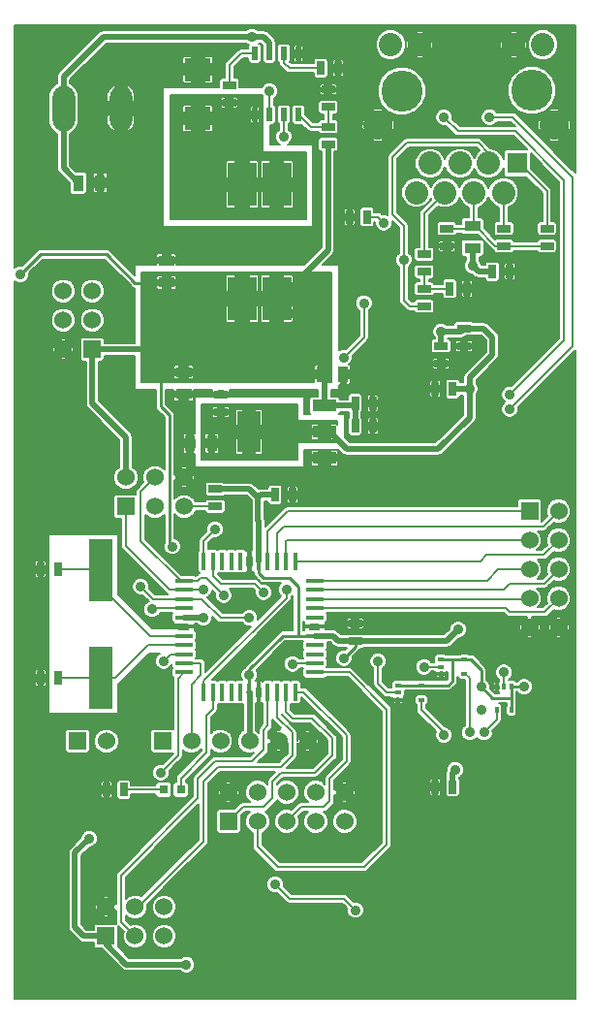
<source format=gtl>
G04 (created by PCBNEW-RS274X (2011-12-21 BZR 3253)-stable) date 08/08/2012 23:37:51*
G01*
G70*
G90*
%MOIN*%
G04 Gerber Fmt 3.4, Leading zero omitted, Abs format*
%FSLAX34Y34*%
G04 APERTURE LIST*
%ADD10C,0.006000*%
%ADD11R,0.020000X0.012000*%
%ADD12R,0.012000X0.020000*%
%ADD13R,0.035000X0.055000*%
%ADD14R,0.055000X0.035000*%
%ADD15R,0.025000X0.045000*%
%ADD16R,0.045000X0.025000*%
%ADD17R,0.031400X0.031400*%
%ADD18R,0.020000X0.045000*%
%ADD19R,0.016000X0.060000*%
%ADD20R,0.060000X0.016000*%
%ADD21R,0.060000X0.060000*%
%ADD22C,0.060000*%
%ADD23O,0.078000X0.156000*%
%ADD24R,0.090600X0.078700*%
%ADD25R,0.098400X0.151600*%
%ADD26R,0.080000X0.144000*%
%ADD27R,0.080000X0.040000*%
%ADD28R,0.078700X0.216500*%
%ADD29C,0.141700*%
%ADD30R,0.070000X0.070000*%
%ADD31C,0.080000*%
%ADD32C,0.100000*%
%ADD33C,0.035000*%
%ADD34C,0.020000*%
%ADD35C,0.010000*%
%ADD36C,0.008000*%
%ADD37C,0.005000*%
G04 APERTURE END LIST*
G54D10*
G54D11*
X33065Y-62250D03*
X33065Y-62750D03*
X33865Y-62250D03*
X33065Y-62500D03*
X33865Y-62750D03*
X34541Y-61364D03*
X34541Y-61864D03*
X35341Y-61364D03*
X34541Y-61614D03*
X35341Y-61864D03*
G54D12*
X36963Y-62297D03*
X36463Y-62297D03*
X36963Y-63097D03*
X36713Y-62297D03*
X36463Y-63097D03*
G54D13*
X22066Y-44980D03*
X22816Y-44980D03*
X26655Y-53937D03*
X25905Y-53937D03*
G54D14*
X25098Y-48406D03*
X25098Y-47656D03*
G54D13*
X30432Y-51575D03*
X31182Y-51575D03*
G54D14*
X25689Y-51495D03*
X25689Y-52245D03*
G54D15*
X23627Y-65846D03*
X23027Y-65846D03*
G54D16*
X26772Y-55507D03*
X26772Y-56107D03*
X31594Y-60733D03*
X31594Y-60133D03*
G54D15*
X31993Y-46161D03*
X31393Y-46161D03*
G54D16*
X36713Y-47150D03*
X36713Y-46550D03*
X38189Y-47150D03*
X38189Y-46550D03*
X33957Y-49217D03*
X33957Y-48617D03*
X33957Y-47436D03*
X33957Y-48036D03*
G54D15*
X30409Y-41043D03*
X31009Y-41043D03*
G54D16*
X30660Y-42379D03*
X30660Y-41779D03*
X30660Y-43058D03*
X30660Y-43658D03*
G54D15*
X34346Y-65748D03*
X34946Y-65748D03*
X36914Y-48031D03*
X36314Y-48031D03*
G54D16*
X35335Y-49995D03*
X35335Y-50595D03*
G54D15*
X34946Y-52067D03*
X34346Y-52067D03*
G54D16*
X34547Y-50586D03*
X34547Y-51186D03*
G54D15*
X34838Y-48622D03*
X35438Y-48622D03*
G54D16*
X34744Y-46550D03*
X34744Y-47150D03*
G54D15*
X31590Y-52559D03*
X32190Y-52559D03*
X31590Y-53346D03*
X32190Y-53346D03*
G54D16*
X26969Y-52859D03*
X26969Y-52259D03*
X27264Y-41629D03*
X27264Y-42229D03*
G54D15*
X21363Y-58268D03*
X20763Y-58268D03*
X28834Y-55709D03*
X29434Y-55709D03*
X21363Y-62008D03*
X20763Y-62008D03*
G54D17*
X25590Y-65846D03*
X25000Y-65846D03*
G54D18*
X28138Y-40536D03*
X28138Y-42636D03*
X28638Y-40536D03*
X29138Y-40536D03*
X29638Y-40536D03*
X28638Y-42636D03*
X29138Y-42636D03*
X29638Y-42636D03*
G54D19*
X27953Y-57986D03*
X27638Y-57986D03*
X27323Y-57986D03*
X27008Y-57986D03*
X26693Y-57986D03*
X26378Y-57986D03*
X28268Y-57986D03*
X28583Y-57986D03*
X28898Y-57986D03*
X29213Y-57986D03*
X29528Y-57986D03*
X27953Y-62486D03*
X27638Y-62486D03*
X27323Y-62486D03*
X27008Y-62486D03*
X26693Y-62486D03*
X26378Y-62486D03*
X28268Y-62486D03*
X28583Y-62486D03*
X28898Y-62486D03*
X29213Y-62486D03*
X29528Y-62486D03*
G54D20*
X25703Y-60236D03*
X30203Y-60236D03*
X25703Y-60551D03*
X30203Y-60551D03*
X30203Y-60866D03*
X25703Y-60866D03*
X25703Y-61181D03*
X30203Y-61181D03*
X30203Y-61496D03*
X25703Y-61496D03*
X25703Y-61811D03*
X30203Y-61811D03*
X30203Y-59921D03*
X25703Y-59921D03*
X25703Y-59606D03*
X30203Y-59606D03*
X30203Y-59291D03*
X25703Y-59291D03*
X25703Y-58976D03*
X30203Y-58976D03*
X30203Y-58661D03*
X25703Y-58661D03*
G54D21*
X23705Y-56110D03*
G54D22*
X23705Y-55110D03*
X24705Y-56110D03*
X24705Y-55110D03*
X25705Y-56110D03*
X25705Y-55110D03*
G54D21*
X24961Y-64173D03*
G54D22*
X25961Y-64173D03*
X26961Y-64173D03*
X27961Y-64173D03*
X28961Y-64173D03*
X29961Y-64173D03*
G54D23*
X23529Y-42421D03*
X21559Y-42421D03*
G54D24*
X26181Y-41083D03*
X26181Y-42775D03*
G54D25*
X28889Y-45041D03*
X27707Y-45041D03*
X27707Y-48959D03*
X28889Y-48959D03*
G54D26*
X27932Y-53543D03*
G54D27*
X30532Y-53543D03*
X30532Y-52643D03*
X30532Y-54443D03*
G54D28*
X22835Y-58288D03*
X22835Y-61988D03*
G54D21*
X22039Y-64173D03*
G54D22*
X23039Y-64173D03*
G54D14*
X35630Y-47225D03*
X35630Y-46475D03*
G54D29*
X33189Y-41830D03*
X37677Y-41811D03*
G54D30*
X37165Y-44311D03*
G54D31*
X36693Y-45315D03*
X36181Y-44311D03*
X35669Y-45315D03*
X35197Y-44311D03*
X34685Y-45315D03*
X34173Y-44311D03*
X33701Y-45315D03*
X38051Y-40236D03*
X37047Y-40236D03*
X33819Y-40236D03*
X32815Y-40236D03*
G54D32*
X38445Y-42992D03*
X32382Y-42992D03*
G54D21*
X23016Y-70874D03*
G54D22*
X23016Y-69874D03*
X24016Y-70874D03*
X24016Y-69874D03*
X25016Y-70874D03*
X25016Y-69874D03*
G54D21*
X22547Y-50705D03*
G54D22*
X21547Y-50705D03*
X22547Y-49705D03*
X21547Y-49705D03*
X22547Y-48705D03*
X21547Y-48705D03*
G54D21*
X27232Y-66937D03*
G54D22*
X27232Y-65937D03*
X28232Y-66937D03*
X28232Y-65937D03*
X29232Y-66937D03*
X29232Y-65937D03*
X30232Y-66937D03*
X30232Y-65937D03*
X31232Y-66937D03*
X31232Y-65937D03*
G54D21*
X37591Y-56268D03*
G54D22*
X38591Y-56268D03*
X37591Y-57268D03*
X38591Y-57268D03*
X37591Y-58268D03*
X38591Y-58268D03*
X37591Y-59268D03*
X38591Y-59268D03*
X37591Y-60268D03*
X38591Y-60268D03*
G54D33*
X35925Y-63091D03*
X27756Y-61220D03*
X25492Y-67618D03*
X28051Y-39961D03*
X35039Y-65157D03*
X35531Y-52067D03*
X34547Y-50098D03*
X37402Y-62303D03*
X35925Y-62303D03*
X35630Y-47835D03*
X27953Y-61909D03*
X30217Y-49508D03*
X25787Y-71850D03*
X29035Y-51181D03*
X31201Y-61319D03*
X20079Y-48130D03*
X35138Y-60335D03*
X26378Y-59941D03*
X25295Y-57480D03*
X22441Y-67520D03*
X24902Y-65256D03*
X31890Y-49114D03*
X24606Y-59646D03*
X28839Y-69094D03*
X31594Y-69980D03*
X31201Y-50984D03*
X34646Y-63976D03*
X36024Y-63878D03*
X26772Y-56890D03*
X29233Y-58957D03*
X25000Y-60138D03*
X34252Y-65256D03*
X30512Y-55413D03*
X27854Y-69193D03*
X35531Y-63878D03*
X34646Y-42717D03*
X36909Y-52264D03*
X36220Y-42717D03*
X36909Y-52756D03*
X33268Y-47638D03*
X32579Y-46358D03*
X29134Y-43406D03*
X28642Y-41831D03*
X25000Y-61417D03*
X32382Y-61417D03*
X24213Y-58858D03*
X27953Y-59941D03*
X26378Y-58957D03*
X27067Y-59154D03*
X33957Y-61614D03*
X29429Y-61516D03*
X36713Y-61811D03*
X28445Y-59055D03*
G54D34*
X21559Y-42421D02*
X21559Y-44473D01*
X28638Y-40153D02*
X28638Y-40536D01*
X28446Y-39961D02*
X28638Y-40153D01*
X21559Y-41334D02*
X22932Y-39961D01*
X21559Y-44473D02*
X22066Y-44980D01*
X28051Y-39961D02*
X28446Y-39961D01*
X21559Y-42421D02*
X21559Y-41334D01*
X22932Y-39961D02*
X28051Y-39961D01*
X36319Y-50886D02*
X36319Y-50295D01*
X30532Y-53543D02*
X30708Y-53543D01*
X35531Y-52067D02*
X35531Y-51674D01*
X30708Y-53543D02*
X31299Y-54134D01*
G54D35*
X33065Y-62250D02*
X33865Y-62250D01*
G54D34*
X35630Y-47835D02*
X35630Y-47225D01*
X35826Y-48031D02*
X35630Y-47835D01*
X31299Y-54134D02*
X34448Y-54134D01*
X34448Y-54134D02*
X35531Y-53051D01*
X36319Y-50295D02*
X36019Y-49995D01*
X35531Y-53051D02*
X35531Y-52067D01*
X35531Y-51674D02*
X36319Y-50886D01*
X35039Y-65157D02*
X34946Y-65250D01*
X34946Y-65250D02*
X34946Y-65748D01*
X35232Y-50098D02*
X35335Y-49995D01*
X36314Y-48031D02*
X35826Y-48031D01*
G54D35*
X36963Y-62297D02*
X37396Y-62297D01*
X35341Y-61364D02*
X35576Y-61364D01*
X35576Y-61364D02*
X35925Y-61713D01*
X36319Y-62697D02*
X36963Y-62697D01*
X35925Y-61713D02*
X35925Y-62303D01*
X35925Y-62303D02*
X36319Y-62697D01*
X37396Y-62297D02*
X37402Y-62303D01*
G54D34*
X34547Y-50098D02*
X34547Y-50586D01*
X36019Y-49995D02*
X35335Y-49995D01*
X34946Y-52067D02*
X35531Y-52067D01*
G54D35*
X33865Y-62250D02*
X34797Y-62250D01*
G54D34*
X34547Y-50098D02*
X35232Y-50098D01*
G54D35*
X36963Y-63097D02*
X36963Y-62697D01*
X36963Y-62697D02*
X36963Y-62297D01*
X34941Y-61364D02*
X35341Y-61364D01*
X34941Y-62106D02*
X34941Y-61364D01*
X34797Y-62250D02*
X34941Y-62106D01*
X34541Y-61364D02*
X34941Y-61364D01*
G54D34*
X28346Y-55709D02*
X28834Y-55709D01*
X30203Y-60551D02*
X30827Y-60551D01*
X28253Y-55812D02*
X28253Y-55802D01*
G54D35*
X28268Y-57986D02*
X28268Y-58387D01*
X28444Y-58563D02*
X29331Y-58563D01*
X28268Y-58387D02*
X28444Y-58563D01*
X29626Y-58858D02*
X29626Y-60551D01*
X29331Y-58563D02*
X29626Y-58858D01*
G54D34*
X28253Y-55802D02*
X28346Y-55709D01*
G54D35*
X20079Y-48130D02*
X20768Y-47441D01*
X20768Y-47441D02*
X23032Y-47441D01*
G54D34*
X25787Y-71850D02*
X23720Y-71850D01*
G54D35*
X29626Y-60551D02*
X30203Y-60551D01*
X27953Y-62486D02*
X27953Y-61909D01*
G54D34*
X23720Y-71850D02*
X23016Y-71146D01*
G54D35*
X27953Y-61712D02*
X29114Y-60551D01*
G54D34*
X30532Y-52643D02*
X30532Y-50602D01*
X31590Y-53346D02*
X31590Y-52559D01*
X31009Y-60733D02*
X31594Y-60733D01*
X30660Y-47293D02*
X30660Y-43658D01*
X26772Y-55507D02*
X27948Y-55507D01*
X28268Y-57986D02*
X28268Y-56609D01*
X28253Y-55812D02*
X28253Y-56594D01*
X28889Y-48959D02*
X28994Y-48959D01*
X21949Y-70571D02*
X22252Y-70874D01*
X22252Y-70874D02*
X23016Y-70874D01*
X30827Y-60551D02*
X31009Y-60733D01*
X26829Y-48959D02*
X27707Y-48959D01*
X30532Y-52643D02*
X31506Y-52643D01*
X23705Y-55110D02*
X23705Y-53725D01*
X25083Y-50705D02*
X26829Y-48959D01*
X30532Y-50602D02*
X28889Y-48959D01*
X22547Y-50705D02*
X25083Y-50705D01*
X31506Y-52643D02*
X31590Y-52559D01*
X27961Y-64173D02*
X27961Y-62494D01*
X27961Y-62494D02*
X27953Y-62486D01*
G54D35*
X27953Y-61909D02*
X27953Y-61712D01*
G54D34*
X23705Y-53725D02*
X22547Y-52567D01*
X21949Y-68012D02*
X21949Y-70571D01*
X26358Y-59921D02*
X26378Y-59941D01*
X27948Y-55507D02*
X28253Y-55812D01*
X22441Y-67520D02*
X21949Y-68012D01*
G54D35*
X25295Y-57480D02*
X25197Y-57382D01*
X24902Y-52658D02*
X24902Y-51476D01*
X24016Y-48425D02*
X25079Y-48425D01*
X25197Y-57382D02*
X25197Y-52953D01*
X25079Y-48425D02*
X25098Y-48406D01*
X25197Y-52953D02*
X24902Y-52658D01*
X23032Y-47441D02*
X24016Y-48425D01*
G54D34*
X28994Y-48959D02*
X30660Y-47293D01*
G54D35*
X29114Y-60551D02*
X29626Y-60551D01*
G54D34*
X25703Y-59921D02*
X26358Y-59921D01*
X22547Y-52567D02*
X22547Y-50705D01*
X28889Y-48959D02*
X29668Y-48959D01*
X29668Y-48959D02*
X30217Y-49508D01*
X34740Y-60733D02*
X35138Y-60335D01*
X31594Y-60733D02*
X34740Y-60733D01*
G54D35*
X31201Y-61319D02*
X31594Y-60926D01*
G54D34*
X23016Y-71146D02*
X23016Y-70874D01*
X28268Y-56609D02*
X28253Y-56594D01*
G54D35*
X31594Y-60926D02*
X31594Y-60733D01*
G54D36*
X29263Y-56268D02*
X37591Y-56268D01*
X28583Y-56948D02*
X29263Y-56268D01*
X28583Y-57986D02*
X28583Y-56948D01*
X28898Y-57986D02*
X28898Y-57027D01*
X28898Y-57027D02*
X29134Y-56791D01*
X38068Y-56791D02*
X38591Y-56268D01*
X29134Y-56791D02*
X38068Y-56791D01*
X29248Y-57268D02*
X37591Y-57268D01*
X29213Y-57986D02*
X29213Y-57303D01*
X29213Y-57303D02*
X29248Y-57268D01*
X36121Y-57776D02*
X38083Y-57776D01*
X35911Y-57986D02*
X36121Y-57776D01*
X29528Y-57986D02*
X35911Y-57986D01*
X38083Y-57776D02*
X38591Y-57268D01*
X36123Y-58661D02*
X36516Y-58268D01*
X36516Y-58268D02*
X37591Y-58268D01*
X30203Y-58661D02*
X36123Y-58661D01*
X30203Y-58976D02*
X36693Y-58976D01*
X36909Y-58760D02*
X38099Y-58760D01*
X36693Y-58976D02*
X36909Y-58760D01*
X38099Y-58760D02*
X38591Y-58268D01*
X37568Y-59291D02*
X37591Y-59268D01*
X30203Y-59291D02*
X37568Y-59291D01*
X30203Y-59606D02*
X36771Y-59606D01*
X36909Y-59744D02*
X38115Y-59744D01*
X38115Y-59744D02*
X38591Y-59268D01*
X36771Y-59606D02*
X36909Y-59744D01*
X24902Y-65256D02*
X25492Y-64666D01*
X25492Y-64666D02*
X25492Y-62022D01*
X25492Y-62022D02*
X25703Y-61811D01*
X25492Y-61811D02*
X25703Y-61811D01*
X25708Y-56107D02*
X25705Y-56110D01*
X26772Y-56107D02*
X25708Y-56107D01*
X31890Y-50295D02*
X31890Y-49114D01*
X29332Y-69587D02*
X28839Y-69094D01*
X31201Y-69587D02*
X29332Y-69587D01*
X31594Y-69980D02*
X31201Y-69587D01*
X25703Y-59606D02*
X24646Y-59606D01*
X24646Y-59606D02*
X24606Y-59646D01*
X31201Y-50984D02*
X31890Y-50295D01*
X34646Y-63878D02*
X34646Y-63976D01*
X33865Y-63097D02*
X34646Y-63878D01*
X33865Y-62750D02*
X33865Y-63097D01*
X36463Y-63439D02*
X36024Y-63878D01*
X36463Y-63097D02*
X36463Y-63439D01*
X26378Y-57284D02*
X26772Y-56890D01*
X26378Y-57986D02*
X26378Y-57284D01*
X26378Y-62486D02*
X26378Y-62106D01*
X29233Y-58957D02*
X29232Y-58957D01*
X26378Y-62106D02*
X29232Y-59252D01*
X29232Y-59252D02*
X29232Y-58957D01*
G54D34*
X30532Y-55393D02*
X30512Y-55413D01*
X25098Y-60236D02*
X25000Y-60138D01*
X34252Y-65256D02*
X34346Y-65350D01*
X34346Y-65350D02*
X34346Y-65748D01*
X30532Y-54443D02*
X30532Y-55393D01*
X25703Y-60236D02*
X25098Y-60236D01*
X32190Y-53346D02*
X32190Y-52559D01*
G54D36*
X35531Y-62008D02*
X35531Y-63878D01*
X35341Y-61864D02*
X35387Y-61864D01*
X35387Y-61864D02*
X35531Y-62008D01*
X25000Y-65846D02*
X23627Y-65846D01*
X26476Y-63288D02*
X26693Y-63071D01*
X25590Y-65846D02*
X25590Y-65454D01*
X25590Y-65454D02*
X26476Y-64568D01*
X26693Y-63071D02*
X26693Y-62486D01*
X26476Y-64568D02*
X26476Y-63288D01*
X24468Y-60866D02*
X25703Y-60866D01*
X21363Y-62008D02*
X22815Y-62008D01*
X22815Y-62008D02*
X22835Y-61988D01*
X23346Y-61988D02*
X24468Y-60866D01*
X22835Y-61988D02*
X23346Y-61988D01*
X21363Y-58268D02*
X22815Y-58268D01*
X22835Y-58288D02*
X22835Y-58859D01*
X22835Y-58859D02*
X24527Y-60551D01*
X22815Y-58268D02*
X22835Y-58288D01*
X24527Y-60551D02*
X25703Y-60551D01*
X36421Y-47150D02*
X36713Y-47150D01*
X35746Y-46475D02*
X36421Y-47150D01*
X34744Y-46550D02*
X35555Y-46550D01*
X35669Y-46436D02*
X35630Y-46475D01*
X35555Y-46550D02*
X35630Y-46475D01*
X35669Y-45315D02*
X35669Y-46436D01*
X35630Y-46475D02*
X35746Y-46475D01*
X36713Y-47150D02*
X38189Y-47150D01*
X38189Y-46550D02*
X38189Y-45275D01*
X37225Y-44311D02*
X37165Y-44311D01*
X38189Y-45275D02*
X37225Y-44311D01*
X33957Y-46043D02*
X34685Y-45315D01*
X33957Y-47436D02*
X33957Y-46043D01*
X35138Y-43209D02*
X34646Y-42717D01*
X38780Y-50393D02*
X38780Y-44883D01*
X36909Y-52264D02*
X38780Y-50393D01*
X38780Y-44883D02*
X37106Y-43209D01*
X37106Y-43209D02*
X35138Y-43209D01*
X36713Y-45335D02*
X36693Y-45315D01*
X36713Y-46550D02*
X36713Y-45335D01*
X39075Y-50590D02*
X39075Y-44784D01*
X36909Y-52756D02*
X39075Y-50590D01*
X37008Y-42717D02*
X36220Y-42717D01*
X39075Y-44784D02*
X37008Y-42717D01*
X33268Y-46457D02*
X32874Y-46063D01*
X33268Y-47638D02*
X33268Y-46457D01*
X33469Y-49217D02*
X33268Y-49016D01*
X32874Y-46063D02*
X32874Y-44095D01*
X33957Y-49217D02*
X33469Y-49217D01*
X33268Y-49016D02*
X33268Y-47638D01*
X36181Y-43957D02*
X36181Y-44311D01*
X35826Y-43602D02*
X36181Y-43957D01*
X33367Y-43602D02*
X35826Y-43602D01*
X32874Y-44095D02*
X33367Y-43602D01*
X33962Y-48622D02*
X33957Y-48617D01*
X34838Y-48622D02*
X33962Y-48622D01*
X33957Y-48036D02*
X33957Y-48617D01*
X32382Y-46161D02*
X32579Y-46358D01*
X31993Y-46161D02*
X32382Y-46161D01*
X27264Y-41629D02*
X27264Y-40944D01*
X27264Y-40944D02*
X27672Y-40536D01*
X27672Y-40536D02*
X28138Y-40536D01*
X29134Y-43406D02*
X29138Y-43402D01*
X29138Y-43402D02*
X29138Y-42636D01*
X28638Y-41835D02*
X28638Y-42636D01*
X28642Y-41831D02*
X28638Y-41835D01*
X29331Y-41043D02*
X30409Y-41043D01*
X29138Y-40850D02*
X29331Y-41043D01*
X29138Y-40536D02*
X29138Y-40850D01*
X30060Y-43058D02*
X29638Y-42636D01*
X30660Y-43058D02*
X30060Y-43058D01*
X30660Y-42379D02*
X30660Y-43058D01*
X25236Y-61181D02*
X25703Y-61181D01*
X25000Y-61417D02*
X25236Y-61181D01*
X26181Y-65453D02*
X26181Y-66142D01*
X23524Y-68799D02*
X23524Y-70382D01*
X28052Y-64862D02*
X26772Y-64862D01*
X28445Y-63780D02*
X28445Y-64469D01*
X28445Y-64469D02*
X28052Y-64862D01*
X26772Y-64862D02*
X26181Y-65453D01*
X26181Y-66142D02*
X23524Y-68799D01*
X28583Y-63642D02*
X28445Y-63780D01*
X28583Y-62486D02*
X28583Y-63642D01*
X23524Y-70382D02*
X24016Y-70874D01*
X26870Y-65059D02*
X26378Y-65551D01*
X29429Y-63878D02*
X29429Y-64666D01*
X26378Y-67618D02*
X24122Y-69874D01*
X28898Y-63347D02*
X29429Y-63878D01*
X29429Y-64666D02*
X29036Y-65059D01*
X26378Y-65551D02*
X26378Y-67618D01*
X24122Y-69874D02*
X24016Y-69874D01*
X28898Y-62486D02*
X28898Y-63347D01*
X29036Y-65059D02*
X26870Y-65059D01*
X32382Y-62205D02*
X32677Y-62500D01*
X24646Y-59291D02*
X24213Y-58858D01*
X25703Y-59291D02*
X24646Y-59291D01*
X32382Y-61417D02*
X32382Y-61909D01*
X32677Y-62500D02*
X33065Y-62500D01*
X32382Y-61909D02*
X32382Y-62205D01*
X25703Y-59291D02*
X26319Y-59291D01*
X26319Y-59291D02*
X26969Y-59941D01*
X26969Y-59941D02*
X27953Y-59941D01*
X23705Y-57465D02*
X23705Y-56110D01*
X26359Y-58976D02*
X26378Y-58957D01*
X25216Y-58976D02*
X23705Y-57465D01*
X25703Y-58976D02*
X25216Y-58976D01*
X25703Y-58976D02*
X26359Y-58976D01*
X25703Y-58661D02*
X25590Y-58661D01*
X26477Y-58563D02*
X27067Y-59153D01*
X26280Y-58563D02*
X26477Y-58563D01*
X26182Y-58661D02*
X26280Y-58563D01*
X24213Y-55602D02*
X24705Y-55110D01*
X25590Y-58661D02*
X24213Y-57284D01*
X27067Y-59153D02*
X27067Y-59154D01*
X24213Y-57284D02*
X24213Y-55602D01*
X33957Y-61614D02*
X34541Y-61614D01*
X25703Y-58661D02*
X26182Y-58661D01*
X29035Y-65256D02*
X28740Y-65551D01*
X28740Y-65551D02*
X28740Y-66142D01*
X29213Y-62486D02*
X29213Y-63169D01*
X27732Y-66437D02*
X27232Y-66937D01*
X29213Y-63169D02*
X29430Y-63386D01*
X28740Y-66142D02*
X28445Y-66437D01*
X30118Y-63386D02*
X30807Y-64075D01*
X29430Y-63386D02*
X30118Y-63386D01*
X28445Y-66437D02*
X27732Y-66437D01*
X30807Y-64075D02*
X30807Y-64665D01*
X30216Y-65256D02*
X29035Y-65256D01*
X30807Y-64665D02*
X30216Y-65256D01*
X30203Y-61496D02*
X29449Y-61496D01*
X29449Y-61496D02*
X29429Y-61516D01*
X31889Y-68504D02*
X28937Y-68504D01*
X32677Y-67716D02*
X31889Y-68504D01*
X32677Y-63091D02*
X32677Y-67716D01*
X28937Y-68504D02*
X28232Y-67799D01*
X30203Y-61811D02*
X31397Y-61811D01*
X31397Y-61811D02*
X32677Y-63091D01*
X28232Y-67799D02*
X28232Y-66937D01*
X31299Y-64862D02*
X30709Y-65452D01*
X31299Y-63976D02*
X31299Y-64862D01*
X29732Y-66437D02*
X29232Y-66937D01*
X29528Y-62486D02*
X29809Y-62486D01*
X30709Y-65452D02*
X30709Y-66240D01*
X30709Y-66240D02*
X30512Y-66437D01*
X30512Y-66437D02*
X29732Y-66437D01*
X29809Y-62486D02*
X31299Y-63976D01*
X25961Y-62228D02*
X26280Y-61909D01*
X26260Y-61496D02*
X25703Y-61496D01*
X25961Y-64173D02*
X25961Y-62228D01*
X26280Y-61909D02*
X26280Y-61516D01*
X26280Y-61516D02*
X26260Y-61496D01*
X36713Y-61811D02*
X36713Y-62297D01*
X26693Y-58484D02*
X26969Y-58760D01*
X26969Y-58760D02*
X28150Y-58760D01*
X28150Y-58760D02*
X28445Y-59055D01*
X26693Y-57986D02*
X26693Y-58484D01*
G54D10*
G36*
X26213Y-67549D02*
X25419Y-68343D01*
X24250Y-69511D01*
X24101Y-69449D01*
X23932Y-69449D01*
X23776Y-69513D01*
X23689Y-69600D01*
X23689Y-68867D01*
X25419Y-67137D01*
X26213Y-66343D01*
X26213Y-67549D01*
X26213Y-67549D01*
G37*
G54D37*
X26213Y-67549D02*
X25419Y-68343D01*
X24250Y-69511D01*
X24101Y-69449D01*
X23932Y-69449D01*
X23776Y-69513D01*
X23689Y-69600D01*
X23689Y-68867D01*
X25419Y-67137D01*
X26213Y-66343D01*
X26213Y-67549D01*
G54D10*
G36*
X29264Y-64597D02*
X29083Y-64778D01*
X29083Y-64507D01*
X28961Y-64385D01*
X28839Y-64507D01*
X28881Y-64539D01*
X29027Y-64541D01*
X29041Y-64539D01*
X29083Y-64507D01*
X29083Y-64778D01*
X28967Y-64894D01*
X28253Y-64894D01*
X28559Y-64587D01*
X28561Y-64586D01*
X28562Y-64586D01*
X28596Y-64532D01*
X28597Y-64532D01*
X28607Y-64480D01*
X28610Y-64470D01*
X28609Y-64469D01*
X28610Y-64469D01*
X28610Y-64272D01*
X28627Y-64295D01*
X28749Y-64173D01*
X28627Y-64051D01*
X28610Y-64073D01*
X28610Y-63849D01*
X28700Y-63759D01*
X28735Y-63705D01*
X28748Y-63642D01*
X28748Y-63413D01*
X28781Y-63464D01*
X29049Y-63731D01*
X28974Y-63806D01*
X28895Y-63805D01*
X28881Y-63807D01*
X28839Y-63839D01*
X28961Y-63961D01*
X29014Y-63908D01*
X29083Y-63977D01*
X29226Y-64120D01*
X29173Y-64173D01*
X29264Y-64264D01*
X29264Y-64597D01*
X29264Y-64597D01*
G37*
G54D37*
X29264Y-64597D02*
X29083Y-64778D01*
X29083Y-64507D01*
X28961Y-64385D01*
X28839Y-64507D01*
X28881Y-64539D01*
X29027Y-64541D01*
X29041Y-64539D01*
X29083Y-64507D01*
X29083Y-64778D01*
X28967Y-64894D01*
X28253Y-64894D01*
X28559Y-64587D01*
X28561Y-64586D01*
X28562Y-64586D01*
X28596Y-64532D01*
X28597Y-64532D01*
X28607Y-64480D01*
X28610Y-64470D01*
X28609Y-64469D01*
X28610Y-64469D01*
X28610Y-64272D01*
X28627Y-64295D01*
X28749Y-64173D01*
X28627Y-64051D01*
X28610Y-64073D01*
X28610Y-63849D01*
X28700Y-63759D01*
X28735Y-63705D01*
X28748Y-63642D01*
X28748Y-63413D01*
X28781Y-63464D01*
X29049Y-63731D01*
X28974Y-63806D01*
X28895Y-63805D01*
X28881Y-63807D01*
X28839Y-63839D01*
X28961Y-63961D01*
X29014Y-63908D01*
X29083Y-63977D01*
X29226Y-64120D01*
X29173Y-64173D01*
X29264Y-64264D01*
X29264Y-64597D01*
G54D10*
G36*
X29451Y-60376D02*
X29114Y-60376D01*
X29113Y-60376D01*
X29100Y-60378D01*
X29047Y-60389D01*
X28990Y-60427D01*
X28988Y-60429D01*
X27829Y-61588D01*
X27791Y-61645D01*
X27789Y-61652D01*
X27784Y-61655D01*
X27700Y-61739D01*
X27654Y-61849D01*
X27654Y-61968D01*
X27692Y-62061D01*
X27533Y-62061D01*
X27487Y-62080D01*
X27480Y-62086D01*
X27474Y-62080D01*
X27428Y-62061D01*
X27378Y-62061D01*
X27218Y-62061D01*
X27172Y-62080D01*
X27165Y-62086D01*
X27159Y-62080D01*
X27113Y-62061D01*
X27063Y-62061D01*
X26903Y-62061D01*
X26857Y-62080D01*
X26850Y-62086D01*
X26844Y-62080D01*
X26798Y-62061D01*
X26748Y-62061D01*
X26657Y-62061D01*
X29349Y-59369D01*
X29384Y-59315D01*
X29397Y-59252D01*
X29397Y-59213D01*
X29402Y-59211D01*
X29451Y-59162D01*
X29451Y-60376D01*
X29451Y-60376D01*
G37*
G54D37*
X29451Y-60376D02*
X29114Y-60376D01*
X29113Y-60376D01*
X29100Y-60378D01*
X29047Y-60389D01*
X28990Y-60427D01*
X28988Y-60429D01*
X27829Y-61588D01*
X27791Y-61645D01*
X27789Y-61652D01*
X27784Y-61655D01*
X27700Y-61739D01*
X27654Y-61849D01*
X27654Y-61968D01*
X27692Y-62061D01*
X27533Y-62061D01*
X27487Y-62080D01*
X27480Y-62086D01*
X27474Y-62080D01*
X27428Y-62061D01*
X27378Y-62061D01*
X27218Y-62061D01*
X27172Y-62080D01*
X27165Y-62086D01*
X27159Y-62080D01*
X27113Y-62061D01*
X27063Y-62061D01*
X26903Y-62061D01*
X26857Y-62080D01*
X26850Y-62086D01*
X26844Y-62080D01*
X26798Y-62061D01*
X26748Y-62061D01*
X26657Y-62061D01*
X29349Y-59369D01*
X29384Y-59315D01*
X29397Y-59252D01*
X29397Y-59213D01*
X29402Y-59211D01*
X29451Y-59162D01*
X29451Y-60376D01*
G54D10*
G36*
X30642Y-64596D02*
X30329Y-64909D01*
X30329Y-64107D01*
X30327Y-64093D01*
X30295Y-64051D01*
X30173Y-64173D01*
X30295Y-64295D01*
X30327Y-64253D01*
X30329Y-64107D01*
X30329Y-64909D01*
X30147Y-65091D01*
X30083Y-65091D01*
X30083Y-64507D01*
X30083Y-63839D01*
X30041Y-63807D01*
X29895Y-63805D01*
X29881Y-63807D01*
X29839Y-63839D01*
X29961Y-63961D01*
X30083Y-63839D01*
X30083Y-64507D01*
X29961Y-64385D01*
X29839Y-64507D01*
X29881Y-64539D01*
X30027Y-64541D01*
X30041Y-64539D01*
X30083Y-64507D01*
X30083Y-65091D01*
X29237Y-65091D01*
X29543Y-64784D01*
X29545Y-64783D01*
X29546Y-64783D01*
X29580Y-64729D01*
X29581Y-64729D01*
X29591Y-64677D01*
X29594Y-64667D01*
X29593Y-64666D01*
X29594Y-64666D01*
X29594Y-64246D01*
X29595Y-64253D01*
X29627Y-64295D01*
X29749Y-64173D01*
X29627Y-64051D01*
X29595Y-64093D01*
X29594Y-64166D01*
X29594Y-63878D01*
X29593Y-63877D01*
X29594Y-63877D01*
X29591Y-63864D01*
X29581Y-63815D01*
X29580Y-63814D01*
X29546Y-63761D01*
X29543Y-63759D01*
X29063Y-63278D01*
X29063Y-63235D01*
X29096Y-63286D01*
X29311Y-63500D01*
X29313Y-63503D01*
X29366Y-63537D01*
X29367Y-63538D01*
X29416Y-63548D01*
X29429Y-63551D01*
X29429Y-63550D01*
X29430Y-63551D01*
X30049Y-63551D01*
X30642Y-64143D01*
X30642Y-64596D01*
X30642Y-64596D01*
G37*
G54D37*
X30642Y-64596D02*
X30329Y-64909D01*
X30329Y-64107D01*
X30327Y-64093D01*
X30295Y-64051D01*
X30173Y-64173D01*
X30295Y-64295D01*
X30327Y-64253D01*
X30329Y-64107D01*
X30329Y-64909D01*
X30147Y-65091D01*
X30083Y-65091D01*
X30083Y-64507D01*
X30083Y-63839D01*
X30041Y-63807D01*
X29895Y-63805D01*
X29881Y-63807D01*
X29839Y-63839D01*
X29961Y-63961D01*
X30083Y-63839D01*
X30083Y-64507D01*
X29961Y-64385D01*
X29839Y-64507D01*
X29881Y-64539D01*
X30027Y-64541D01*
X30041Y-64539D01*
X30083Y-64507D01*
X30083Y-65091D01*
X29237Y-65091D01*
X29543Y-64784D01*
X29545Y-64783D01*
X29546Y-64783D01*
X29580Y-64729D01*
X29581Y-64729D01*
X29591Y-64677D01*
X29594Y-64667D01*
X29593Y-64666D01*
X29594Y-64666D01*
X29594Y-64246D01*
X29595Y-64253D01*
X29627Y-64295D01*
X29749Y-64173D01*
X29627Y-64051D01*
X29595Y-64093D01*
X29594Y-64166D01*
X29594Y-63878D01*
X29593Y-63877D01*
X29594Y-63877D01*
X29591Y-63864D01*
X29581Y-63815D01*
X29580Y-63814D01*
X29546Y-63761D01*
X29543Y-63759D01*
X29063Y-63278D01*
X29063Y-63235D01*
X29096Y-63286D01*
X29311Y-63500D01*
X29313Y-63503D01*
X29366Y-63537D01*
X29367Y-63538D01*
X29416Y-63548D01*
X29429Y-63551D01*
X29429Y-63550D01*
X29430Y-63551D01*
X30049Y-63551D01*
X30642Y-64143D01*
X30642Y-64596D01*
G54D10*
G36*
X32512Y-67647D02*
X31820Y-68339D01*
X31657Y-68339D01*
X31657Y-67022D01*
X31657Y-66853D01*
X31600Y-66714D01*
X31600Y-65871D01*
X31598Y-65857D01*
X31566Y-65815D01*
X31444Y-65937D01*
X31566Y-66059D01*
X31598Y-66017D01*
X31600Y-65871D01*
X31600Y-66714D01*
X31593Y-66697D01*
X31473Y-66577D01*
X31354Y-66527D01*
X31354Y-66271D01*
X31354Y-65603D01*
X31312Y-65571D01*
X31226Y-65569D01*
X31166Y-65569D01*
X31152Y-65571D01*
X31110Y-65603D01*
X31226Y-65719D01*
X31232Y-65725D01*
X31354Y-65603D01*
X31354Y-66271D01*
X31232Y-66149D01*
X31226Y-66155D01*
X31110Y-66271D01*
X31152Y-66303D01*
X31226Y-66304D01*
X31298Y-66305D01*
X31312Y-66303D01*
X31354Y-66271D01*
X31354Y-66527D01*
X31317Y-66512D01*
X31226Y-66512D01*
X31148Y-66512D01*
X30992Y-66576D01*
X30872Y-66696D01*
X30807Y-66852D01*
X30807Y-67021D01*
X30871Y-67177D01*
X30991Y-67297D01*
X31147Y-67362D01*
X31226Y-67362D01*
X31316Y-67362D01*
X31472Y-67298D01*
X31592Y-67178D01*
X31657Y-67022D01*
X31657Y-68339D01*
X31226Y-68339D01*
X29006Y-68339D01*
X28397Y-67730D01*
X28397Y-67328D01*
X28472Y-67298D01*
X28592Y-67178D01*
X28657Y-67022D01*
X28657Y-66853D01*
X28593Y-66697D01*
X28488Y-66592D01*
X28508Y-66589D01*
X28562Y-66554D01*
X28857Y-66259D01*
X28892Y-66205D01*
X28893Y-66199D01*
X28991Y-66297D01*
X29147Y-66362D01*
X29316Y-66362D01*
X29472Y-66298D01*
X29592Y-66178D01*
X29657Y-66022D01*
X29657Y-65853D01*
X29593Y-65697D01*
X29473Y-65577D01*
X29317Y-65512D01*
X29148Y-65512D01*
X28992Y-65576D01*
X28905Y-65663D01*
X28905Y-65620D01*
X29104Y-65421D01*
X30216Y-65421D01*
X30279Y-65408D01*
X30333Y-65373D01*
X30921Y-64783D01*
X30923Y-64782D01*
X30924Y-64782D01*
X30958Y-64728D01*
X30959Y-64728D01*
X30969Y-64676D01*
X30972Y-64666D01*
X30971Y-64665D01*
X30972Y-64665D01*
X30972Y-64075D01*
X30959Y-64012D01*
X30924Y-63958D01*
X30921Y-63956D01*
X30235Y-63269D01*
X30181Y-63234D01*
X30118Y-63221D01*
X29498Y-63221D01*
X29378Y-63100D01*
X29378Y-62892D01*
X29423Y-62911D01*
X29473Y-62911D01*
X29633Y-62911D01*
X29679Y-62892D01*
X29714Y-62857D01*
X29733Y-62811D01*
X29733Y-62761D01*
X29733Y-62651D01*
X29740Y-62651D01*
X31134Y-64045D01*
X31134Y-64793D01*
X30592Y-65335D01*
X30557Y-65389D01*
X30544Y-65452D01*
X30544Y-65648D01*
X30473Y-65577D01*
X30317Y-65512D01*
X30148Y-65512D01*
X29992Y-65576D01*
X29872Y-65696D01*
X29807Y-65852D01*
X29807Y-66021D01*
X29871Y-66177D01*
X29966Y-66272D01*
X29732Y-66272D01*
X29669Y-66285D01*
X29615Y-66320D01*
X29391Y-66543D01*
X29317Y-66512D01*
X29148Y-66512D01*
X28992Y-66576D01*
X28872Y-66696D01*
X28807Y-66852D01*
X28807Y-67021D01*
X28871Y-67177D01*
X28991Y-67297D01*
X29147Y-67362D01*
X29316Y-67362D01*
X29472Y-67298D01*
X29592Y-67178D01*
X29657Y-67022D01*
X29657Y-66853D01*
X29625Y-66777D01*
X29801Y-66602D01*
X29966Y-66602D01*
X29872Y-66696D01*
X29807Y-66852D01*
X29807Y-67021D01*
X29871Y-67177D01*
X29991Y-67297D01*
X30147Y-67362D01*
X30316Y-67362D01*
X30472Y-67298D01*
X30592Y-67178D01*
X30657Y-67022D01*
X30657Y-66853D01*
X30593Y-66697D01*
X30498Y-66602D01*
X30512Y-66602D01*
X30575Y-66589D01*
X30629Y-66554D01*
X30823Y-66358D01*
X30825Y-66357D01*
X30826Y-66357D01*
X30861Y-66303D01*
X30874Y-66240D01*
X30874Y-66027D01*
X30898Y-66059D01*
X31020Y-65937D01*
X30898Y-65815D01*
X30874Y-65846D01*
X30874Y-65520D01*
X31226Y-65168D01*
X31413Y-64980D01*
X31415Y-64979D01*
X31416Y-64979D01*
X31451Y-64925D01*
X31464Y-64862D01*
X31464Y-63976D01*
X31451Y-63913D01*
X31416Y-63859D01*
X31226Y-63669D01*
X29926Y-62369D01*
X29872Y-62334D01*
X29809Y-62321D01*
X29733Y-62321D01*
X29733Y-62161D01*
X29714Y-62115D01*
X29679Y-62080D01*
X29633Y-62061D01*
X29583Y-62061D01*
X29423Y-62061D01*
X29377Y-62080D01*
X29370Y-62086D01*
X29364Y-62080D01*
X29318Y-62061D01*
X29268Y-62061D01*
X29108Y-62061D01*
X29062Y-62080D01*
X29055Y-62086D01*
X29049Y-62080D01*
X29003Y-62061D01*
X28953Y-62061D01*
X28793Y-62061D01*
X28747Y-62080D01*
X28740Y-62086D01*
X28734Y-62080D01*
X28688Y-62061D01*
X28638Y-62061D01*
X28478Y-62061D01*
X28432Y-62080D01*
X28397Y-62115D01*
X28393Y-62124D01*
X28391Y-62122D01*
X28363Y-62111D01*
X28326Y-62111D01*
X28308Y-62129D01*
X28308Y-62336D01*
X28348Y-62336D01*
X28348Y-62636D01*
X28308Y-62636D01*
X28308Y-62843D01*
X28326Y-62861D01*
X28363Y-62861D01*
X28391Y-62850D01*
X28393Y-62847D01*
X28397Y-62857D01*
X28418Y-62878D01*
X28418Y-63573D01*
X28328Y-63663D01*
X28293Y-63717D01*
X28280Y-63780D01*
X28280Y-63891D01*
X28202Y-63813D01*
X28186Y-63806D01*
X28186Y-62861D01*
X28210Y-62861D01*
X28228Y-62843D01*
X28228Y-62636D01*
X28188Y-62636D01*
X28188Y-62336D01*
X28228Y-62336D01*
X28228Y-62129D01*
X28210Y-62111D01*
X28174Y-62111D01*
X28206Y-62079D01*
X28252Y-61969D01*
X28252Y-61850D01*
X28207Y-61740D01*
X28189Y-61722D01*
X29186Y-60726D01*
X29626Y-60726D01*
X29792Y-60726D01*
X29778Y-60761D01*
X29778Y-60811D01*
X29778Y-60971D01*
X29797Y-61017D01*
X29803Y-61023D01*
X29797Y-61030D01*
X29778Y-61076D01*
X29778Y-61126D01*
X29778Y-61286D01*
X29796Y-61331D01*
X29667Y-61331D01*
X29599Y-61263D01*
X29489Y-61217D01*
X29370Y-61217D01*
X29260Y-61262D01*
X29176Y-61346D01*
X29130Y-61456D01*
X29130Y-61575D01*
X29175Y-61685D01*
X29259Y-61769D01*
X29369Y-61815D01*
X29488Y-61815D01*
X29598Y-61770D01*
X29682Y-61686D01*
X29692Y-61661D01*
X29796Y-61661D01*
X29778Y-61706D01*
X29778Y-61756D01*
X29778Y-61916D01*
X29797Y-61962D01*
X29832Y-61997D01*
X29878Y-62016D01*
X29928Y-62016D01*
X30528Y-62016D01*
X30574Y-61997D01*
X30595Y-61976D01*
X31226Y-61976D01*
X31328Y-61976D01*
X32512Y-63160D01*
X32512Y-67647D01*
X32512Y-67647D01*
G37*
G54D37*
X32512Y-67647D02*
X31820Y-68339D01*
X31657Y-68339D01*
X31657Y-67022D01*
X31657Y-66853D01*
X31600Y-66714D01*
X31600Y-65871D01*
X31598Y-65857D01*
X31566Y-65815D01*
X31444Y-65937D01*
X31566Y-66059D01*
X31598Y-66017D01*
X31600Y-65871D01*
X31600Y-66714D01*
X31593Y-66697D01*
X31473Y-66577D01*
X31354Y-66527D01*
X31354Y-66271D01*
X31354Y-65603D01*
X31312Y-65571D01*
X31226Y-65569D01*
X31166Y-65569D01*
X31152Y-65571D01*
X31110Y-65603D01*
X31226Y-65719D01*
X31232Y-65725D01*
X31354Y-65603D01*
X31354Y-66271D01*
X31232Y-66149D01*
X31226Y-66155D01*
X31110Y-66271D01*
X31152Y-66303D01*
X31226Y-66304D01*
X31298Y-66305D01*
X31312Y-66303D01*
X31354Y-66271D01*
X31354Y-66527D01*
X31317Y-66512D01*
X31226Y-66512D01*
X31148Y-66512D01*
X30992Y-66576D01*
X30872Y-66696D01*
X30807Y-66852D01*
X30807Y-67021D01*
X30871Y-67177D01*
X30991Y-67297D01*
X31147Y-67362D01*
X31226Y-67362D01*
X31316Y-67362D01*
X31472Y-67298D01*
X31592Y-67178D01*
X31657Y-67022D01*
X31657Y-68339D01*
X31226Y-68339D01*
X29006Y-68339D01*
X28397Y-67730D01*
X28397Y-67328D01*
X28472Y-67298D01*
X28592Y-67178D01*
X28657Y-67022D01*
X28657Y-66853D01*
X28593Y-66697D01*
X28488Y-66592D01*
X28508Y-66589D01*
X28562Y-66554D01*
X28857Y-66259D01*
X28892Y-66205D01*
X28893Y-66199D01*
X28991Y-66297D01*
X29147Y-66362D01*
X29316Y-66362D01*
X29472Y-66298D01*
X29592Y-66178D01*
X29657Y-66022D01*
X29657Y-65853D01*
X29593Y-65697D01*
X29473Y-65577D01*
X29317Y-65512D01*
X29148Y-65512D01*
X28992Y-65576D01*
X28905Y-65663D01*
X28905Y-65620D01*
X29104Y-65421D01*
X30216Y-65421D01*
X30279Y-65408D01*
X30333Y-65373D01*
X30921Y-64783D01*
X30923Y-64782D01*
X30924Y-64782D01*
X30958Y-64728D01*
X30959Y-64728D01*
X30969Y-64676D01*
X30972Y-64666D01*
X30971Y-64665D01*
X30972Y-64665D01*
X30972Y-64075D01*
X30959Y-64012D01*
X30924Y-63958D01*
X30921Y-63956D01*
X30235Y-63269D01*
X30181Y-63234D01*
X30118Y-63221D01*
X29498Y-63221D01*
X29378Y-63100D01*
X29378Y-62892D01*
X29423Y-62911D01*
X29473Y-62911D01*
X29633Y-62911D01*
X29679Y-62892D01*
X29714Y-62857D01*
X29733Y-62811D01*
X29733Y-62761D01*
X29733Y-62651D01*
X29740Y-62651D01*
X31134Y-64045D01*
X31134Y-64793D01*
X30592Y-65335D01*
X30557Y-65389D01*
X30544Y-65452D01*
X30544Y-65648D01*
X30473Y-65577D01*
X30317Y-65512D01*
X30148Y-65512D01*
X29992Y-65576D01*
X29872Y-65696D01*
X29807Y-65852D01*
X29807Y-66021D01*
X29871Y-66177D01*
X29966Y-66272D01*
X29732Y-66272D01*
X29669Y-66285D01*
X29615Y-66320D01*
X29391Y-66543D01*
X29317Y-66512D01*
X29148Y-66512D01*
X28992Y-66576D01*
X28872Y-66696D01*
X28807Y-66852D01*
X28807Y-67021D01*
X28871Y-67177D01*
X28991Y-67297D01*
X29147Y-67362D01*
X29316Y-67362D01*
X29472Y-67298D01*
X29592Y-67178D01*
X29657Y-67022D01*
X29657Y-66853D01*
X29625Y-66777D01*
X29801Y-66602D01*
X29966Y-66602D01*
X29872Y-66696D01*
X29807Y-66852D01*
X29807Y-67021D01*
X29871Y-67177D01*
X29991Y-67297D01*
X30147Y-67362D01*
X30316Y-67362D01*
X30472Y-67298D01*
X30592Y-67178D01*
X30657Y-67022D01*
X30657Y-66853D01*
X30593Y-66697D01*
X30498Y-66602D01*
X30512Y-66602D01*
X30575Y-66589D01*
X30629Y-66554D01*
X30823Y-66358D01*
X30825Y-66357D01*
X30826Y-66357D01*
X30861Y-66303D01*
X30874Y-66240D01*
X30874Y-66027D01*
X30898Y-66059D01*
X31020Y-65937D01*
X30898Y-65815D01*
X30874Y-65846D01*
X30874Y-65520D01*
X31226Y-65168D01*
X31413Y-64980D01*
X31415Y-64979D01*
X31416Y-64979D01*
X31451Y-64925D01*
X31464Y-64862D01*
X31464Y-63976D01*
X31451Y-63913D01*
X31416Y-63859D01*
X31226Y-63669D01*
X29926Y-62369D01*
X29872Y-62334D01*
X29809Y-62321D01*
X29733Y-62321D01*
X29733Y-62161D01*
X29714Y-62115D01*
X29679Y-62080D01*
X29633Y-62061D01*
X29583Y-62061D01*
X29423Y-62061D01*
X29377Y-62080D01*
X29370Y-62086D01*
X29364Y-62080D01*
X29318Y-62061D01*
X29268Y-62061D01*
X29108Y-62061D01*
X29062Y-62080D01*
X29055Y-62086D01*
X29049Y-62080D01*
X29003Y-62061D01*
X28953Y-62061D01*
X28793Y-62061D01*
X28747Y-62080D01*
X28740Y-62086D01*
X28734Y-62080D01*
X28688Y-62061D01*
X28638Y-62061D01*
X28478Y-62061D01*
X28432Y-62080D01*
X28397Y-62115D01*
X28393Y-62124D01*
X28391Y-62122D01*
X28363Y-62111D01*
X28326Y-62111D01*
X28308Y-62129D01*
X28308Y-62336D01*
X28348Y-62336D01*
X28348Y-62636D01*
X28308Y-62636D01*
X28308Y-62843D01*
X28326Y-62861D01*
X28363Y-62861D01*
X28391Y-62850D01*
X28393Y-62847D01*
X28397Y-62857D01*
X28418Y-62878D01*
X28418Y-63573D01*
X28328Y-63663D01*
X28293Y-63717D01*
X28280Y-63780D01*
X28280Y-63891D01*
X28202Y-63813D01*
X28186Y-63806D01*
X28186Y-62861D01*
X28210Y-62861D01*
X28228Y-62843D01*
X28228Y-62636D01*
X28188Y-62636D01*
X28188Y-62336D01*
X28228Y-62336D01*
X28228Y-62129D01*
X28210Y-62111D01*
X28174Y-62111D01*
X28206Y-62079D01*
X28252Y-61969D01*
X28252Y-61850D01*
X28207Y-61740D01*
X28189Y-61722D01*
X29186Y-60726D01*
X29626Y-60726D01*
X29792Y-60726D01*
X29778Y-60761D01*
X29778Y-60811D01*
X29778Y-60971D01*
X29797Y-61017D01*
X29803Y-61023D01*
X29797Y-61030D01*
X29778Y-61076D01*
X29778Y-61126D01*
X29778Y-61286D01*
X29796Y-61331D01*
X29667Y-61331D01*
X29599Y-61263D01*
X29489Y-61217D01*
X29370Y-61217D01*
X29260Y-61262D01*
X29176Y-61346D01*
X29130Y-61456D01*
X29130Y-61575D01*
X29175Y-61685D01*
X29259Y-61769D01*
X29369Y-61815D01*
X29488Y-61815D01*
X29598Y-61770D01*
X29682Y-61686D01*
X29692Y-61661D01*
X29796Y-61661D01*
X29778Y-61706D01*
X29778Y-61756D01*
X29778Y-61916D01*
X29797Y-61962D01*
X29832Y-61997D01*
X29878Y-62016D01*
X29928Y-62016D01*
X30528Y-62016D01*
X30574Y-61997D01*
X30595Y-61976D01*
X31226Y-61976D01*
X31328Y-61976D01*
X32512Y-63160D01*
X32512Y-67647D01*
G54D10*
G36*
X39170Y-73028D02*
X38959Y-73028D01*
X38959Y-60202D01*
X38957Y-60188D01*
X38925Y-60146D01*
X38803Y-60268D01*
X38925Y-60390D01*
X38957Y-60348D01*
X38959Y-60202D01*
X38959Y-73028D01*
X38713Y-73028D01*
X38713Y-60602D01*
X38713Y-59934D01*
X38671Y-59902D01*
X38525Y-59900D01*
X38511Y-59902D01*
X38469Y-59934D01*
X38591Y-60056D01*
X38713Y-59934D01*
X38713Y-60602D01*
X38591Y-60480D01*
X38469Y-60602D01*
X38511Y-60634D01*
X38657Y-60636D01*
X38671Y-60634D01*
X38713Y-60602D01*
X38713Y-73028D01*
X38379Y-73028D01*
X38379Y-60268D01*
X38257Y-60146D01*
X38225Y-60188D01*
X38223Y-60334D01*
X38225Y-60348D01*
X38257Y-60390D01*
X38379Y-60268D01*
X38379Y-73028D01*
X37959Y-73028D01*
X37959Y-60202D01*
X37957Y-60188D01*
X37925Y-60146D01*
X37803Y-60268D01*
X37925Y-60390D01*
X37957Y-60348D01*
X37959Y-60202D01*
X37959Y-73028D01*
X37713Y-73028D01*
X37713Y-60602D01*
X37591Y-60480D01*
X37469Y-60602D01*
X37511Y-60634D01*
X37657Y-60636D01*
X37671Y-60634D01*
X37713Y-60602D01*
X37713Y-73028D01*
X37701Y-73028D01*
X37701Y-62363D01*
X37701Y-62244D01*
X37656Y-62134D01*
X37572Y-62050D01*
X37462Y-62004D01*
X37379Y-62004D01*
X37379Y-60268D01*
X37257Y-60146D01*
X37225Y-60188D01*
X37223Y-60334D01*
X37225Y-60348D01*
X37257Y-60390D01*
X37379Y-60268D01*
X37379Y-62004D01*
X37343Y-62004D01*
X37233Y-62049D01*
X37160Y-62122D01*
X37125Y-62122D01*
X37094Y-62091D01*
X37048Y-62072D01*
X36998Y-62072D01*
X36878Y-62072D01*
X36878Y-62066D01*
X36882Y-62065D01*
X36966Y-61981D01*
X37012Y-61871D01*
X37012Y-61752D01*
X36967Y-61642D01*
X36883Y-61558D01*
X36773Y-61512D01*
X36654Y-61512D01*
X36544Y-61557D01*
X36460Y-61641D01*
X36414Y-61751D01*
X36414Y-61870D01*
X36459Y-61980D01*
X36526Y-62047D01*
X36523Y-62047D01*
X36523Y-62122D01*
X36511Y-62122D01*
X36493Y-62140D01*
X36493Y-62247D01*
X36523Y-62247D01*
X36523Y-62347D01*
X36493Y-62347D01*
X36493Y-62454D01*
X36511Y-62472D01*
X36523Y-62472D01*
X36523Y-62522D01*
X36433Y-62522D01*
X36433Y-62454D01*
X36433Y-62347D01*
X36433Y-62247D01*
X36433Y-62140D01*
X36415Y-62122D01*
X36388Y-62122D01*
X36361Y-62133D01*
X36339Y-62154D01*
X36328Y-62182D01*
X36328Y-62229D01*
X36346Y-62247D01*
X36433Y-62247D01*
X36433Y-62347D01*
X36346Y-62347D01*
X36328Y-62365D01*
X36328Y-62412D01*
X36339Y-62440D01*
X36361Y-62461D01*
X36388Y-62472D01*
X36415Y-62472D01*
X36433Y-62454D01*
X36433Y-62522D01*
X36392Y-62522D01*
X36224Y-62354D01*
X36224Y-62244D01*
X36179Y-62134D01*
X36100Y-62055D01*
X36100Y-61713D01*
X36087Y-61646D01*
X36087Y-61645D01*
X36071Y-61622D01*
X36049Y-61589D01*
X36046Y-61587D01*
X35700Y-61240D01*
X35643Y-61202D01*
X35576Y-61189D01*
X35490Y-61189D01*
X35466Y-61179D01*
X35416Y-61179D01*
X35216Y-61179D01*
X35191Y-61189D01*
X34941Y-61189D01*
X34690Y-61189D01*
X34666Y-61179D01*
X34616Y-61179D01*
X34416Y-61179D01*
X34370Y-61198D01*
X34335Y-61233D01*
X34316Y-61279D01*
X34316Y-61329D01*
X34316Y-61449D01*
X34212Y-61449D01*
X34211Y-61445D01*
X34127Y-61361D01*
X34017Y-61315D01*
X33898Y-61315D01*
X33788Y-61360D01*
X33704Y-61444D01*
X33658Y-61554D01*
X33658Y-61673D01*
X33703Y-61783D01*
X33787Y-61867D01*
X33897Y-61913D01*
X34016Y-61913D01*
X34126Y-61868D01*
X34210Y-61784D01*
X34212Y-61779D01*
X34291Y-61779D01*
X34291Y-61804D01*
X34366Y-61804D01*
X34366Y-61816D01*
X34384Y-61834D01*
X34491Y-61834D01*
X34491Y-61804D01*
X34591Y-61804D01*
X34591Y-61834D01*
X34698Y-61834D01*
X34716Y-61816D01*
X34716Y-61804D01*
X34766Y-61804D01*
X34766Y-62033D01*
X34724Y-62075D01*
X34716Y-62075D01*
X34716Y-61939D01*
X34716Y-61912D01*
X34698Y-61894D01*
X34591Y-61894D01*
X34591Y-61981D01*
X34609Y-61999D01*
X34656Y-61999D01*
X34684Y-61988D01*
X34705Y-61966D01*
X34716Y-61939D01*
X34716Y-62075D01*
X34491Y-62075D01*
X34491Y-61981D01*
X34491Y-61894D01*
X34384Y-61894D01*
X34366Y-61912D01*
X34366Y-61939D01*
X34377Y-61966D01*
X34398Y-61988D01*
X34426Y-61999D01*
X34473Y-61999D01*
X34491Y-61981D01*
X34491Y-62075D01*
X34014Y-62075D01*
X33990Y-62065D01*
X33940Y-62065D01*
X33740Y-62065D01*
X33715Y-62075D01*
X33214Y-62075D01*
X33190Y-62065D01*
X33140Y-62065D01*
X32940Y-62065D01*
X32894Y-62084D01*
X32859Y-62119D01*
X32840Y-62165D01*
X32840Y-62215D01*
X32840Y-62335D01*
X32746Y-62335D01*
X32547Y-62136D01*
X32547Y-61909D01*
X32547Y-61672D01*
X32551Y-61671D01*
X32635Y-61587D01*
X32681Y-61477D01*
X32681Y-61358D01*
X32636Y-61248D01*
X32552Y-61164D01*
X32442Y-61118D01*
X32323Y-61118D01*
X32213Y-61163D01*
X32129Y-61247D01*
X32083Y-61357D01*
X32083Y-61476D01*
X32128Y-61586D01*
X32212Y-61670D01*
X32217Y-61672D01*
X32217Y-61909D01*
X32217Y-62205D01*
X32230Y-62268D01*
X32265Y-62322D01*
X32560Y-62617D01*
X32614Y-62652D01*
X32677Y-62665D01*
X32815Y-62665D01*
X32815Y-62690D01*
X32890Y-62690D01*
X32890Y-62702D01*
X32908Y-62720D01*
X33015Y-62720D01*
X33015Y-62690D01*
X33115Y-62690D01*
X33115Y-62720D01*
X33222Y-62720D01*
X33240Y-62702D01*
X33240Y-62690D01*
X33315Y-62690D01*
X33315Y-62615D01*
X33277Y-62615D01*
X33290Y-62585D01*
X33290Y-62535D01*
X33290Y-62425D01*
X33715Y-62425D01*
X33740Y-62435D01*
X33790Y-62435D01*
X33990Y-62435D01*
X34014Y-62425D01*
X34797Y-62425D01*
X34864Y-62412D01*
X34921Y-62374D01*
X35062Y-62231D01*
X35064Y-62230D01*
X35065Y-62230D01*
X35102Y-62174D01*
X35103Y-62173D01*
X35116Y-62106D01*
X35116Y-61949D01*
X35135Y-61995D01*
X35170Y-62030D01*
X35216Y-62049D01*
X35266Y-62049D01*
X35338Y-62049D01*
X35366Y-62076D01*
X35366Y-63622D01*
X35362Y-63624D01*
X35278Y-63708D01*
X35232Y-63818D01*
X35232Y-63937D01*
X35277Y-64047D01*
X35361Y-64131D01*
X35471Y-64177D01*
X35590Y-64177D01*
X35700Y-64132D01*
X35777Y-64054D01*
X35854Y-64131D01*
X35964Y-64177D01*
X36083Y-64177D01*
X36193Y-64132D01*
X36277Y-64048D01*
X36323Y-63938D01*
X36323Y-63819D01*
X36321Y-63814D01*
X36577Y-63557D01*
X36579Y-63556D01*
X36580Y-63556D01*
X36614Y-63503D01*
X36615Y-63502D01*
X36625Y-63453D01*
X36628Y-63440D01*
X36627Y-63439D01*
X36628Y-63439D01*
X36628Y-63269D01*
X36629Y-63268D01*
X36648Y-63222D01*
X36648Y-63172D01*
X36648Y-62972D01*
X36629Y-62926D01*
X36594Y-62891D01*
X36548Y-62872D01*
X36788Y-62872D01*
X36788Y-62947D01*
X36778Y-62972D01*
X36778Y-63022D01*
X36778Y-63222D01*
X36797Y-63268D01*
X36832Y-63303D01*
X36878Y-63322D01*
X36928Y-63322D01*
X37048Y-63322D01*
X37094Y-63303D01*
X37129Y-63268D01*
X37148Y-63222D01*
X37148Y-63172D01*
X37148Y-62972D01*
X37138Y-62947D01*
X37138Y-62697D01*
X37138Y-62472D01*
X37148Y-62472D01*
X37232Y-62556D01*
X37342Y-62602D01*
X37461Y-62602D01*
X37571Y-62557D01*
X37655Y-62473D01*
X37701Y-62363D01*
X37701Y-73028D01*
X35338Y-73028D01*
X35338Y-65217D01*
X35338Y-65098D01*
X35293Y-64988D01*
X35209Y-64904D01*
X35099Y-64858D01*
X34980Y-64858D01*
X34945Y-64872D01*
X34945Y-64036D01*
X34945Y-63917D01*
X34900Y-63807D01*
X34816Y-63723D01*
X34706Y-63677D01*
X34678Y-63677D01*
X34030Y-63028D01*
X34030Y-62918D01*
X34036Y-62916D01*
X34071Y-62881D01*
X34090Y-62835D01*
X34090Y-62785D01*
X34090Y-62665D01*
X34071Y-62619D01*
X34036Y-62584D01*
X33990Y-62565D01*
X33940Y-62565D01*
X33740Y-62565D01*
X33694Y-62584D01*
X33659Y-62619D01*
X33640Y-62665D01*
X33640Y-62715D01*
X33640Y-62835D01*
X33659Y-62881D01*
X33694Y-62916D01*
X33700Y-62918D01*
X33700Y-63097D01*
X33713Y-63160D01*
X33748Y-63214D01*
X34377Y-63842D01*
X34347Y-63916D01*
X34347Y-64035D01*
X34392Y-64145D01*
X34476Y-64229D01*
X34586Y-64275D01*
X34705Y-64275D01*
X34815Y-64230D01*
X34899Y-64146D01*
X34945Y-64036D01*
X34945Y-64872D01*
X34870Y-64903D01*
X34786Y-64987D01*
X34740Y-65097D01*
X34740Y-65161D01*
X34738Y-65164D01*
X34721Y-65250D01*
X34721Y-65446D01*
X34715Y-65452D01*
X34696Y-65498D01*
X34696Y-65548D01*
X34696Y-65998D01*
X34715Y-66044D01*
X34750Y-66079D01*
X34796Y-66098D01*
X34846Y-66098D01*
X35096Y-66098D01*
X35142Y-66079D01*
X35177Y-66044D01*
X35196Y-65998D01*
X35196Y-65948D01*
X35196Y-65498D01*
X35177Y-65452D01*
X35171Y-65446D01*
X35171Y-65426D01*
X35208Y-65411D01*
X35292Y-65327D01*
X35338Y-65217D01*
X35338Y-73028D01*
X34546Y-73028D01*
X34546Y-65988D01*
X34546Y-65958D01*
X34546Y-65878D01*
X34546Y-65618D01*
X34546Y-65538D01*
X34546Y-65508D01*
X34535Y-65481D01*
X34514Y-65459D01*
X34486Y-65448D01*
X34426Y-65448D01*
X34408Y-65466D01*
X34408Y-65636D01*
X34528Y-65636D01*
X34546Y-65618D01*
X34546Y-65878D01*
X34528Y-65860D01*
X34408Y-65860D01*
X34408Y-66030D01*
X34426Y-66048D01*
X34486Y-66048D01*
X34514Y-66037D01*
X34535Y-66015D01*
X34546Y-65988D01*
X34546Y-73028D01*
X34284Y-73028D01*
X34284Y-66030D01*
X34284Y-65860D01*
X34284Y-65636D01*
X34284Y-65466D01*
X34266Y-65448D01*
X34206Y-65448D01*
X34178Y-65459D01*
X34157Y-65481D01*
X34146Y-65508D01*
X34146Y-65538D01*
X34146Y-65618D01*
X34164Y-65636D01*
X34284Y-65636D01*
X34284Y-65860D01*
X34164Y-65860D01*
X34146Y-65878D01*
X34146Y-65958D01*
X34146Y-65988D01*
X34157Y-66015D01*
X34178Y-66037D01*
X34206Y-66048D01*
X34266Y-66048D01*
X34284Y-66030D01*
X34284Y-73028D01*
X33240Y-73028D01*
X33240Y-62825D01*
X33240Y-62798D01*
X33222Y-62780D01*
X33115Y-62780D01*
X33115Y-62867D01*
X33133Y-62885D01*
X33180Y-62885D01*
X33208Y-62874D01*
X33229Y-62852D01*
X33240Y-62825D01*
X33240Y-73028D01*
X33015Y-73028D01*
X33015Y-62867D01*
X33015Y-62780D01*
X32908Y-62780D01*
X32890Y-62798D01*
X32890Y-62825D01*
X32901Y-62852D01*
X32922Y-62874D01*
X32950Y-62885D01*
X32997Y-62885D01*
X33015Y-62867D01*
X33015Y-73028D01*
X31893Y-73028D01*
X31893Y-70040D01*
X31893Y-69921D01*
X31848Y-69811D01*
X31764Y-69727D01*
X31654Y-69681D01*
X31535Y-69681D01*
X31530Y-69682D01*
X31318Y-69470D01*
X31264Y-69435D01*
X31226Y-69427D01*
X31201Y-69422D01*
X29401Y-69422D01*
X29136Y-69157D01*
X29138Y-69154D01*
X29138Y-69035D01*
X29093Y-68925D01*
X29009Y-68841D01*
X28899Y-68795D01*
X28780Y-68795D01*
X28670Y-68840D01*
X28586Y-68924D01*
X28540Y-69034D01*
X28540Y-69153D01*
X28585Y-69263D01*
X28669Y-69347D01*
X28779Y-69393D01*
X28898Y-69393D01*
X28902Y-69391D01*
X29215Y-69704D01*
X29269Y-69739D01*
X29332Y-69752D01*
X31132Y-69752D01*
X31226Y-69845D01*
X31296Y-69916D01*
X31295Y-69920D01*
X31295Y-70039D01*
X31340Y-70149D01*
X31424Y-70233D01*
X31534Y-70279D01*
X31653Y-70279D01*
X31763Y-70234D01*
X31847Y-70150D01*
X31893Y-70040D01*
X31893Y-73028D01*
X31226Y-73028D01*
X25419Y-73028D01*
X20963Y-73028D01*
X20963Y-62248D01*
X20963Y-62218D01*
X20963Y-62138D01*
X20963Y-61878D01*
X20963Y-61798D01*
X20963Y-61768D01*
X20963Y-58508D01*
X20963Y-58478D01*
X20963Y-58398D01*
X20963Y-58138D01*
X20963Y-58058D01*
X20963Y-58028D01*
X20952Y-58001D01*
X20931Y-57979D01*
X20903Y-57968D01*
X20843Y-57968D01*
X20825Y-57986D01*
X20825Y-58156D01*
X20945Y-58156D01*
X20963Y-58138D01*
X20963Y-58398D01*
X20945Y-58380D01*
X20825Y-58380D01*
X20825Y-58550D01*
X20843Y-58568D01*
X20903Y-58568D01*
X20931Y-58557D01*
X20952Y-58535D01*
X20963Y-58508D01*
X20963Y-61768D01*
X20952Y-61741D01*
X20931Y-61719D01*
X20903Y-61708D01*
X20843Y-61708D01*
X20825Y-61726D01*
X20825Y-61896D01*
X20945Y-61896D01*
X20963Y-61878D01*
X20963Y-62138D01*
X20945Y-62120D01*
X20825Y-62120D01*
X20825Y-62290D01*
X20843Y-62308D01*
X20903Y-62308D01*
X20931Y-62297D01*
X20952Y-62275D01*
X20963Y-62248D01*
X20963Y-73028D01*
X20701Y-73028D01*
X20701Y-62290D01*
X20701Y-62120D01*
X20701Y-61896D01*
X20701Y-61726D01*
X20701Y-58550D01*
X20701Y-58380D01*
X20701Y-58156D01*
X20701Y-57986D01*
X20683Y-57968D01*
X20623Y-57968D01*
X20595Y-57979D01*
X20574Y-58001D01*
X20563Y-58028D01*
X20563Y-58058D01*
X20563Y-58138D01*
X20581Y-58156D01*
X20701Y-58156D01*
X20701Y-58380D01*
X20581Y-58380D01*
X20563Y-58398D01*
X20563Y-58478D01*
X20563Y-58508D01*
X20574Y-58535D01*
X20595Y-58557D01*
X20623Y-58568D01*
X20683Y-58568D01*
X20701Y-58550D01*
X20701Y-61726D01*
X20683Y-61708D01*
X20623Y-61708D01*
X20595Y-61719D01*
X20574Y-61741D01*
X20563Y-61768D01*
X20563Y-61798D01*
X20563Y-61878D01*
X20581Y-61896D01*
X20701Y-61896D01*
X20701Y-62120D01*
X20581Y-62120D01*
X20563Y-62138D01*
X20563Y-62218D01*
X20563Y-62248D01*
X20574Y-62275D01*
X20595Y-62297D01*
X20623Y-62308D01*
X20683Y-62308D01*
X20701Y-62290D01*
X20701Y-73028D01*
X19885Y-73028D01*
X19885Y-48359D01*
X19909Y-48383D01*
X20019Y-48429D01*
X20138Y-48429D01*
X20248Y-48384D01*
X20332Y-48300D01*
X20378Y-48190D01*
X20378Y-48078D01*
X20840Y-47616D01*
X22959Y-47616D01*
X23890Y-48546D01*
X23892Y-48549D01*
X23925Y-48571D01*
X23948Y-48587D01*
X23949Y-48587D01*
X23991Y-48595D01*
X23991Y-50480D01*
X22972Y-50480D01*
X22972Y-50380D01*
X22972Y-49790D01*
X22972Y-49621D01*
X22972Y-48790D01*
X22972Y-48621D01*
X22908Y-48465D01*
X22788Y-48345D01*
X22632Y-48280D01*
X22463Y-48280D01*
X22307Y-48344D01*
X22187Y-48464D01*
X22122Y-48620D01*
X22122Y-48789D01*
X22186Y-48945D01*
X22306Y-49065D01*
X22462Y-49130D01*
X22631Y-49130D01*
X22787Y-49066D01*
X22907Y-48946D01*
X22972Y-48790D01*
X22972Y-49621D01*
X22908Y-49465D01*
X22788Y-49345D01*
X22632Y-49280D01*
X22463Y-49280D01*
X22307Y-49344D01*
X22187Y-49464D01*
X22122Y-49620D01*
X22122Y-49789D01*
X22186Y-49945D01*
X22306Y-50065D01*
X22462Y-50130D01*
X22631Y-50130D01*
X22787Y-50066D01*
X22907Y-49946D01*
X22972Y-49790D01*
X22972Y-50380D01*
X22953Y-50334D01*
X22918Y-50299D01*
X22872Y-50280D01*
X22822Y-50280D01*
X22222Y-50280D01*
X22176Y-50299D01*
X22141Y-50334D01*
X22122Y-50380D01*
X22122Y-50430D01*
X22122Y-51030D01*
X22141Y-51076D01*
X22176Y-51111D01*
X22222Y-51130D01*
X22272Y-51130D01*
X22322Y-51130D01*
X22322Y-52567D01*
X22339Y-52653D01*
X22388Y-52726D01*
X23480Y-53818D01*
X23480Y-54742D01*
X23465Y-54749D01*
X23345Y-54869D01*
X23280Y-55025D01*
X23280Y-55194D01*
X23344Y-55350D01*
X23464Y-55470D01*
X23620Y-55535D01*
X23789Y-55535D01*
X23945Y-55471D01*
X24065Y-55351D01*
X24130Y-55195D01*
X24130Y-55026D01*
X24066Y-54870D01*
X23946Y-54750D01*
X23930Y-54743D01*
X23930Y-53725D01*
X23913Y-53639D01*
X23912Y-53638D01*
X23896Y-53614D01*
X23864Y-53566D01*
X23864Y-53565D01*
X22772Y-52473D01*
X22772Y-51130D01*
X22872Y-51130D01*
X22918Y-51111D01*
X22953Y-51076D01*
X22972Y-51030D01*
X22972Y-50980D01*
X22972Y-50930D01*
X23991Y-50930D01*
X23991Y-52092D01*
X24727Y-52092D01*
X24727Y-52658D01*
X24740Y-52725D01*
X24778Y-52782D01*
X25022Y-53026D01*
X25022Y-54826D01*
X24946Y-54750D01*
X24790Y-54685D01*
X24621Y-54685D01*
X24465Y-54749D01*
X24345Y-54869D01*
X24280Y-55025D01*
X24280Y-55194D01*
X24311Y-55270D01*
X24096Y-55485D01*
X24061Y-55539D01*
X24048Y-55602D01*
X24048Y-55692D01*
X24030Y-55685D01*
X23980Y-55685D01*
X23380Y-55685D01*
X23334Y-55704D01*
X23299Y-55739D01*
X23280Y-55785D01*
X23280Y-55835D01*
X23280Y-56435D01*
X23299Y-56481D01*
X23334Y-56516D01*
X23380Y-56535D01*
X23430Y-56535D01*
X23540Y-56535D01*
X23540Y-57465D01*
X23553Y-57528D01*
X23588Y-57582D01*
X25097Y-59090D01*
X25099Y-59093D01*
X25149Y-59126D01*
X24714Y-59126D01*
X24510Y-58921D01*
X24512Y-58918D01*
X24512Y-58799D01*
X24467Y-58689D01*
X24383Y-58605D01*
X24273Y-58559D01*
X24154Y-58559D01*
X24044Y-58604D01*
X23960Y-58688D01*
X23914Y-58798D01*
X23914Y-58917D01*
X23959Y-59027D01*
X24043Y-59111D01*
X24153Y-59157D01*
X24272Y-59157D01*
X24276Y-59155D01*
X24491Y-59369D01*
X24437Y-59392D01*
X24353Y-59476D01*
X24307Y-59586D01*
X24307Y-59705D01*
X24352Y-59815D01*
X24436Y-59899D01*
X24546Y-59945D01*
X24665Y-59945D01*
X24775Y-59900D01*
X24859Y-59816D01*
X24877Y-59771D01*
X25296Y-59771D01*
X25278Y-59816D01*
X25278Y-59866D01*
X25278Y-60026D01*
X25297Y-60072D01*
X25332Y-60107D01*
X25341Y-60111D01*
X25339Y-60114D01*
X25328Y-60141D01*
X25328Y-60171D01*
X25328Y-60178D01*
X25346Y-60196D01*
X25553Y-60196D01*
X25553Y-60156D01*
X25853Y-60156D01*
X25853Y-60196D01*
X26060Y-60196D01*
X26078Y-60178D01*
X26078Y-60171D01*
X26078Y-60146D01*
X26160Y-60146D01*
X26208Y-60194D01*
X26318Y-60240D01*
X26437Y-60240D01*
X26547Y-60195D01*
X26631Y-60111D01*
X26677Y-60001D01*
X26677Y-59883D01*
X26852Y-60058D01*
X26906Y-60093D01*
X26969Y-60106D01*
X27697Y-60106D01*
X27699Y-60110D01*
X27783Y-60194D01*
X27893Y-60240D01*
X28010Y-60240D01*
X26445Y-61805D01*
X26445Y-61516D01*
X26432Y-61453D01*
X26397Y-61399D01*
X26394Y-61397D01*
X26377Y-61379D01*
X26323Y-61344D01*
X26260Y-61331D01*
X26109Y-61331D01*
X26128Y-61286D01*
X26128Y-61236D01*
X26128Y-61076D01*
X26109Y-61030D01*
X26102Y-61023D01*
X26109Y-61017D01*
X26128Y-60971D01*
X26128Y-60921D01*
X26128Y-60761D01*
X26109Y-60715D01*
X26102Y-60708D01*
X26109Y-60702D01*
X26128Y-60656D01*
X26128Y-60606D01*
X26128Y-60446D01*
X26109Y-60400D01*
X26074Y-60365D01*
X26064Y-60360D01*
X26067Y-60358D01*
X26078Y-60331D01*
X26078Y-60301D01*
X26078Y-60294D01*
X26060Y-60276D01*
X25853Y-60276D01*
X25853Y-60316D01*
X25553Y-60316D01*
X25553Y-60276D01*
X25346Y-60276D01*
X25328Y-60294D01*
X25328Y-60301D01*
X25328Y-60310D01*
X24616Y-60310D01*
X23450Y-59144D01*
X23450Y-57062D01*
X21972Y-57062D01*
X21972Y-49790D01*
X21972Y-49621D01*
X21972Y-48790D01*
X21972Y-48621D01*
X21908Y-48465D01*
X21788Y-48345D01*
X21632Y-48280D01*
X21463Y-48280D01*
X21307Y-48344D01*
X21187Y-48464D01*
X21122Y-48620D01*
X21122Y-48789D01*
X21186Y-48945D01*
X21306Y-49065D01*
X21462Y-49130D01*
X21631Y-49130D01*
X21787Y-49066D01*
X21907Y-48946D01*
X21972Y-48790D01*
X21972Y-49621D01*
X21908Y-49465D01*
X21788Y-49345D01*
X21632Y-49280D01*
X21463Y-49280D01*
X21307Y-49344D01*
X21187Y-49464D01*
X21122Y-49620D01*
X21122Y-49789D01*
X21186Y-49945D01*
X21306Y-50065D01*
X21462Y-50130D01*
X21631Y-50130D01*
X21787Y-50066D01*
X21907Y-49946D01*
X21972Y-49790D01*
X21972Y-57062D01*
X21915Y-57062D01*
X21915Y-50639D01*
X21913Y-50625D01*
X21881Y-50583D01*
X21759Y-50705D01*
X21881Y-50827D01*
X21913Y-50785D01*
X21915Y-50639D01*
X21915Y-57062D01*
X21669Y-57062D01*
X21669Y-51039D01*
X21669Y-50371D01*
X21627Y-50339D01*
X21481Y-50337D01*
X21467Y-50339D01*
X21425Y-50371D01*
X21547Y-50493D01*
X21669Y-50371D01*
X21669Y-51039D01*
X21547Y-50917D01*
X21425Y-51039D01*
X21467Y-51071D01*
X21613Y-51073D01*
X21627Y-51071D01*
X21669Y-51039D01*
X21669Y-57062D01*
X21335Y-57062D01*
X21335Y-50705D01*
X21213Y-50583D01*
X21181Y-50625D01*
X21179Y-50771D01*
X21181Y-50785D01*
X21213Y-50827D01*
X21335Y-50705D01*
X21335Y-57062D01*
X21038Y-57062D01*
X21038Y-63214D01*
X23450Y-63214D01*
X23450Y-62215D01*
X24518Y-61147D01*
X24870Y-61147D01*
X24831Y-61163D01*
X24747Y-61247D01*
X24701Y-61357D01*
X24701Y-61476D01*
X24746Y-61586D01*
X24830Y-61670D01*
X24940Y-61716D01*
X25059Y-61716D01*
X25169Y-61671D01*
X25253Y-61587D01*
X25278Y-61527D01*
X25278Y-61601D01*
X25297Y-61647D01*
X25303Y-61653D01*
X25297Y-61660D01*
X25278Y-61706D01*
X25278Y-61756D01*
X25278Y-61916D01*
X25297Y-61962D01*
X25332Y-61997D01*
X25327Y-62022D01*
X25327Y-63764D01*
X25286Y-63748D01*
X25236Y-63748D01*
X24636Y-63748D01*
X24590Y-63767D01*
X24555Y-63802D01*
X24536Y-63848D01*
X24536Y-63898D01*
X24536Y-64498D01*
X24555Y-64544D01*
X24590Y-64579D01*
X24636Y-64598D01*
X24686Y-64598D01*
X25286Y-64598D01*
X25327Y-64581D01*
X25327Y-64597D01*
X24965Y-64958D01*
X24962Y-64957D01*
X24843Y-64957D01*
X24733Y-65002D01*
X24649Y-65086D01*
X24603Y-65196D01*
X24603Y-65315D01*
X24648Y-65425D01*
X24732Y-65509D01*
X24842Y-65555D01*
X24961Y-65555D01*
X25071Y-65510D01*
X25155Y-65426D01*
X25201Y-65316D01*
X25201Y-65197D01*
X25199Y-65192D01*
X25419Y-64972D01*
X25606Y-64784D01*
X25608Y-64783D01*
X25609Y-64783D01*
X25644Y-64729D01*
X25657Y-64666D01*
X25657Y-64470D01*
X25720Y-64533D01*
X25876Y-64598D01*
X26045Y-64598D01*
X26201Y-64534D01*
X26311Y-64424D01*
X26311Y-64499D01*
X25473Y-65337D01*
X25438Y-65391D01*
X25425Y-65454D01*
X25425Y-65564D01*
X25419Y-65564D01*
X25408Y-65564D01*
X25362Y-65583D01*
X25327Y-65618D01*
X25308Y-65664D01*
X25308Y-65714D01*
X25308Y-66028D01*
X25327Y-66074D01*
X25362Y-66109D01*
X25408Y-66128D01*
X25419Y-66128D01*
X25458Y-66128D01*
X25772Y-66128D01*
X25818Y-66109D01*
X25853Y-66074D01*
X25872Y-66028D01*
X25872Y-65978D01*
X25872Y-65664D01*
X25853Y-65618D01*
X25818Y-65583D01*
X25772Y-65564D01*
X25755Y-65564D01*
X25755Y-65522D01*
X26590Y-64686D01*
X26592Y-64685D01*
X26593Y-64685D01*
X26627Y-64632D01*
X26628Y-64631D01*
X26638Y-64582D01*
X26641Y-64569D01*
X26640Y-64568D01*
X26641Y-64568D01*
X26641Y-64454D01*
X26720Y-64533D01*
X26876Y-64598D01*
X27045Y-64598D01*
X27201Y-64534D01*
X27321Y-64414D01*
X27386Y-64258D01*
X27386Y-64089D01*
X27322Y-63933D01*
X27202Y-63813D01*
X27046Y-63748D01*
X26877Y-63748D01*
X26721Y-63812D01*
X26641Y-63892D01*
X26641Y-63356D01*
X26807Y-63189D01*
X26809Y-63188D01*
X26810Y-63188D01*
X26844Y-63135D01*
X26845Y-63134D01*
X26855Y-63085D01*
X26858Y-63072D01*
X26857Y-63071D01*
X26858Y-63071D01*
X26858Y-62892D01*
X26903Y-62911D01*
X26953Y-62911D01*
X27113Y-62911D01*
X27159Y-62892D01*
X27165Y-62885D01*
X27172Y-62892D01*
X27218Y-62911D01*
X27268Y-62911D01*
X27428Y-62911D01*
X27474Y-62892D01*
X27480Y-62885D01*
X27487Y-62892D01*
X27533Y-62911D01*
X27583Y-62911D01*
X27736Y-62911D01*
X27736Y-63805D01*
X27721Y-63812D01*
X27601Y-63932D01*
X27536Y-64088D01*
X27536Y-64257D01*
X27600Y-64413D01*
X27720Y-64533D01*
X27876Y-64598D01*
X28045Y-64598D01*
X28108Y-64571D01*
X27983Y-64697D01*
X26772Y-64697D01*
X26771Y-64697D01*
X26760Y-64699D01*
X26709Y-64710D01*
X26655Y-64745D01*
X26653Y-64747D01*
X26064Y-65336D01*
X26029Y-65390D01*
X26016Y-65453D01*
X26016Y-66073D01*
X25419Y-66670D01*
X25282Y-66807D01*
X25282Y-66028D01*
X25282Y-65978D01*
X25282Y-65664D01*
X25263Y-65618D01*
X25228Y-65583D01*
X25182Y-65564D01*
X25132Y-65564D01*
X24818Y-65564D01*
X24772Y-65583D01*
X24737Y-65618D01*
X24718Y-65664D01*
X24718Y-65681D01*
X23877Y-65681D01*
X23877Y-65596D01*
X23858Y-65550D01*
X23823Y-65515D01*
X23777Y-65496D01*
X23727Y-65496D01*
X23477Y-65496D01*
X23464Y-65501D01*
X23464Y-64258D01*
X23464Y-64089D01*
X23400Y-63933D01*
X23280Y-63813D01*
X23124Y-63748D01*
X22955Y-63748D01*
X22799Y-63812D01*
X22679Y-63932D01*
X22614Y-64088D01*
X22614Y-64257D01*
X22678Y-64413D01*
X22798Y-64533D01*
X22954Y-64598D01*
X23123Y-64598D01*
X23279Y-64534D01*
X23399Y-64414D01*
X23464Y-64258D01*
X23464Y-65501D01*
X23431Y-65515D01*
X23396Y-65550D01*
X23377Y-65596D01*
X23377Y-65646D01*
X23377Y-66096D01*
X23396Y-66142D01*
X23431Y-66177D01*
X23477Y-66196D01*
X23527Y-66196D01*
X23777Y-66196D01*
X23823Y-66177D01*
X23858Y-66142D01*
X23877Y-66096D01*
X23877Y-66046D01*
X23877Y-66011D01*
X24718Y-66011D01*
X24718Y-66028D01*
X24737Y-66074D01*
X24772Y-66109D01*
X24818Y-66128D01*
X24868Y-66128D01*
X25182Y-66128D01*
X25228Y-66109D01*
X25263Y-66074D01*
X25282Y-66028D01*
X25282Y-66807D01*
X23407Y-68682D01*
X23372Y-68736D01*
X23359Y-68799D01*
X23359Y-69763D01*
X23350Y-69752D01*
X23228Y-69874D01*
X23350Y-69996D01*
X23359Y-69984D01*
X23359Y-70382D01*
X23372Y-70445D01*
X23386Y-70467D01*
X23341Y-70449D01*
X23291Y-70449D01*
X23227Y-70449D01*
X23227Y-66086D01*
X23227Y-66056D01*
X23227Y-65976D01*
X23227Y-65716D01*
X23227Y-65636D01*
X23227Y-65606D01*
X23216Y-65579D01*
X23195Y-65557D01*
X23167Y-65546D01*
X23107Y-65546D01*
X23089Y-65564D01*
X23089Y-65734D01*
X23209Y-65734D01*
X23227Y-65716D01*
X23227Y-65976D01*
X23209Y-65958D01*
X23089Y-65958D01*
X23089Y-66128D01*
X23107Y-66146D01*
X23167Y-66146D01*
X23195Y-66135D01*
X23216Y-66113D01*
X23227Y-66086D01*
X23227Y-70449D01*
X23138Y-70449D01*
X23138Y-70208D01*
X23138Y-69540D01*
X23096Y-69508D01*
X22965Y-69506D01*
X22965Y-66128D01*
X22965Y-65958D01*
X22965Y-65734D01*
X22965Y-65564D01*
X22947Y-65546D01*
X22887Y-65546D01*
X22859Y-65557D01*
X22838Y-65579D01*
X22827Y-65606D01*
X22827Y-65636D01*
X22827Y-65716D01*
X22845Y-65734D01*
X22965Y-65734D01*
X22965Y-65958D01*
X22845Y-65958D01*
X22827Y-65976D01*
X22827Y-66056D01*
X22827Y-66086D01*
X22838Y-66113D01*
X22859Y-66135D01*
X22887Y-66146D01*
X22947Y-66146D01*
X22965Y-66128D01*
X22965Y-69506D01*
X22950Y-69506D01*
X22936Y-69508D01*
X22894Y-69540D01*
X23016Y-69662D01*
X23138Y-69540D01*
X23138Y-70208D01*
X23016Y-70086D01*
X22894Y-70208D01*
X22936Y-70240D01*
X23082Y-70242D01*
X23096Y-70240D01*
X23138Y-70208D01*
X23138Y-70449D01*
X22804Y-70449D01*
X22804Y-69874D01*
X22682Y-69752D01*
X22650Y-69794D01*
X22648Y-69940D01*
X22650Y-69954D01*
X22682Y-69996D01*
X22804Y-69874D01*
X22804Y-70449D01*
X22691Y-70449D01*
X22645Y-70468D01*
X22610Y-70503D01*
X22591Y-70549D01*
X22591Y-70599D01*
X22591Y-70649D01*
X22345Y-70649D01*
X22174Y-70478D01*
X22174Y-68105D01*
X22460Y-67819D01*
X22500Y-67819D01*
X22610Y-67774D01*
X22694Y-67690D01*
X22740Y-67580D01*
X22740Y-67461D01*
X22695Y-67351D01*
X22611Y-67267D01*
X22501Y-67221D01*
X22464Y-67221D01*
X22464Y-64498D01*
X22464Y-64448D01*
X22464Y-63848D01*
X22445Y-63802D01*
X22410Y-63767D01*
X22364Y-63748D01*
X22314Y-63748D01*
X21714Y-63748D01*
X21668Y-63767D01*
X21633Y-63802D01*
X21614Y-63848D01*
X21614Y-63898D01*
X21614Y-64498D01*
X21633Y-64544D01*
X21668Y-64579D01*
X21714Y-64598D01*
X21764Y-64598D01*
X22364Y-64598D01*
X22410Y-64579D01*
X22445Y-64544D01*
X22464Y-64498D01*
X22464Y-67221D01*
X22382Y-67221D01*
X22272Y-67266D01*
X22188Y-67350D01*
X22142Y-67460D01*
X22142Y-67500D01*
X21790Y-67853D01*
X21741Y-67926D01*
X21724Y-68012D01*
X21724Y-70571D01*
X21741Y-70657D01*
X21790Y-70730D01*
X22093Y-71033D01*
X22165Y-71082D01*
X22166Y-71082D01*
X22252Y-71099D01*
X22591Y-71099D01*
X22591Y-71199D01*
X22610Y-71245D01*
X22645Y-71280D01*
X22691Y-71299D01*
X22741Y-71299D01*
X22852Y-71299D01*
X22857Y-71305D01*
X23560Y-72009D01*
X23561Y-72009D01*
X23609Y-72041D01*
X23633Y-72057D01*
X23634Y-72058D01*
X23720Y-72075D01*
X25419Y-72075D01*
X25589Y-72075D01*
X25617Y-72103D01*
X25727Y-72149D01*
X25846Y-72149D01*
X25956Y-72104D01*
X26040Y-72020D01*
X26086Y-71910D01*
X26086Y-71791D01*
X26041Y-71681D01*
X25957Y-71597D01*
X25847Y-71551D01*
X25728Y-71551D01*
X25618Y-71596D01*
X25589Y-71625D01*
X25441Y-71625D01*
X25441Y-70959D01*
X25441Y-70790D01*
X25441Y-69959D01*
X25441Y-69790D01*
X25419Y-69736D01*
X25377Y-69634D01*
X25257Y-69514D01*
X25101Y-69449D01*
X24932Y-69449D01*
X24776Y-69513D01*
X24656Y-69633D01*
X24591Y-69789D01*
X24591Y-69958D01*
X24655Y-70114D01*
X24775Y-70234D01*
X24931Y-70299D01*
X25100Y-70299D01*
X25256Y-70235D01*
X25376Y-70115D01*
X25419Y-70011D01*
X25441Y-69959D01*
X25441Y-70790D01*
X25419Y-70736D01*
X25377Y-70634D01*
X25257Y-70514D01*
X25101Y-70449D01*
X24932Y-70449D01*
X24776Y-70513D01*
X24656Y-70633D01*
X24591Y-70789D01*
X24591Y-70958D01*
X24655Y-71114D01*
X24775Y-71234D01*
X24931Y-71299D01*
X25100Y-71299D01*
X25256Y-71235D01*
X25376Y-71115D01*
X25419Y-71011D01*
X25441Y-70959D01*
X25441Y-71625D01*
X25419Y-71625D01*
X23813Y-71625D01*
X23425Y-71236D01*
X23441Y-71199D01*
X23441Y-71149D01*
X23441Y-70549D01*
X23429Y-70521D01*
X23622Y-70713D01*
X23591Y-70789D01*
X23591Y-70958D01*
X23655Y-71114D01*
X23775Y-71234D01*
X23931Y-71299D01*
X24100Y-71299D01*
X24256Y-71235D01*
X24376Y-71115D01*
X24441Y-70959D01*
X24441Y-70790D01*
X24377Y-70634D01*
X24257Y-70514D01*
X24101Y-70449D01*
X23932Y-70449D01*
X23855Y-70480D01*
X23689Y-70313D01*
X23689Y-70148D01*
X23775Y-70234D01*
X23931Y-70299D01*
X24100Y-70299D01*
X24256Y-70235D01*
X24376Y-70115D01*
X24441Y-69959D01*
X24441Y-69790D01*
X24440Y-69789D01*
X25419Y-68810D01*
X26492Y-67736D01*
X26494Y-67735D01*
X26495Y-67735D01*
X26530Y-67681D01*
X26543Y-67618D01*
X26543Y-65619D01*
X26938Y-65224D01*
X28833Y-65224D01*
X28623Y-65434D01*
X28588Y-65488D01*
X28575Y-65551D01*
X28575Y-65679D01*
X28473Y-65577D01*
X28317Y-65512D01*
X28148Y-65512D01*
X27992Y-65576D01*
X27872Y-65696D01*
X27807Y-65852D01*
X27807Y-66021D01*
X27871Y-66177D01*
X27966Y-66272D01*
X27732Y-66272D01*
X27669Y-66285D01*
X27615Y-66320D01*
X27600Y-66335D01*
X27600Y-65871D01*
X27598Y-65857D01*
X27566Y-65815D01*
X27444Y-65937D01*
X27566Y-66059D01*
X27598Y-66017D01*
X27600Y-65871D01*
X27600Y-66335D01*
X27423Y-66512D01*
X27354Y-66512D01*
X27354Y-66271D01*
X27354Y-65603D01*
X27312Y-65571D01*
X27166Y-65569D01*
X27152Y-65571D01*
X27110Y-65603D01*
X27232Y-65725D01*
X27354Y-65603D01*
X27354Y-66271D01*
X27232Y-66149D01*
X27110Y-66271D01*
X27152Y-66303D01*
X27298Y-66305D01*
X27312Y-66303D01*
X27354Y-66271D01*
X27354Y-66512D01*
X27020Y-66512D01*
X27020Y-65937D01*
X26898Y-65815D01*
X26866Y-65857D01*
X26864Y-66003D01*
X26866Y-66017D01*
X26898Y-66059D01*
X27020Y-65937D01*
X27020Y-66512D01*
X26907Y-66512D01*
X26861Y-66531D01*
X26826Y-66566D01*
X26807Y-66612D01*
X26807Y-66662D01*
X26807Y-67262D01*
X26826Y-67308D01*
X26861Y-67343D01*
X26907Y-67362D01*
X26957Y-67362D01*
X27557Y-67362D01*
X27603Y-67343D01*
X27638Y-67308D01*
X27657Y-67262D01*
X27657Y-67212D01*
X27657Y-66746D01*
X27801Y-66602D01*
X27966Y-66602D01*
X27872Y-66696D01*
X27807Y-66852D01*
X27807Y-67021D01*
X27871Y-67177D01*
X27991Y-67297D01*
X28067Y-67328D01*
X28067Y-67799D01*
X28080Y-67862D01*
X28115Y-67916D01*
X28820Y-68621D01*
X28874Y-68656D01*
X28937Y-68669D01*
X31226Y-68669D01*
X31889Y-68669D01*
X31952Y-68656D01*
X32006Y-68621D01*
X32791Y-67834D01*
X32793Y-67833D01*
X32794Y-67833D01*
X32829Y-67779D01*
X32842Y-67716D01*
X32842Y-63091D01*
X32829Y-63028D01*
X32794Y-62974D01*
X31514Y-61694D01*
X31460Y-61659D01*
X31397Y-61646D01*
X31226Y-61646D01*
X30609Y-61646D01*
X30628Y-61601D01*
X30628Y-61551D01*
X30628Y-61391D01*
X30609Y-61345D01*
X30602Y-61338D01*
X30609Y-61332D01*
X30628Y-61286D01*
X30628Y-61236D01*
X30628Y-61076D01*
X30609Y-61030D01*
X30602Y-61023D01*
X30609Y-61017D01*
X30628Y-60971D01*
X30628Y-60921D01*
X30628Y-60776D01*
X30734Y-60776D01*
X30850Y-60892D01*
X30922Y-60941D01*
X30923Y-60941D01*
X31009Y-60958D01*
X31226Y-60958D01*
X31292Y-60958D01*
X31298Y-60964D01*
X31305Y-60967D01*
X31252Y-61020D01*
X31226Y-61020D01*
X31142Y-61020D01*
X31032Y-61065D01*
X30948Y-61149D01*
X30902Y-61259D01*
X30902Y-61378D01*
X30947Y-61488D01*
X31031Y-61572D01*
X31141Y-61618D01*
X31226Y-61618D01*
X31260Y-61618D01*
X31370Y-61573D01*
X31454Y-61489D01*
X31500Y-61379D01*
X31500Y-61267D01*
X31715Y-61051D01*
X31717Y-61050D01*
X31718Y-61050D01*
X31755Y-60994D01*
X31756Y-60993D01*
X31757Y-60983D01*
X31844Y-60983D01*
X31890Y-60964D01*
X31896Y-60958D01*
X34740Y-60958D01*
X34826Y-60941D01*
X34899Y-60892D01*
X35157Y-60634D01*
X35197Y-60634D01*
X35307Y-60589D01*
X35391Y-60505D01*
X35437Y-60395D01*
X35437Y-60276D01*
X35392Y-60166D01*
X35308Y-60082D01*
X35198Y-60036D01*
X35079Y-60036D01*
X34969Y-60081D01*
X34885Y-60165D01*
X34839Y-60275D01*
X34839Y-60316D01*
X34647Y-60508D01*
X31896Y-60508D01*
X31894Y-60506D01*
X31894Y-60273D01*
X31894Y-60213D01*
X31894Y-60053D01*
X31894Y-59993D01*
X31883Y-59965D01*
X31861Y-59944D01*
X31834Y-59933D01*
X31804Y-59933D01*
X31724Y-59933D01*
X31706Y-59951D01*
X31706Y-60071D01*
X31876Y-60071D01*
X31894Y-60053D01*
X31894Y-60213D01*
X31876Y-60195D01*
X31706Y-60195D01*
X31706Y-60315D01*
X31724Y-60333D01*
X31804Y-60333D01*
X31834Y-60333D01*
X31861Y-60322D01*
X31883Y-60301D01*
X31894Y-60273D01*
X31894Y-60506D01*
X31890Y-60502D01*
X31844Y-60483D01*
X31794Y-60483D01*
X31482Y-60483D01*
X31482Y-60315D01*
X31482Y-60195D01*
X31482Y-60071D01*
X31482Y-59951D01*
X31464Y-59933D01*
X31384Y-59933D01*
X31354Y-59933D01*
X31327Y-59944D01*
X31305Y-59965D01*
X31294Y-59993D01*
X31294Y-60053D01*
X31312Y-60071D01*
X31482Y-60071D01*
X31482Y-60195D01*
X31312Y-60195D01*
X31294Y-60213D01*
X31294Y-60273D01*
X31305Y-60301D01*
X31327Y-60322D01*
X31354Y-60333D01*
X31384Y-60333D01*
X31464Y-60333D01*
X31482Y-60315D01*
X31482Y-60483D01*
X31344Y-60483D01*
X31298Y-60502D01*
X31292Y-60508D01*
X31226Y-60508D01*
X31102Y-60508D01*
X30986Y-60392D01*
X30913Y-60343D01*
X30827Y-60326D01*
X30578Y-60326D01*
X30578Y-60301D01*
X30578Y-60294D01*
X30560Y-60276D01*
X30353Y-60276D01*
X30353Y-60316D01*
X30053Y-60316D01*
X30053Y-60276D01*
X29846Y-60276D01*
X29828Y-60294D01*
X29828Y-60301D01*
X29828Y-60331D01*
X29839Y-60358D01*
X29841Y-60360D01*
X29832Y-60365D01*
X29821Y-60376D01*
X29801Y-60376D01*
X29801Y-60076D01*
X29832Y-60107D01*
X29841Y-60111D01*
X29839Y-60114D01*
X29828Y-60141D01*
X29828Y-60171D01*
X29828Y-60178D01*
X29846Y-60196D01*
X30053Y-60196D01*
X30053Y-60156D01*
X30353Y-60156D01*
X30353Y-60196D01*
X30560Y-60196D01*
X30578Y-60178D01*
X30578Y-60171D01*
X30578Y-60141D01*
X30567Y-60114D01*
X30564Y-60111D01*
X30574Y-60107D01*
X30609Y-60072D01*
X30628Y-60026D01*
X30628Y-59976D01*
X30628Y-59816D01*
X30609Y-59771D01*
X31226Y-59771D01*
X36702Y-59771D01*
X36792Y-59861D01*
X36846Y-59896D01*
X36909Y-59909D01*
X37501Y-59909D01*
X37469Y-59934D01*
X37591Y-60056D01*
X37713Y-59934D01*
X37680Y-59909D01*
X38115Y-59909D01*
X38178Y-59896D01*
X38232Y-59861D01*
X38431Y-59661D01*
X38506Y-59693D01*
X38675Y-59693D01*
X38831Y-59629D01*
X38951Y-59509D01*
X39016Y-59353D01*
X39016Y-59184D01*
X38952Y-59028D01*
X38832Y-58908D01*
X38676Y-58843D01*
X38507Y-58843D01*
X38351Y-58907D01*
X38231Y-59027D01*
X38166Y-59183D01*
X38166Y-59352D01*
X38197Y-59427D01*
X38046Y-59579D01*
X37881Y-59579D01*
X37951Y-59509D01*
X38016Y-59353D01*
X38016Y-59184D01*
X37952Y-59028D01*
X37849Y-58925D01*
X38099Y-58925D01*
X38162Y-58912D01*
X38216Y-58877D01*
X38430Y-58661D01*
X38506Y-58693D01*
X38675Y-58693D01*
X38831Y-58629D01*
X38951Y-58509D01*
X39016Y-58353D01*
X39016Y-58184D01*
X38952Y-58028D01*
X38832Y-57908D01*
X38676Y-57843D01*
X38507Y-57843D01*
X38351Y-57907D01*
X38231Y-58027D01*
X38166Y-58183D01*
X38166Y-58352D01*
X38197Y-58428D01*
X38030Y-58595D01*
X37865Y-58595D01*
X37951Y-58509D01*
X38016Y-58353D01*
X38016Y-58184D01*
X37952Y-58028D01*
X37865Y-57941D01*
X38083Y-57941D01*
X38146Y-57928D01*
X38200Y-57893D01*
X38430Y-57661D01*
X38506Y-57693D01*
X38675Y-57693D01*
X38831Y-57629D01*
X38951Y-57509D01*
X39016Y-57353D01*
X39016Y-57184D01*
X38952Y-57028D01*
X38832Y-56908D01*
X38676Y-56843D01*
X38507Y-56843D01*
X38351Y-56907D01*
X38231Y-57027D01*
X38166Y-57183D01*
X38166Y-57352D01*
X38197Y-57428D01*
X38014Y-57611D01*
X37849Y-57611D01*
X37951Y-57509D01*
X38016Y-57353D01*
X38016Y-57184D01*
X37952Y-57028D01*
X37880Y-56956D01*
X38068Y-56956D01*
X38131Y-56943D01*
X38185Y-56908D01*
X38430Y-56661D01*
X38506Y-56693D01*
X38675Y-56693D01*
X38831Y-56629D01*
X38951Y-56509D01*
X39016Y-56353D01*
X39016Y-56184D01*
X38952Y-56028D01*
X38832Y-55908D01*
X38676Y-55843D01*
X38507Y-55843D01*
X38351Y-55907D01*
X38231Y-56027D01*
X38166Y-56183D01*
X38166Y-56352D01*
X38197Y-56428D01*
X38004Y-56620D01*
X38016Y-56593D01*
X38016Y-56543D01*
X38016Y-55943D01*
X37997Y-55897D01*
X37962Y-55862D01*
X37916Y-55843D01*
X37866Y-55843D01*
X37266Y-55843D01*
X37220Y-55862D01*
X37185Y-55897D01*
X37166Y-55943D01*
X37166Y-55993D01*
X37166Y-56103D01*
X36564Y-56103D01*
X36564Y-48281D01*
X36564Y-48231D01*
X36564Y-47781D01*
X36545Y-47735D01*
X36510Y-47700D01*
X36464Y-47681D01*
X36414Y-47681D01*
X36164Y-47681D01*
X36118Y-47700D01*
X36083Y-47735D01*
X36064Y-47781D01*
X36064Y-47806D01*
X35929Y-47806D01*
X35929Y-47776D01*
X35884Y-47666D01*
X35855Y-47637D01*
X35855Y-47525D01*
X35930Y-47525D01*
X35976Y-47506D01*
X36011Y-47471D01*
X36030Y-47425D01*
X36030Y-47375D01*
X36030Y-47025D01*
X36011Y-46979D01*
X35976Y-46944D01*
X35930Y-46925D01*
X35880Y-46925D01*
X35330Y-46925D01*
X35284Y-46944D01*
X35249Y-46979D01*
X35230Y-47025D01*
X35230Y-47075D01*
X35230Y-47425D01*
X35249Y-47471D01*
X35284Y-47506D01*
X35330Y-47525D01*
X35380Y-47525D01*
X35405Y-47525D01*
X35405Y-47637D01*
X35377Y-47665D01*
X35331Y-47775D01*
X35331Y-47894D01*
X35376Y-48004D01*
X35460Y-48088D01*
X35570Y-48134D01*
X35611Y-48134D01*
X35667Y-48190D01*
X35740Y-48239D01*
X35826Y-48256D01*
X36064Y-48256D01*
X36064Y-48281D01*
X36083Y-48327D01*
X36118Y-48362D01*
X36164Y-48381D01*
X36214Y-48381D01*
X36464Y-48381D01*
X36510Y-48362D01*
X36545Y-48327D01*
X36564Y-48281D01*
X36564Y-56103D01*
X31226Y-56103D01*
X31007Y-56103D01*
X31007Y-54658D01*
X31007Y-54561D01*
X31007Y-54325D01*
X31007Y-54228D01*
X30996Y-54200D01*
X30974Y-54179D01*
X30947Y-54168D01*
X30917Y-54168D01*
X30750Y-54168D01*
X30732Y-54186D01*
X30732Y-54343D01*
X30989Y-54343D01*
X31007Y-54325D01*
X31007Y-54561D01*
X30989Y-54543D01*
X30732Y-54543D01*
X30732Y-54700D01*
X30750Y-54718D01*
X30917Y-54718D01*
X30947Y-54718D01*
X30974Y-54707D01*
X30996Y-54686D01*
X31007Y-54658D01*
X31007Y-56103D01*
X30332Y-56103D01*
X30332Y-54700D01*
X30332Y-54543D01*
X30332Y-54343D01*
X30332Y-54186D01*
X30314Y-54168D01*
X30147Y-54168D01*
X30117Y-54168D01*
X30090Y-54179D01*
X30068Y-54200D01*
X30057Y-54228D01*
X30057Y-54325D01*
X30075Y-54343D01*
X30332Y-54343D01*
X30332Y-54543D01*
X30075Y-54543D01*
X30057Y-54561D01*
X30057Y-54658D01*
X30068Y-54686D01*
X30090Y-54707D01*
X30117Y-54718D01*
X30147Y-54718D01*
X30314Y-54718D01*
X30332Y-54700D01*
X30332Y-56103D01*
X29634Y-56103D01*
X29634Y-55949D01*
X29634Y-55919D01*
X29634Y-55839D01*
X29634Y-55579D01*
X29634Y-55499D01*
X29634Y-55469D01*
X29623Y-55442D01*
X29602Y-55420D01*
X29574Y-55409D01*
X29514Y-55409D01*
X29496Y-55427D01*
X29496Y-55597D01*
X29616Y-55597D01*
X29634Y-55579D01*
X29634Y-55839D01*
X29616Y-55821D01*
X29496Y-55821D01*
X29496Y-55991D01*
X29514Y-56009D01*
X29574Y-56009D01*
X29602Y-55998D01*
X29623Y-55976D01*
X29634Y-55949D01*
X29634Y-56103D01*
X29372Y-56103D01*
X29372Y-55991D01*
X29372Y-55821D01*
X29372Y-55597D01*
X29372Y-55427D01*
X29354Y-55409D01*
X29294Y-55409D01*
X29266Y-55420D01*
X29245Y-55442D01*
X29234Y-55469D01*
X29234Y-55499D01*
X29234Y-55579D01*
X29252Y-55597D01*
X29372Y-55597D01*
X29372Y-55821D01*
X29252Y-55821D01*
X29234Y-55839D01*
X29234Y-55919D01*
X29234Y-55949D01*
X29245Y-55976D01*
X29266Y-55998D01*
X29294Y-56009D01*
X29354Y-56009D01*
X29372Y-55991D01*
X29372Y-56103D01*
X29263Y-56103D01*
X29200Y-56116D01*
X29146Y-56151D01*
X29144Y-56153D01*
X28493Y-56804D01*
X28493Y-56609D01*
X28478Y-56533D01*
X28478Y-55934D01*
X28584Y-55934D01*
X28584Y-55959D01*
X28603Y-56005D01*
X28638Y-56040D01*
X28684Y-56059D01*
X28734Y-56059D01*
X28984Y-56059D01*
X29030Y-56040D01*
X29065Y-56005D01*
X29084Y-55959D01*
X29084Y-55909D01*
X29084Y-55459D01*
X29065Y-55413D01*
X29030Y-55378D01*
X28984Y-55359D01*
X28934Y-55359D01*
X28684Y-55359D01*
X28638Y-55378D01*
X28603Y-55413D01*
X28584Y-55459D01*
X28584Y-55484D01*
X28346Y-55484D01*
X28273Y-55498D01*
X28259Y-55500D01*
X28107Y-55348D01*
X28034Y-55299D01*
X27948Y-55282D01*
X27074Y-55282D01*
X27068Y-55276D01*
X27022Y-55257D01*
X26972Y-55257D01*
X26522Y-55257D01*
X26476Y-55276D01*
X26441Y-55311D01*
X26422Y-55357D01*
X26422Y-55407D01*
X26422Y-55657D01*
X26441Y-55703D01*
X26476Y-55738D01*
X26522Y-55757D01*
X26572Y-55757D01*
X27022Y-55757D01*
X27068Y-55738D01*
X27074Y-55732D01*
X27855Y-55732D01*
X28028Y-55905D01*
X28028Y-56594D01*
X28043Y-56669D01*
X28043Y-57611D01*
X28011Y-57611D01*
X27993Y-57629D01*
X27993Y-57836D01*
X28033Y-57836D01*
X28033Y-58136D01*
X27993Y-58136D01*
X27993Y-58343D01*
X28011Y-58361D01*
X28048Y-58361D01*
X28076Y-58350D01*
X28078Y-58347D01*
X28082Y-58357D01*
X28093Y-58368D01*
X28093Y-58387D01*
X28106Y-58454D01*
X28144Y-58511D01*
X28318Y-58684D01*
X28320Y-58687D01*
X28376Y-58724D01*
X28377Y-58725D01*
X28430Y-58735D01*
X28443Y-58738D01*
X28443Y-58737D01*
X28444Y-58738D01*
X29029Y-58738D01*
X28980Y-58787D01*
X28934Y-58897D01*
X28934Y-59016D01*
X28979Y-59126D01*
X29051Y-59198D01*
X28252Y-59998D01*
X28252Y-59882D01*
X28207Y-59772D01*
X28123Y-59688D01*
X28013Y-59642D01*
X27894Y-59642D01*
X27784Y-59687D01*
X27700Y-59771D01*
X27697Y-59776D01*
X27038Y-59776D01*
X26494Y-59232D01*
X26547Y-59211D01*
X26631Y-59127D01*
X26677Y-59017D01*
X26677Y-58996D01*
X26769Y-59089D01*
X26768Y-59094D01*
X26768Y-59213D01*
X26813Y-59323D01*
X26897Y-59407D01*
X27007Y-59453D01*
X27126Y-59453D01*
X27236Y-59408D01*
X27320Y-59324D01*
X27366Y-59214D01*
X27366Y-59095D01*
X27321Y-58985D01*
X27261Y-58925D01*
X28081Y-58925D01*
X28147Y-58991D01*
X28146Y-58995D01*
X28146Y-59114D01*
X28191Y-59224D01*
X28275Y-59308D01*
X28385Y-59354D01*
X28504Y-59354D01*
X28614Y-59309D01*
X28698Y-59225D01*
X28744Y-59115D01*
X28744Y-58996D01*
X28699Y-58886D01*
X28615Y-58802D01*
X28505Y-58756D01*
X28386Y-58756D01*
X28381Y-58757D01*
X28267Y-58643D01*
X28213Y-58608D01*
X28150Y-58595D01*
X27037Y-58595D01*
X26858Y-58415D01*
X26858Y-58392D01*
X26903Y-58411D01*
X26953Y-58411D01*
X27113Y-58411D01*
X27159Y-58392D01*
X27165Y-58385D01*
X27172Y-58392D01*
X27218Y-58411D01*
X27268Y-58411D01*
X27428Y-58411D01*
X27474Y-58392D01*
X27480Y-58385D01*
X27487Y-58392D01*
X27533Y-58411D01*
X27583Y-58411D01*
X27743Y-58411D01*
X27789Y-58392D01*
X27824Y-58357D01*
X27827Y-58347D01*
X27830Y-58350D01*
X27858Y-58361D01*
X27895Y-58361D01*
X27913Y-58343D01*
X27913Y-58136D01*
X27873Y-58136D01*
X27873Y-57836D01*
X27913Y-57836D01*
X27913Y-57629D01*
X27895Y-57611D01*
X27858Y-57611D01*
X27830Y-57622D01*
X27827Y-57624D01*
X27824Y-57615D01*
X27789Y-57580D01*
X27743Y-57561D01*
X27693Y-57561D01*
X27533Y-57561D01*
X27487Y-57580D01*
X27480Y-57586D01*
X27474Y-57580D01*
X27428Y-57561D01*
X27378Y-57561D01*
X27218Y-57561D01*
X27172Y-57580D01*
X27165Y-57586D01*
X27159Y-57580D01*
X27113Y-57561D01*
X27063Y-57561D01*
X26903Y-57561D01*
X26857Y-57580D01*
X26850Y-57586D01*
X26844Y-57580D01*
X26798Y-57561D01*
X26748Y-57561D01*
X26588Y-57561D01*
X26543Y-57579D01*
X26543Y-57353D01*
X26708Y-57187D01*
X26712Y-57189D01*
X26831Y-57189D01*
X26941Y-57144D01*
X27025Y-57060D01*
X27071Y-56950D01*
X27071Y-56831D01*
X27026Y-56721D01*
X26942Y-56637D01*
X26832Y-56591D01*
X26713Y-56591D01*
X26603Y-56636D01*
X26519Y-56720D01*
X26473Y-56830D01*
X26473Y-56949D01*
X26474Y-56953D01*
X26261Y-57167D01*
X26226Y-57221D01*
X26213Y-57284D01*
X26213Y-57594D01*
X26192Y-57615D01*
X26173Y-57661D01*
X26173Y-57711D01*
X26173Y-58311D01*
X26192Y-58357D01*
X26227Y-58392D01*
X26254Y-58403D01*
X26217Y-58411D01*
X26163Y-58446D01*
X26161Y-58448D01*
X26113Y-58496D01*
X26095Y-58496D01*
X26074Y-58475D01*
X26028Y-58456D01*
X25978Y-58456D01*
X25618Y-58456D01*
X24378Y-57215D01*
X24378Y-56384D01*
X24464Y-56470D01*
X24620Y-56535D01*
X24789Y-56535D01*
X24945Y-56471D01*
X25022Y-56394D01*
X25022Y-57357D01*
X24996Y-57420D01*
X24996Y-57539D01*
X25041Y-57649D01*
X25125Y-57733D01*
X25235Y-57779D01*
X25354Y-57779D01*
X25464Y-57734D01*
X25548Y-57650D01*
X25594Y-57540D01*
X25594Y-57421D01*
X25549Y-57311D01*
X25465Y-57227D01*
X25372Y-57188D01*
X25372Y-56378D01*
X25464Y-56470D01*
X25620Y-56535D01*
X25789Y-56535D01*
X25945Y-56471D01*
X26065Y-56351D01*
X26097Y-56272D01*
X26428Y-56272D01*
X26441Y-56303D01*
X26476Y-56338D01*
X26522Y-56357D01*
X26572Y-56357D01*
X27022Y-56357D01*
X27068Y-56338D01*
X27103Y-56303D01*
X27122Y-56257D01*
X27122Y-56207D01*
X27122Y-55957D01*
X27103Y-55911D01*
X27068Y-55876D01*
X27022Y-55857D01*
X26972Y-55857D01*
X26522Y-55857D01*
X26476Y-55876D01*
X26441Y-55911D01*
X26428Y-55942D01*
X26095Y-55942D01*
X26073Y-55887D01*
X26073Y-55044D01*
X26071Y-55030D01*
X26039Y-54988D01*
X25917Y-55110D01*
X26039Y-55232D01*
X26071Y-55190D01*
X26073Y-55044D01*
X26073Y-55887D01*
X26066Y-55870D01*
X25946Y-55750D01*
X25827Y-55700D01*
X25827Y-55444D01*
X25827Y-54776D01*
X25818Y-54769D01*
X25818Y-54269D01*
X25818Y-54074D01*
X25818Y-53800D01*
X25818Y-53605D01*
X25800Y-53587D01*
X25715Y-53587D01*
X25687Y-53598D01*
X25666Y-53620D01*
X25655Y-53647D01*
X25655Y-53677D01*
X25655Y-53782D01*
X25673Y-53800D01*
X25818Y-53800D01*
X25818Y-54074D01*
X25673Y-54074D01*
X25655Y-54092D01*
X25655Y-54197D01*
X25655Y-54227D01*
X25666Y-54254D01*
X25687Y-54276D01*
X25715Y-54287D01*
X25800Y-54287D01*
X25818Y-54269D01*
X25818Y-54769D01*
X25785Y-54744D01*
X25639Y-54742D01*
X25625Y-54744D01*
X25583Y-54776D01*
X25705Y-54898D01*
X25827Y-54776D01*
X25827Y-55444D01*
X25705Y-55322D01*
X25583Y-55444D01*
X25625Y-55476D01*
X25771Y-55478D01*
X25785Y-55476D01*
X25827Y-55444D01*
X25827Y-55700D01*
X25790Y-55685D01*
X25621Y-55685D01*
X25552Y-55713D01*
X25552Y-52477D01*
X25552Y-52332D01*
X25357Y-52332D01*
X25339Y-52350D01*
X25339Y-52435D01*
X25350Y-52463D01*
X25372Y-52484D01*
X25399Y-52495D01*
X25429Y-52495D01*
X25534Y-52495D01*
X25552Y-52477D01*
X25552Y-55713D01*
X25465Y-55749D01*
X25372Y-55842D01*
X25372Y-55231D01*
X25493Y-55110D01*
X25372Y-54989D01*
X25372Y-52953D01*
X25359Y-52886D01*
X25321Y-52829D01*
X25077Y-52585D01*
X25077Y-52092D01*
X25339Y-52092D01*
X25339Y-52140D01*
X25357Y-52158D01*
X25552Y-52158D01*
X25552Y-52092D01*
X25826Y-52092D01*
X25826Y-52158D01*
X26021Y-52158D01*
X26039Y-52140D01*
X26039Y-52092D01*
X26679Y-52092D01*
X26669Y-52119D01*
X26669Y-52179D01*
X26687Y-52197D01*
X26857Y-52197D01*
X26857Y-52134D01*
X27081Y-52134D01*
X27081Y-52197D01*
X27251Y-52197D01*
X27269Y-52179D01*
X27269Y-52119D01*
X27258Y-52092D01*
X30307Y-52092D01*
X30307Y-52318D01*
X30107Y-52318D01*
X30061Y-52337D01*
X30026Y-52372D01*
X30007Y-52418D01*
X30007Y-52468D01*
X30007Y-52868D01*
X30026Y-52914D01*
X30040Y-52928D01*
X29848Y-52928D01*
X29848Y-52337D01*
X27267Y-52337D01*
X27251Y-52321D01*
X27081Y-52321D01*
X27081Y-52337D01*
X26857Y-52337D01*
X26857Y-52321D01*
X26687Y-52321D01*
X26671Y-52337D01*
X26058Y-52337D01*
X26058Y-53587D01*
X26039Y-53587D01*
X26039Y-52435D01*
X26039Y-52350D01*
X26021Y-52332D01*
X25826Y-52332D01*
X25826Y-52477D01*
X25844Y-52495D01*
X25949Y-52495D01*
X25979Y-52495D01*
X26006Y-52484D01*
X26028Y-52463D01*
X26039Y-52435D01*
X26039Y-53587D01*
X26010Y-53587D01*
X25992Y-53605D01*
X25992Y-53800D01*
X26058Y-53800D01*
X26058Y-54074D01*
X25992Y-54074D01*
X25992Y-54269D01*
X26010Y-54287D01*
X26058Y-54287D01*
X26058Y-54749D01*
X29848Y-54749D01*
X29848Y-54159D01*
X31005Y-54159D01*
X31139Y-54293D01*
X31140Y-54293D01*
X31188Y-54325D01*
X31212Y-54341D01*
X31213Y-54342D01*
X31226Y-54344D01*
X31298Y-54358D01*
X31299Y-54359D01*
X34448Y-54359D01*
X34534Y-54342D01*
X34607Y-54293D01*
X35690Y-53211D01*
X35690Y-53210D01*
X35722Y-53162D01*
X35738Y-53138D01*
X35739Y-53137D01*
X35755Y-53051D01*
X35756Y-53051D01*
X35756Y-52265D01*
X35784Y-52237D01*
X35830Y-52127D01*
X35830Y-52008D01*
X35785Y-51898D01*
X35756Y-51869D01*
X35756Y-51767D01*
X36478Y-51045D01*
X36527Y-50973D01*
X36527Y-50972D01*
X36544Y-50886D01*
X36544Y-50295D01*
X36527Y-50209D01*
X36478Y-50136D01*
X36178Y-49836D01*
X36105Y-49787D01*
X36019Y-49770D01*
X35638Y-49770D01*
X35638Y-48862D01*
X35638Y-48832D01*
X35638Y-48752D01*
X35638Y-48492D01*
X35638Y-48412D01*
X35638Y-48382D01*
X35627Y-48355D01*
X35606Y-48333D01*
X35578Y-48322D01*
X35518Y-48322D01*
X35500Y-48340D01*
X35500Y-48510D01*
X35620Y-48510D01*
X35638Y-48492D01*
X35638Y-48752D01*
X35620Y-48734D01*
X35500Y-48734D01*
X35500Y-48904D01*
X35518Y-48922D01*
X35578Y-48922D01*
X35606Y-48911D01*
X35627Y-48889D01*
X35638Y-48862D01*
X35638Y-49770D01*
X35637Y-49770D01*
X35631Y-49764D01*
X35585Y-49745D01*
X35535Y-49745D01*
X35376Y-49745D01*
X35376Y-48904D01*
X35376Y-48734D01*
X35376Y-48510D01*
X35376Y-48340D01*
X35358Y-48322D01*
X35298Y-48322D01*
X35270Y-48333D01*
X35249Y-48355D01*
X35238Y-48382D01*
X35238Y-48412D01*
X35238Y-48492D01*
X35256Y-48510D01*
X35376Y-48510D01*
X35376Y-48734D01*
X35256Y-48734D01*
X35238Y-48752D01*
X35238Y-48832D01*
X35238Y-48862D01*
X35249Y-48889D01*
X35270Y-48911D01*
X35298Y-48922D01*
X35358Y-48922D01*
X35376Y-48904D01*
X35376Y-49745D01*
X35088Y-49745D01*
X35088Y-48872D01*
X35088Y-48822D01*
X35088Y-48372D01*
X35069Y-48326D01*
X35044Y-48301D01*
X35044Y-47290D01*
X35044Y-47230D01*
X35044Y-47070D01*
X35044Y-47010D01*
X35033Y-46982D01*
X35011Y-46961D01*
X34984Y-46950D01*
X34954Y-46950D01*
X34874Y-46950D01*
X34856Y-46968D01*
X34856Y-47088D01*
X35026Y-47088D01*
X35044Y-47070D01*
X35044Y-47230D01*
X35026Y-47212D01*
X34856Y-47212D01*
X34856Y-47332D01*
X34874Y-47350D01*
X34954Y-47350D01*
X34984Y-47350D01*
X35011Y-47339D01*
X35033Y-47318D01*
X35044Y-47290D01*
X35044Y-48301D01*
X35034Y-48291D01*
X34988Y-48272D01*
X34938Y-48272D01*
X34688Y-48272D01*
X34642Y-48291D01*
X34632Y-48301D01*
X34632Y-47332D01*
X34632Y-47212D01*
X34632Y-47088D01*
X34632Y-46968D01*
X34614Y-46950D01*
X34534Y-46950D01*
X34504Y-46950D01*
X34477Y-46961D01*
X34455Y-46982D01*
X34444Y-47010D01*
X34444Y-47070D01*
X34462Y-47088D01*
X34632Y-47088D01*
X34632Y-47212D01*
X34462Y-47212D01*
X34444Y-47230D01*
X34444Y-47290D01*
X34455Y-47318D01*
X34477Y-47339D01*
X34504Y-47350D01*
X34534Y-47350D01*
X34614Y-47350D01*
X34632Y-47332D01*
X34632Y-48301D01*
X34607Y-48326D01*
X34588Y-48372D01*
X34588Y-48422D01*
X34588Y-48457D01*
X34302Y-48457D01*
X34288Y-48421D01*
X34253Y-48386D01*
X34207Y-48367D01*
X34157Y-48367D01*
X34122Y-48367D01*
X34122Y-48286D01*
X34207Y-48286D01*
X34253Y-48267D01*
X34288Y-48232D01*
X34307Y-48186D01*
X34307Y-48136D01*
X34307Y-47886D01*
X34288Y-47840D01*
X34253Y-47805D01*
X34207Y-47786D01*
X34157Y-47786D01*
X33707Y-47786D01*
X33661Y-47805D01*
X33626Y-47840D01*
X33607Y-47886D01*
X33607Y-47936D01*
X33607Y-48186D01*
X33626Y-48232D01*
X33661Y-48267D01*
X33707Y-48286D01*
X33757Y-48286D01*
X33792Y-48286D01*
X33792Y-48367D01*
X33707Y-48367D01*
X33661Y-48386D01*
X33626Y-48421D01*
X33607Y-48467D01*
X33607Y-48517D01*
X33607Y-48767D01*
X33626Y-48813D01*
X33661Y-48848D01*
X33707Y-48867D01*
X33757Y-48867D01*
X34207Y-48867D01*
X34253Y-48848D01*
X34288Y-48813D01*
X34298Y-48787D01*
X34588Y-48787D01*
X34588Y-48872D01*
X34607Y-48918D01*
X34642Y-48953D01*
X34688Y-48972D01*
X34738Y-48972D01*
X34988Y-48972D01*
X35034Y-48953D01*
X35069Y-48918D01*
X35088Y-48872D01*
X35088Y-49745D01*
X35085Y-49745D01*
X35039Y-49764D01*
X35004Y-49799D01*
X34985Y-49845D01*
X34985Y-49873D01*
X34745Y-49873D01*
X34717Y-49845D01*
X34607Y-49799D01*
X34488Y-49799D01*
X34378Y-49844D01*
X34294Y-49928D01*
X34248Y-50038D01*
X34248Y-50157D01*
X34293Y-50267D01*
X34322Y-50296D01*
X34322Y-50336D01*
X34297Y-50336D01*
X34251Y-50355D01*
X34216Y-50390D01*
X34197Y-50436D01*
X34197Y-50486D01*
X34197Y-50736D01*
X34216Y-50782D01*
X34251Y-50817D01*
X34297Y-50836D01*
X34347Y-50836D01*
X34797Y-50836D01*
X34843Y-50817D01*
X34878Y-50782D01*
X34897Y-50736D01*
X34897Y-50686D01*
X34897Y-50436D01*
X34878Y-50390D01*
X34843Y-50355D01*
X34797Y-50336D01*
X34772Y-50336D01*
X34772Y-50323D01*
X35232Y-50323D01*
X35318Y-50306D01*
X35391Y-50257D01*
X35403Y-50245D01*
X35585Y-50245D01*
X35631Y-50226D01*
X35637Y-50220D01*
X35926Y-50220D01*
X36094Y-50388D01*
X36094Y-50793D01*
X35635Y-51252D01*
X35635Y-50735D01*
X35635Y-50675D01*
X35635Y-50515D01*
X35635Y-50455D01*
X35624Y-50427D01*
X35602Y-50406D01*
X35575Y-50395D01*
X35545Y-50395D01*
X35465Y-50395D01*
X35447Y-50413D01*
X35447Y-50533D01*
X35617Y-50533D01*
X35635Y-50515D01*
X35635Y-50675D01*
X35617Y-50657D01*
X35447Y-50657D01*
X35447Y-50777D01*
X35465Y-50795D01*
X35545Y-50795D01*
X35575Y-50795D01*
X35602Y-50784D01*
X35624Y-50763D01*
X35635Y-50735D01*
X35635Y-51252D01*
X35372Y-51515D01*
X35323Y-51588D01*
X35306Y-51674D01*
X35306Y-51842D01*
X35223Y-51842D01*
X35223Y-50777D01*
X35223Y-50657D01*
X35223Y-50533D01*
X35223Y-50413D01*
X35205Y-50395D01*
X35125Y-50395D01*
X35095Y-50395D01*
X35068Y-50406D01*
X35046Y-50427D01*
X35035Y-50455D01*
X35035Y-50515D01*
X35053Y-50533D01*
X35223Y-50533D01*
X35223Y-50657D01*
X35053Y-50657D01*
X35035Y-50675D01*
X35035Y-50735D01*
X35046Y-50763D01*
X35068Y-50784D01*
X35095Y-50795D01*
X35125Y-50795D01*
X35205Y-50795D01*
X35223Y-50777D01*
X35223Y-51842D01*
X35196Y-51842D01*
X35196Y-51817D01*
X35177Y-51771D01*
X35142Y-51736D01*
X35096Y-51717D01*
X35046Y-51717D01*
X34847Y-51717D01*
X34847Y-51326D01*
X34847Y-51266D01*
X34847Y-51106D01*
X34847Y-51046D01*
X34836Y-51018D01*
X34814Y-50997D01*
X34787Y-50986D01*
X34757Y-50986D01*
X34677Y-50986D01*
X34659Y-51004D01*
X34659Y-51124D01*
X34829Y-51124D01*
X34847Y-51106D01*
X34847Y-51266D01*
X34829Y-51248D01*
X34659Y-51248D01*
X34659Y-51368D01*
X34677Y-51386D01*
X34757Y-51386D01*
X34787Y-51386D01*
X34814Y-51375D01*
X34836Y-51354D01*
X34847Y-51326D01*
X34847Y-51717D01*
X34796Y-51717D01*
X34750Y-51736D01*
X34715Y-51771D01*
X34696Y-51817D01*
X34696Y-51867D01*
X34696Y-52317D01*
X34715Y-52363D01*
X34750Y-52398D01*
X34796Y-52417D01*
X34846Y-52417D01*
X35096Y-52417D01*
X35142Y-52398D01*
X35177Y-52363D01*
X35196Y-52317D01*
X35196Y-52292D01*
X35306Y-52292D01*
X35306Y-52957D01*
X34546Y-53717D01*
X34546Y-52307D01*
X34546Y-52277D01*
X34546Y-52197D01*
X34546Y-51937D01*
X34546Y-51857D01*
X34546Y-51827D01*
X34535Y-51800D01*
X34514Y-51778D01*
X34486Y-51767D01*
X34435Y-51767D01*
X34435Y-51368D01*
X34435Y-51248D01*
X34435Y-51124D01*
X34435Y-51004D01*
X34417Y-50986D01*
X34337Y-50986D01*
X34307Y-50986D01*
X34280Y-50997D01*
X34258Y-51018D01*
X34247Y-51046D01*
X34247Y-51106D01*
X34265Y-51124D01*
X34435Y-51124D01*
X34435Y-51248D01*
X34265Y-51248D01*
X34247Y-51266D01*
X34247Y-51326D01*
X34258Y-51354D01*
X34280Y-51375D01*
X34307Y-51386D01*
X34337Y-51386D01*
X34417Y-51386D01*
X34435Y-51368D01*
X34435Y-51767D01*
X34426Y-51767D01*
X34408Y-51785D01*
X34408Y-51955D01*
X34528Y-51955D01*
X34546Y-51937D01*
X34546Y-52197D01*
X34528Y-52179D01*
X34408Y-52179D01*
X34408Y-52349D01*
X34426Y-52367D01*
X34486Y-52367D01*
X34514Y-52356D01*
X34535Y-52334D01*
X34546Y-52307D01*
X34546Y-53717D01*
X34354Y-53909D01*
X34284Y-53909D01*
X34284Y-52349D01*
X34284Y-52179D01*
X34284Y-51955D01*
X34284Y-51785D01*
X34266Y-51767D01*
X34206Y-51767D01*
X34178Y-51778D01*
X34157Y-51800D01*
X34146Y-51827D01*
X34146Y-51857D01*
X34146Y-51937D01*
X34164Y-51955D01*
X34284Y-51955D01*
X34284Y-52179D01*
X34164Y-52179D01*
X34146Y-52197D01*
X34146Y-52277D01*
X34146Y-52307D01*
X34157Y-52334D01*
X34178Y-52356D01*
X34206Y-52367D01*
X34266Y-52367D01*
X34284Y-52349D01*
X34284Y-53909D01*
X32390Y-53909D01*
X32390Y-53586D01*
X32390Y-53556D01*
X32390Y-53476D01*
X32390Y-53216D01*
X32390Y-53136D01*
X32390Y-53106D01*
X32390Y-52799D01*
X32390Y-52769D01*
X32390Y-52689D01*
X32390Y-52429D01*
X32390Y-52349D01*
X32390Y-52319D01*
X32379Y-52292D01*
X32358Y-52270D01*
X32330Y-52259D01*
X32270Y-52259D01*
X32252Y-52277D01*
X32252Y-52447D01*
X32372Y-52447D01*
X32390Y-52429D01*
X32390Y-52689D01*
X32372Y-52671D01*
X32252Y-52671D01*
X32252Y-52841D01*
X32270Y-52859D01*
X32330Y-52859D01*
X32358Y-52848D01*
X32379Y-52826D01*
X32390Y-52799D01*
X32390Y-53106D01*
X32379Y-53079D01*
X32358Y-53057D01*
X32330Y-53046D01*
X32270Y-53046D01*
X32252Y-53064D01*
X32252Y-53234D01*
X32372Y-53234D01*
X32390Y-53216D01*
X32390Y-53476D01*
X32372Y-53458D01*
X32252Y-53458D01*
X32252Y-53628D01*
X32270Y-53646D01*
X32330Y-53646D01*
X32358Y-53635D01*
X32379Y-53613D01*
X32390Y-53586D01*
X32390Y-53909D01*
X32128Y-53909D01*
X32128Y-53628D01*
X32128Y-53458D01*
X32128Y-53234D01*
X32128Y-53064D01*
X32128Y-52841D01*
X32128Y-52671D01*
X32128Y-52447D01*
X32128Y-52277D01*
X32110Y-52259D01*
X32050Y-52259D01*
X32022Y-52270D01*
X32001Y-52292D01*
X31990Y-52319D01*
X31990Y-52349D01*
X31990Y-52429D01*
X32008Y-52447D01*
X32128Y-52447D01*
X32128Y-52671D01*
X32008Y-52671D01*
X31990Y-52689D01*
X31990Y-52769D01*
X31990Y-52799D01*
X32001Y-52826D01*
X32022Y-52848D01*
X32050Y-52859D01*
X32110Y-52859D01*
X32128Y-52841D01*
X32128Y-53064D01*
X32110Y-53046D01*
X32050Y-53046D01*
X32022Y-53057D01*
X32001Y-53079D01*
X31990Y-53106D01*
X31990Y-53136D01*
X31990Y-53216D01*
X32008Y-53234D01*
X32128Y-53234D01*
X32128Y-53458D01*
X32008Y-53458D01*
X31990Y-53476D01*
X31990Y-53556D01*
X31990Y-53586D01*
X32001Y-53613D01*
X32022Y-53635D01*
X32050Y-53646D01*
X32110Y-53646D01*
X32128Y-53628D01*
X32128Y-53909D01*
X31392Y-53909D01*
X31226Y-53742D01*
X31226Y-52928D01*
X31029Y-52928D01*
X31024Y-52928D01*
X31029Y-52923D01*
X31038Y-52914D01*
X31057Y-52868D01*
X31365Y-52868D01*
X31365Y-53044D01*
X31359Y-53050D01*
X31340Y-53096D01*
X31340Y-53146D01*
X31340Y-53596D01*
X31359Y-53642D01*
X31394Y-53677D01*
X31440Y-53696D01*
X31490Y-53696D01*
X31740Y-53696D01*
X31786Y-53677D01*
X31821Y-53642D01*
X31840Y-53596D01*
X31840Y-53546D01*
X31840Y-53096D01*
X31821Y-53050D01*
X31815Y-53044D01*
X31815Y-52861D01*
X31821Y-52855D01*
X31840Y-52809D01*
X31840Y-52759D01*
X31840Y-52309D01*
X31821Y-52263D01*
X31786Y-52228D01*
X31740Y-52209D01*
X31690Y-52209D01*
X31440Y-52209D01*
X31432Y-52212D01*
X31432Y-51865D01*
X31432Y-51835D01*
X31432Y-51730D01*
X31414Y-51712D01*
X31269Y-51712D01*
X31269Y-51907D01*
X31287Y-51925D01*
X31372Y-51925D01*
X31400Y-51914D01*
X31421Y-51892D01*
X31432Y-51865D01*
X31432Y-52212D01*
X31394Y-52228D01*
X31359Y-52263D01*
X31340Y-52309D01*
X31340Y-52359D01*
X31340Y-52418D01*
X31057Y-52418D01*
X31038Y-52372D01*
X31029Y-52363D01*
X31003Y-52337D01*
X30957Y-52318D01*
X30907Y-52318D01*
X30757Y-52318D01*
X30757Y-52092D01*
X31029Y-52092D01*
X31029Y-51925D01*
X31077Y-51925D01*
X31095Y-51907D01*
X31095Y-51712D01*
X31029Y-51712D01*
X31029Y-51438D01*
X31095Y-51438D01*
X31095Y-51350D01*
X31269Y-51350D01*
X31269Y-51438D01*
X31414Y-51438D01*
X31432Y-51420D01*
X31432Y-51350D01*
X31432Y-51315D01*
X31432Y-51285D01*
X31432Y-51225D01*
X31382Y-51225D01*
X31454Y-51154D01*
X31500Y-51044D01*
X31500Y-50925D01*
X31498Y-50920D01*
X32004Y-50413D01*
X32006Y-50412D01*
X32007Y-50412D01*
X32042Y-50358D01*
X32055Y-50295D01*
X32055Y-49369D01*
X32059Y-49368D01*
X32143Y-49284D01*
X32189Y-49174D01*
X32189Y-49055D01*
X32144Y-48945D01*
X32060Y-48861D01*
X31950Y-48815D01*
X31831Y-48815D01*
X31721Y-48860D01*
X31637Y-48944D01*
X31593Y-49049D01*
X31593Y-46401D01*
X31593Y-46371D01*
X31593Y-46291D01*
X31593Y-46031D01*
X31593Y-45951D01*
X31593Y-45921D01*
X31582Y-45894D01*
X31561Y-45872D01*
X31533Y-45861D01*
X31473Y-45861D01*
X31455Y-45879D01*
X31455Y-46049D01*
X31575Y-46049D01*
X31593Y-46031D01*
X31593Y-46291D01*
X31575Y-46273D01*
X31455Y-46273D01*
X31455Y-46443D01*
X31473Y-46461D01*
X31533Y-46461D01*
X31561Y-46450D01*
X31582Y-46428D01*
X31593Y-46401D01*
X31593Y-49049D01*
X31591Y-49054D01*
X31591Y-49173D01*
X31636Y-49283D01*
X31720Y-49367D01*
X31725Y-49369D01*
X31725Y-50226D01*
X31331Y-50619D01*
X31331Y-46443D01*
X31331Y-46273D01*
X31331Y-46049D01*
X31331Y-45879D01*
X31313Y-45861D01*
X31253Y-45861D01*
X31225Y-45872D01*
X31209Y-45888D01*
X31209Y-41283D01*
X31209Y-41253D01*
X31209Y-41173D01*
X31209Y-40913D01*
X31209Y-40833D01*
X31209Y-40803D01*
X31198Y-40776D01*
X31177Y-40754D01*
X31149Y-40743D01*
X31089Y-40743D01*
X31071Y-40761D01*
X31071Y-40931D01*
X31191Y-40931D01*
X31209Y-40913D01*
X31209Y-41173D01*
X31191Y-41155D01*
X31071Y-41155D01*
X31071Y-41325D01*
X31089Y-41343D01*
X31149Y-41343D01*
X31177Y-41332D01*
X31198Y-41310D01*
X31209Y-41283D01*
X31209Y-45888D01*
X31204Y-45894D01*
X31193Y-45921D01*
X31193Y-45951D01*
X31193Y-46031D01*
X31211Y-46049D01*
X31331Y-46049D01*
X31331Y-46273D01*
X31211Y-46273D01*
X31193Y-46291D01*
X31193Y-46371D01*
X31193Y-46401D01*
X31204Y-46428D01*
X31225Y-46450D01*
X31253Y-46461D01*
X31313Y-46461D01*
X31331Y-46443D01*
X31331Y-50619D01*
X31264Y-50686D01*
X31261Y-50685D01*
X31142Y-50685D01*
X31032Y-50730D01*
X31029Y-50733D01*
X31029Y-47810D01*
X30461Y-47810D01*
X30819Y-47452D01*
X30868Y-47379D01*
X30885Y-47293D01*
X30885Y-43908D01*
X30910Y-43908D01*
X30956Y-43889D01*
X30991Y-43854D01*
X31010Y-43808D01*
X31010Y-43758D01*
X31010Y-43508D01*
X31010Y-43208D01*
X31010Y-43158D01*
X31010Y-42908D01*
X30991Y-42862D01*
X30956Y-42827D01*
X30910Y-42808D01*
X30860Y-42808D01*
X30825Y-42808D01*
X30825Y-42629D01*
X30910Y-42629D01*
X30956Y-42610D01*
X30991Y-42575D01*
X31010Y-42529D01*
X31010Y-42479D01*
X31010Y-42229D01*
X30991Y-42183D01*
X30960Y-42152D01*
X30960Y-41919D01*
X30960Y-41859D01*
X30960Y-41699D01*
X30960Y-41639D01*
X30949Y-41611D01*
X30947Y-41609D01*
X30947Y-41325D01*
X30947Y-41155D01*
X30947Y-40931D01*
X30947Y-40761D01*
X30929Y-40743D01*
X30869Y-40743D01*
X30841Y-40754D01*
X30820Y-40776D01*
X30809Y-40803D01*
X30809Y-40833D01*
X30809Y-40913D01*
X30827Y-40931D01*
X30947Y-40931D01*
X30947Y-41155D01*
X30827Y-41155D01*
X30809Y-41173D01*
X30809Y-41253D01*
X30809Y-41283D01*
X30820Y-41310D01*
X30841Y-41332D01*
X30869Y-41343D01*
X30929Y-41343D01*
X30947Y-41325D01*
X30947Y-41609D01*
X30927Y-41590D01*
X30900Y-41579D01*
X30870Y-41579D01*
X30790Y-41579D01*
X30772Y-41597D01*
X30772Y-41717D01*
X30942Y-41717D01*
X30960Y-41699D01*
X30960Y-41859D01*
X30942Y-41841D01*
X30772Y-41841D01*
X30772Y-41961D01*
X30790Y-41979D01*
X30870Y-41979D01*
X30900Y-41979D01*
X30927Y-41968D01*
X30949Y-41947D01*
X30960Y-41919D01*
X30960Y-42152D01*
X30956Y-42148D01*
X30910Y-42129D01*
X30860Y-42129D01*
X30659Y-42129D01*
X30659Y-41293D01*
X30659Y-41243D01*
X30659Y-40793D01*
X30640Y-40747D01*
X30605Y-40712D01*
X30559Y-40693D01*
X30509Y-40693D01*
X30259Y-40693D01*
X30213Y-40712D01*
X30178Y-40747D01*
X30159Y-40793D01*
X30159Y-40843D01*
X30159Y-40878D01*
X29813Y-40878D01*
X29813Y-40776D01*
X29813Y-40746D01*
X29813Y-40666D01*
X29813Y-40406D01*
X29813Y-40326D01*
X29813Y-40296D01*
X29802Y-40269D01*
X29781Y-40247D01*
X29753Y-40236D01*
X29706Y-40236D01*
X29688Y-40254D01*
X29688Y-40424D01*
X29795Y-40424D01*
X29813Y-40406D01*
X29813Y-40666D01*
X29795Y-40648D01*
X29688Y-40648D01*
X29688Y-40818D01*
X29706Y-40836D01*
X29753Y-40836D01*
X29781Y-40825D01*
X29802Y-40803D01*
X29813Y-40776D01*
X29813Y-40878D01*
X29588Y-40878D01*
X29588Y-40818D01*
X29588Y-40648D01*
X29588Y-40424D01*
X29588Y-40254D01*
X29570Y-40236D01*
X29523Y-40236D01*
X29495Y-40247D01*
X29474Y-40269D01*
X29463Y-40296D01*
X29463Y-40326D01*
X29463Y-40406D01*
X29481Y-40424D01*
X29588Y-40424D01*
X29588Y-40648D01*
X29481Y-40648D01*
X29463Y-40666D01*
X29463Y-40746D01*
X29463Y-40776D01*
X29474Y-40803D01*
X29495Y-40825D01*
X29523Y-40836D01*
X29570Y-40836D01*
X29588Y-40818D01*
X29588Y-40878D01*
X29399Y-40878D01*
X29346Y-40825D01*
X29363Y-40786D01*
X29363Y-40736D01*
X29363Y-40286D01*
X29344Y-40240D01*
X29309Y-40205D01*
X29263Y-40186D01*
X29213Y-40186D01*
X29013Y-40186D01*
X28967Y-40205D01*
X28932Y-40240D01*
X28913Y-40286D01*
X28913Y-40336D01*
X28913Y-40786D01*
X28932Y-40832D01*
X28967Y-40867D01*
X28977Y-40871D01*
X28986Y-40913D01*
X29021Y-40967D01*
X29212Y-41157D01*
X29214Y-41160D01*
X29267Y-41194D01*
X29268Y-41195D01*
X29317Y-41205D01*
X29330Y-41208D01*
X29330Y-41207D01*
X29331Y-41208D01*
X30159Y-41208D01*
X30159Y-41293D01*
X30178Y-41339D01*
X30213Y-41374D01*
X30259Y-41393D01*
X30309Y-41393D01*
X30559Y-41393D01*
X30605Y-41374D01*
X30640Y-41339D01*
X30659Y-41293D01*
X30659Y-42129D01*
X30548Y-42129D01*
X30548Y-41961D01*
X30548Y-41841D01*
X30548Y-41717D01*
X30548Y-41597D01*
X30530Y-41579D01*
X30450Y-41579D01*
X30420Y-41579D01*
X30393Y-41590D01*
X30371Y-41611D01*
X30360Y-41639D01*
X30360Y-41699D01*
X30378Y-41717D01*
X30548Y-41717D01*
X30548Y-41841D01*
X30378Y-41841D01*
X30360Y-41859D01*
X30360Y-41919D01*
X30371Y-41947D01*
X30393Y-41968D01*
X30420Y-41979D01*
X30450Y-41979D01*
X30530Y-41979D01*
X30548Y-41961D01*
X30548Y-42129D01*
X30410Y-42129D01*
X30364Y-42148D01*
X30329Y-42183D01*
X30310Y-42229D01*
X30310Y-42279D01*
X30310Y-42529D01*
X30329Y-42575D01*
X30364Y-42610D01*
X30410Y-42629D01*
X30460Y-42629D01*
X30495Y-42629D01*
X30495Y-42808D01*
X30410Y-42808D01*
X30364Y-42827D01*
X30329Y-42862D01*
X30316Y-42893D01*
X30128Y-42893D01*
X29863Y-42627D01*
X29863Y-42386D01*
X29844Y-42340D01*
X29809Y-42305D01*
X29763Y-42286D01*
X29713Y-42286D01*
X29513Y-42286D01*
X29467Y-42305D01*
X29432Y-42340D01*
X29413Y-42386D01*
X29413Y-42436D01*
X29413Y-42886D01*
X29432Y-42932D01*
X29467Y-42967D01*
X29513Y-42986D01*
X29563Y-42986D01*
X29754Y-42986D01*
X29941Y-43172D01*
X29943Y-43175D01*
X29997Y-43210D01*
X30048Y-43220D01*
X30059Y-43223D01*
X30059Y-43222D01*
X30060Y-43223D01*
X30316Y-43223D01*
X30329Y-43254D01*
X30364Y-43289D01*
X30410Y-43308D01*
X30460Y-43308D01*
X30910Y-43308D01*
X30956Y-43289D01*
X30991Y-43254D01*
X31010Y-43208D01*
X31010Y-43508D01*
X30991Y-43462D01*
X30956Y-43427D01*
X30910Y-43408D01*
X30860Y-43408D01*
X30410Y-43408D01*
X30364Y-43427D01*
X30329Y-43462D01*
X30310Y-43508D01*
X30310Y-43558D01*
X30310Y-43808D01*
X30329Y-43854D01*
X30364Y-43889D01*
X30410Y-43908D01*
X30435Y-43908D01*
X30435Y-47200D01*
X30143Y-47492D01*
X30143Y-46482D01*
X30143Y-43676D01*
X29263Y-43676D01*
X29303Y-43660D01*
X29387Y-43576D01*
X29433Y-43466D01*
X29433Y-43347D01*
X29388Y-43237D01*
X29304Y-43153D01*
X29303Y-43152D01*
X29303Y-42969D01*
X29309Y-42967D01*
X29344Y-42932D01*
X29363Y-42886D01*
X29363Y-42836D01*
X29363Y-42386D01*
X29344Y-42340D01*
X29309Y-42305D01*
X29263Y-42286D01*
X29213Y-42286D01*
X29013Y-42286D01*
X28967Y-42305D01*
X28932Y-42340D01*
X28913Y-42386D01*
X28913Y-42436D01*
X28913Y-42886D01*
X28932Y-42932D01*
X28967Y-42967D01*
X28973Y-42969D01*
X28973Y-43148D01*
X28965Y-43152D01*
X28881Y-43236D01*
X28835Y-43346D01*
X28835Y-43465D01*
X28880Y-43575D01*
X28964Y-43659D01*
X29004Y-43676D01*
X28667Y-43676D01*
X28667Y-42986D01*
X28763Y-42986D01*
X28809Y-42967D01*
X28844Y-42932D01*
X28863Y-42886D01*
X28863Y-42836D01*
X28863Y-42386D01*
X28844Y-42340D01*
X28809Y-42305D01*
X28803Y-42302D01*
X28803Y-42088D01*
X28811Y-42085D01*
X28895Y-42001D01*
X28941Y-41891D01*
X28941Y-41772D01*
X28896Y-41662D01*
X28812Y-41578D01*
X28702Y-41532D01*
X28583Y-41532D01*
X28473Y-41577D01*
X28389Y-41661D01*
X28369Y-41707D01*
X27614Y-41707D01*
X27614Y-41479D01*
X27595Y-41433D01*
X27560Y-41398D01*
X27514Y-41379D01*
X27464Y-41379D01*
X27429Y-41379D01*
X27429Y-41012D01*
X27740Y-40701D01*
X27913Y-40701D01*
X27913Y-40786D01*
X27932Y-40832D01*
X27967Y-40867D01*
X28013Y-40886D01*
X28063Y-40886D01*
X28263Y-40886D01*
X28309Y-40867D01*
X28344Y-40832D01*
X28363Y-40786D01*
X28363Y-40736D01*
X28363Y-40286D01*
X28344Y-40240D01*
X28309Y-40205D01*
X28263Y-40186D01*
X28353Y-40186D01*
X28413Y-40246D01*
X28413Y-40286D01*
X28413Y-40336D01*
X28413Y-40536D01*
X28413Y-40786D01*
X28432Y-40832D01*
X28467Y-40867D01*
X28513Y-40886D01*
X28563Y-40886D01*
X28763Y-40886D01*
X28809Y-40867D01*
X28844Y-40832D01*
X28863Y-40786D01*
X28863Y-40736D01*
X28863Y-40536D01*
X28863Y-40286D01*
X28863Y-40153D01*
X28848Y-40080D01*
X28846Y-40067D01*
X28846Y-40066D01*
X28797Y-39994D01*
X28605Y-39802D01*
X28532Y-39753D01*
X28446Y-39736D01*
X28249Y-39736D01*
X28221Y-39708D01*
X28111Y-39662D01*
X27992Y-39662D01*
X27882Y-39707D01*
X27853Y-39736D01*
X22932Y-39736D01*
X22846Y-39753D01*
X22821Y-39769D01*
X22772Y-39802D01*
X21400Y-41175D01*
X21351Y-41248D01*
X21334Y-41334D01*
X21334Y-41560D01*
X21273Y-41586D01*
X21131Y-41728D01*
X21054Y-41913D01*
X21054Y-42114D01*
X21054Y-42928D01*
X21131Y-43114D01*
X21273Y-43256D01*
X21334Y-43281D01*
X21334Y-44473D01*
X21351Y-44559D01*
X21400Y-44632D01*
X21766Y-44998D01*
X21766Y-45280D01*
X21785Y-45326D01*
X21820Y-45361D01*
X21866Y-45380D01*
X21916Y-45380D01*
X22266Y-45380D01*
X22312Y-45361D01*
X22347Y-45326D01*
X22366Y-45280D01*
X22366Y-45230D01*
X22366Y-44680D01*
X22347Y-44634D01*
X22312Y-44599D01*
X22266Y-44580D01*
X22216Y-44580D01*
X21984Y-44580D01*
X21784Y-44380D01*
X21784Y-43281D01*
X21845Y-43256D01*
X21987Y-43114D01*
X22064Y-42929D01*
X22064Y-42728D01*
X22064Y-41914D01*
X21987Y-41728D01*
X21845Y-41586D01*
X21784Y-41560D01*
X21784Y-41427D01*
X23025Y-40186D01*
X27853Y-40186D01*
X27881Y-40214D01*
X27935Y-40236D01*
X27932Y-40240D01*
X27913Y-40286D01*
X27913Y-40336D01*
X27913Y-40371D01*
X27672Y-40371D01*
X27671Y-40371D01*
X27658Y-40373D01*
X27609Y-40384D01*
X27555Y-40419D01*
X27553Y-40421D01*
X27147Y-40827D01*
X27112Y-40881D01*
X27099Y-40944D01*
X27099Y-41379D01*
X27014Y-41379D01*
X26968Y-41398D01*
X26933Y-41433D01*
X26914Y-41479D01*
X26914Y-41529D01*
X26914Y-41707D01*
X26709Y-41707D01*
X26709Y-41491D01*
X26709Y-41297D01*
X26709Y-40869D01*
X26709Y-40675D01*
X26698Y-40647D01*
X26676Y-40626D01*
X26649Y-40615D01*
X26619Y-40615D01*
X26424Y-40615D01*
X26406Y-40633D01*
X26406Y-40887D01*
X26691Y-40887D01*
X26709Y-40869D01*
X26709Y-41297D01*
X26691Y-41279D01*
X26406Y-41279D01*
X26406Y-41533D01*
X26424Y-41551D01*
X26619Y-41551D01*
X26649Y-41551D01*
X26676Y-41540D01*
X26698Y-41519D01*
X26709Y-41491D01*
X26709Y-41707D01*
X25956Y-41707D01*
X25956Y-41533D01*
X25956Y-41279D01*
X25956Y-40887D01*
X25956Y-40633D01*
X25938Y-40615D01*
X25743Y-40615D01*
X25713Y-40615D01*
X25686Y-40626D01*
X25664Y-40647D01*
X25653Y-40675D01*
X25653Y-40869D01*
X25671Y-40887D01*
X25956Y-40887D01*
X25956Y-41279D01*
X25671Y-41279D01*
X25653Y-41297D01*
X25653Y-41491D01*
X25664Y-41519D01*
X25686Y-41540D01*
X25713Y-41551D01*
X25743Y-41551D01*
X25938Y-41551D01*
X25956Y-41533D01*
X25956Y-41707D01*
X24975Y-41707D01*
X24975Y-46482D01*
X30143Y-46482D01*
X30143Y-47492D01*
X29825Y-47810D01*
X25448Y-47810D01*
X25448Y-47761D01*
X25448Y-47551D01*
X25448Y-47466D01*
X25437Y-47438D01*
X25415Y-47417D01*
X25388Y-47406D01*
X25358Y-47406D01*
X25253Y-47406D01*
X25235Y-47424D01*
X25235Y-47569D01*
X25430Y-47569D01*
X25448Y-47551D01*
X25448Y-47761D01*
X25430Y-47743D01*
X25235Y-47743D01*
X25235Y-47810D01*
X24961Y-47810D01*
X24961Y-47743D01*
X24961Y-47569D01*
X24961Y-47424D01*
X24943Y-47406D01*
X24838Y-47406D01*
X24808Y-47406D01*
X24781Y-47417D01*
X24759Y-47438D01*
X24748Y-47466D01*
X24748Y-47551D01*
X24766Y-47569D01*
X24961Y-47569D01*
X24961Y-47743D01*
X24766Y-47743D01*
X24748Y-47761D01*
X24748Y-47810D01*
X24014Y-47810D01*
X24014Y-42721D01*
X24014Y-42121D01*
X24012Y-41929D01*
X23936Y-41752D01*
X23788Y-41645D01*
X23724Y-41629D01*
X23724Y-42196D01*
X23976Y-42196D01*
X24014Y-42121D01*
X24014Y-42721D01*
X23976Y-42646D01*
X23724Y-42646D01*
X23724Y-43213D01*
X23788Y-43197D01*
X23936Y-43090D01*
X24012Y-42913D01*
X24014Y-42721D01*
X24014Y-47810D01*
X23991Y-47810D01*
X23991Y-48152D01*
X23334Y-47495D01*
X23334Y-43213D01*
X23334Y-42646D01*
X23334Y-42196D01*
X23334Y-41629D01*
X23270Y-41645D01*
X23122Y-41752D01*
X23046Y-41929D01*
X23044Y-42121D01*
X23082Y-42196D01*
X23334Y-42196D01*
X23334Y-42646D01*
X23082Y-42646D01*
X23044Y-42721D01*
X23046Y-42913D01*
X23122Y-43090D01*
X23270Y-43197D01*
X23334Y-43213D01*
X23334Y-47495D01*
X23156Y-47317D01*
X23099Y-47279D01*
X23066Y-47272D01*
X23066Y-45270D01*
X23066Y-45240D01*
X23066Y-45135D01*
X23066Y-44825D01*
X23066Y-44720D01*
X23066Y-44690D01*
X23055Y-44663D01*
X23034Y-44641D01*
X23006Y-44630D01*
X22921Y-44630D01*
X22903Y-44648D01*
X22903Y-44843D01*
X23048Y-44843D01*
X23066Y-44825D01*
X23066Y-45135D01*
X23048Y-45117D01*
X22903Y-45117D01*
X22903Y-45312D01*
X22921Y-45330D01*
X23006Y-45330D01*
X23034Y-45319D01*
X23055Y-45297D01*
X23066Y-45270D01*
X23066Y-47272D01*
X23032Y-47266D01*
X22729Y-47266D01*
X22729Y-45312D01*
X22729Y-45117D01*
X22729Y-44843D01*
X22729Y-44648D01*
X22711Y-44630D01*
X22626Y-44630D01*
X22598Y-44641D01*
X22577Y-44663D01*
X22566Y-44690D01*
X22566Y-44720D01*
X22566Y-44825D01*
X22584Y-44843D01*
X22729Y-44843D01*
X22729Y-45117D01*
X22584Y-45117D01*
X22566Y-45135D01*
X22566Y-45240D01*
X22566Y-45270D01*
X22577Y-45297D01*
X22598Y-45319D01*
X22626Y-45330D01*
X22711Y-45330D01*
X22729Y-45312D01*
X22729Y-47266D01*
X20768Y-47266D01*
X20701Y-47279D01*
X20644Y-47317D01*
X20642Y-47319D01*
X20130Y-47831D01*
X20020Y-47831D01*
X19910Y-47876D01*
X19885Y-47901D01*
X19885Y-39570D01*
X39170Y-39570D01*
X39170Y-44645D01*
X39011Y-44486D01*
X39011Y-42897D01*
X39005Y-42863D01*
X38964Y-42791D01*
X38763Y-42992D01*
X38964Y-43193D01*
X39005Y-43121D01*
X39011Y-42897D01*
X39011Y-44486D01*
X38646Y-44121D01*
X38646Y-43511D01*
X38646Y-42473D01*
X38576Y-42433D01*
X38576Y-40341D01*
X38576Y-40132D01*
X38496Y-39939D01*
X38349Y-39791D01*
X38156Y-39711D01*
X37947Y-39711D01*
X37754Y-39791D01*
X37606Y-39938D01*
X37526Y-40131D01*
X37526Y-40340D01*
X37606Y-40533D01*
X37753Y-40681D01*
X37946Y-40761D01*
X38155Y-40761D01*
X38348Y-40681D01*
X38496Y-40534D01*
X38576Y-40341D01*
X38576Y-42433D01*
X38574Y-42432D01*
X38510Y-42430D01*
X38510Y-41977D01*
X38510Y-41646D01*
X38383Y-41340D01*
X38149Y-41105D01*
X37843Y-40978D01*
X37512Y-40978D01*
X37512Y-40327D01*
X37512Y-40145D01*
X37478Y-40088D01*
X37330Y-40236D01*
X37478Y-40384D01*
X37512Y-40327D01*
X37512Y-40978D01*
X37206Y-41105D01*
X37195Y-41115D01*
X37195Y-40667D01*
X37195Y-39805D01*
X37138Y-39771D01*
X36956Y-39771D01*
X36899Y-39805D01*
X37047Y-39953D01*
X37195Y-39805D01*
X37195Y-40667D01*
X37047Y-40519D01*
X36899Y-40667D01*
X36956Y-40701D01*
X37138Y-40701D01*
X37195Y-40667D01*
X37195Y-41115D01*
X36971Y-41339D01*
X36844Y-41645D01*
X36844Y-41976D01*
X36971Y-42282D01*
X37205Y-42517D01*
X37511Y-42644D01*
X37842Y-42644D01*
X38148Y-42517D01*
X38383Y-42283D01*
X38510Y-41977D01*
X38510Y-42430D01*
X38350Y-42426D01*
X38316Y-42432D01*
X38244Y-42473D01*
X38445Y-42674D01*
X38646Y-42473D01*
X38646Y-43511D01*
X38445Y-43310D01*
X38244Y-43511D01*
X38316Y-43552D01*
X38540Y-43558D01*
X38574Y-43552D01*
X38646Y-43511D01*
X38646Y-44121D01*
X38127Y-43602D01*
X38127Y-42992D01*
X37926Y-42791D01*
X37885Y-42863D01*
X37879Y-43087D01*
X37885Y-43121D01*
X37926Y-43193D01*
X38127Y-42992D01*
X38127Y-43602D01*
X37125Y-42600D01*
X37071Y-42565D01*
X37008Y-42552D01*
X36764Y-42552D01*
X36764Y-40236D01*
X36616Y-40088D01*
X36582Y-40145D01*
X36582Y-40327D01*
X36616Y-40384D01*
X36764Y-40236D01*
X36764Y-42552D01*
X36475Y-42552D01*
X36474Y-42548D01*
X36390Y-42464D01*
X36280Y-42418D01*
X36161Y-42418D01*
X36051Y-42463D01*
X35967Y-42547D01*
X35921Y-42657D01*
X35921Y-42776D01*
X35966Y-42886D01*
X36050Y-42970D01*
X36160Y-43016D01*
X36279Y-43016D01*
X36389Y-42971D01*
X36473Y-42887D01*
X36475Y-42882D01*
X36939Y-42882D01*
X37101Y-43044D01*
X35206Y-43044D01*
X34943Y-42780D01*
X34945Y-42777D01*
X34945Y-42658D01*
X34900Y-42548D01*
X34816Y-42464D01*
X34706Y-42418D01*
X34587Y-42418D01*
X34477Y-42463D01*
X34393Y-42547D01*
X34347Y-42657D01*
X34347Y-42776D01*
X34392Y-42886D01*
X34476Y-42970D01*
X34586Y-43016D01*
X34705Y-43016D01*
X34709Y-43014D01*
X35019Y-43323D01*
X35021Y-43326D01*
X35075Y-43361D01*
X35126Y-43371D01*
X35137Y-43374D01*
X35137Y-43373D01*
X35138Y-43374D01*
X37037Y-43374D01*
X37499Y-43836D01*
X37490Y-43836D01*
X36790Y-43836D01*
X36744Y-43855D01*
X36709Y-43890D01*
X36690Y-43936D01*
X36690Y-43986D01*
X36690Y-44168D01*
X36626Y-44014D01*
X36479Y-43866D01*
X36286Y-43786D01*
X36244Y-43786D01*
X35943Y-43485D01*
X35889Y-43450D01*
X35826Y-43437D01*
X34284Y-43437D01*
X34284Y-40327D01*
X34284Y-40145D01*
X34250Y-40088D01*
X34102Y-40236D01*
X34250Y-40384D01*
X34284Y-40327D01*
X34284Y-43437D01*
X34022Y-43437D01*
X34022Y-41996D01*
X34022Y-41665D01*
X33967Y-41532D01*
X33967Y-40667D01*
X33967Y-39805D01*
X33910Y-39771D01*
X33728Y-39771D01*
X33671Y-39805D01*
X33819Y-39953D01*
X33967Y-39805D01*
X33967Y-40667D01*
X33819Y-40519D01*
X33671Y-40667D01*
X33728Y-40701D01*
X33910Y-40701D01*
X33967Y-40667D01*
X33967Y-41532D01*
X33895Y-41359D01*
X33661Y-41124D01*
X33536Y-41072D01*
X33536Y-40236D01*
X33388Y-40088D01*
X33354Y-40145D01*
X33354Y-40327D01*
X33388Y-40384D01*
X33536Y-40236D01*
X33536Y-41072D01*
X33355Y-40997D01*
X33340Y-40997D01*
X33340Y-40341D01*
X33340Y-40132D01*
X33260Y-39939D01*
X33113Y-39791D01*
X32920Y-39711D01*
X32711Y-39711D01*
X32518Y-39791D01*
X32370Y-39938D01*
X32290Y-40131D01*
X32290Y-40340D01*
X32370Y-40533D01*
X32517Y-40681D01*
X32710Y-40761D01*
X32919Y-40761D01*
X33112Y-40681D01*
X33260Y-40534D01*
X33340Y-40341D01*
X33340Y-40997D01*
X33024Y-40997D01*
X32718Y-41124D01*
X32483Y-41358D01*
X32356Y-41664D01*
X32356Y-41995D01*
X32483Y-42301D01*
X32717Y-42536D01*
X33023Y-42663D01*
X33354Y-42663D01*
X33660Y-42536D01*
X33895Y-42302D01*
X34022Y-41996D01*
X34022Y-43437D01*
X33367Y-43437D01*
X33304Y-43450D01*
X33250Y-43485D01*
X32948Y-43787D01*
X32948Y-42897D01*
X32942Y-42863D01*
X32901Y-42791D01*
X32700Y-42992D01*
X32901Y-43193D01*
X32942Y-43121D01*
X32948Y-42897D01*
X32948Y-43787D01*
X32757Y-43978D01*
X32722Y-44032D01*
X32709Y-44095D01*
X32709Y-46063D01*
X32714Y-46090D01*
X32639Y-46059D01*
X32583Y-46059D01*
X32583Y-43511D01*
X32583Y-42473D01*
X32511Y-42432D01*
X32287Y-42426D01*
X32253Y-42432D01*
X32181Y-42473D01*
X32382Y-42674D01*
X32583Y-42473D01*
X32583Y-43511D01*
X32382Y-43310D01*
X32181Y-43511D01*
X32253Y-43552D01*
X32477Y-43558D01*
X32511Y-43552D01*
X32583Y-43511D01*
X32583Y-46059D01*
X32520Y-46059D01*
X32515Y-46060D01*
X32499Y-46044D01*
X32445Y-46009D01*
X32382Y-45996D01*
X32243Y-45996D01*
X32243Y-45911D01*
X32224Y-45865D01*
X32189Y-45830D01*
X32143Y-45811D01*
X32093Y-45811D01*
X32064Y-45811D01*
X32064Y-42992D01*
X31863Y-42791D01*
X31822Y-42863D01*
X31816Y-43087D01*
X31822Y-43121D01*
X31863Y-43193D01*
X32064Y-42992D01*
X32064Y-45811D01*
X31843Y-45811D01*
X31797Y-45830D01*
X31762Y-45865D01*
X31743Y-45911D01*
X31743Y-45961D01*
X31743Y-46411D01*
X31762Y-46457D01*
X31797Y-46492D01*
X31843Y-46511D01*
X31893Y-46511D01*
X32143Y-46511D01*
X32189Y-46492D01*
X32224Y-46457D01*
X32243Y-46411D01*
X32243Y-46361D01*
X32243Y-46326D01*
X32280Y-46326D01*
X32280Y-46417D01*
X32325Y-46527D01*
X32409Y-46611D01*
X32519Y-46657D01*
X32638Y-46657D01*
X32748Y-46612D01*
X32832Y-46528D01*
X32878Y-46418D01*
X32878Y-46301D01*
X33103Y-46526D01*
X33103Y-47382D01*
X33099Y-47384D01*
X33015Y-47468D01*
X32969Y-47578D01*
X32969Y-47697D01*
X33014Y-47807D01*
X33098Y-47891D01*
X33103Y-47893D01*
X33103Y-49016D01*
X33116Y-49079D01*
X33151Y-49133D01*
X33350Y-49331D01*
X33352Y-49334D01*
X33406Y-49369D01*
X33469Y-49382D01*
X33613Y-49382D01*
X33626Y-49413D01*
X33661Y-49448D01*
X33707Y-49467D01*
X33757Y-49467D01*
X34207Y-49467D01*
X34253Y-49448D01*
X34288Y-49413D01*
X34307Y-49367D01*
X34307Y-49317D01*
X34307Y-49067D01*
X34288Y-49021D01*
X34253Y-48986D01*
X34207Y-48967D01*
X34157Y-48967D01*
X33707Y-48967D01*
X33661Y-48986D01*
X33626Y-49021D01*
X33613Y-49052D01*
X33537Y-49052D01*
X33433Y-48947D01*
X33433Y-47893D01*
X33437Y-47892D01*
X33521Y-47808D01*
X33567Y-47698D01*
X33567Y-47579D01*
X33522Y-47469D01*
X33438Y-47385D01*
X33433Y-47382D01*
X33433Y-46457D01*
X33420Y-46394D01*
X33385Y-46340D01*
X33039Y-45994D01*
X33039Y-44164D01*
X33436Y-43767D01*
X35757Y-43767D01*
X35869Y-43879D01*
X35736Y-44013D01*
X35688Y-44126D01*
X35642Y-44014D01*
X35495Y-43866D01*
X35302Y-43786D01*
X35093Y-43786D01*
X34900Y-43866D01*
X34752Y-44013D01*
X34684Y-44175D01*
X34618Y-44014D01*
X34471Y-43866D01*
X34278Y-43786D01*
X34069Y-43786D01*
X33876Y-43866D01*
X33728Y-44013D01*
X33648Y-44206D01*
X33648Y-44415D01*
X33728Y-44608D01*
X33875Y-44756D01*
X34068Y-44836D01*
X34277Y-44836D01*
X34470Y-44756D01*
X34618Y-44609D01*
X34685Y-44446D01*
X34752Y-44608D01*
X34899Y-44756D01*
X35092Y-44836D01*
X35301Y-44836D01*
X35494Y-44756D01*
X35642Y-44609D01*
X35689Y-44495D01*
X35736Y-44608D01*
X35883Y-44756D01*
X36076Y-44836D01*
X36285Y-44836D01*
X36478Y-44756D01*
X36626Y-44609D01*
X36690Y-44454D01*
X36690Y-44686D01*
X36709Y-44732D01*
X36744Y-44767D01*
X36790Y-44786D01*
X36840Y-44786D01*
X37466Y-44786D01*
X38024Y-45343D01*
X38024Y-46300D01*
X37939Y-46300D01*
X37893Y-46319D01*
X37858Y-46354D01*
X37839Y-46400D01*
X37839Y-46450D01*
X37839Y-46700D01*
X37858Y-46746D01*
X37893Y-46781D01*
X37939Y-46800D01*
X37989Y-46800D01*
X38439Y-46800D01*
X38485Y-46781D01*
X38520Y-46746D01*
X38539Y-46700D01*
X38539Y-46650D01*
X38539Y-46400D01*
X38520Y-46354D01*
X38485Y-46319D01*
X38439Y-46300D01*
X38389Y-46300D01*
X38354Y-46300D01*
X38354Y-45275D01*
X38341Y-45212D01*
X38306Y-45158D01*
X38303Y-45156D01*
X37640Y-44492D01*
X37640Y-43976D01*
X38615Y-44951D01*
X38615Y-50324D01*
X38539Y-50399D01*
X38539Y-47300D01*
X38539Y-47250D01*
X38539Y-47000D01*
X38520Y-46954D01*
X38485Y-46919D01*
X38439Y-46900D01*
X38389Y-46900D01*
X37939Y-46900D01*
X37893Y-46919D01*
X37858Y-46954D01*
X37845Y-46985D01*
X37056Y-46985D01*
X37044Y-46954D01*
X37009Y-46919D01*
X36963Y-46900D01*
X36913Y-46900D01*
X36463Y-46900D01*
X36421Y-46917D01*
X36030Y-46525D01*
X36030Y-46275D01*
X36011Y-46229D01*
X35976Y-46194D01*
X35930Y-46175D01*
X35880Y-46175D01*
X35834Y-46175D01*
X35834Y-45814D01*
X35966Y-45760D01*
X36114Y-45613D01*
X36181Y-45450D01*
X36248Y-45612D01*
X36395Y-45760D01*
X36548Y-45823D01*
X36548Y-46300D01*
X36463Y-46300D01*
X36417Y-46319D01*
X36382Y-46354D01*
X36363Y-46400D01*
X36363Y-46450D01*
X36363Y-46700D01*
X36382Y-46746D01*
X36417Y-46781D01*
X36463Y-46800D01*
X36513Y-46800D01*
X36963Y-46800D01*
X37009Y-46781D01*
X37044Y-46746D01*
X37063Y-46700D01*
X37063Y-46650D01*
X37063Y-46400D01*
X37044Y-46354D01*
X37009Y-46319D01*
X36963Y-46300D01*
X36913Y-46300D01*
X36878Y-46300D01*
X36878Y-45806D01*
X36990Y-45760D01*
X37138Y-45613D01*
X37218Y-45420D01*
X37218Y-45211D01*
X37138Y-45018D01*
X36991Y-44870D01*
X36798Y-44790D01*
X36589Y-44790D01*
X36396Y-44870D01*
X36248Y-45017D01*
X36180Y-45179D01*
X36114Y-45018D01*
X35967Y-44870D01*
X35774Y-44790D01*
X35565Y-44790D01*
X35372Y-44870D01*
X35224Y-45017D01*
X35176Y-45130D01*
X35130Y-45018D01*
X34983Y-44870D01*
X34790Y-44790D01*
X34581Y-44790D01*
X34388Y-44870D01*
X34240Y-45017D01*
X34192Y-45130D01*
X34146Y-45018D01*
X33999Y-44870D01*
X33806Y-44790D01*
X33597Y-44790D01*
X33404Y-44870D01*
X33256Y-45017D01*
X33176Y-45210D01*
X33176Y-45419D01*
X33256Y-45612D01*
X33403Y-45760D01*
X33596Y-45840D01*
X33805Y-45840D01*
X33998Y-45760D01*
X34146Y-45613D01*
X34193Y-45499D01*
X34214Y-45551D01*
X33840Y-45926D01*
X33805Y-45980D01*
X33792Y-46043D01*
X33792Y-47186D01*
X33707Y-47186D01*
X33661Y-47205D01*
X33626Y-47240D01*
X33607Y-47286D01*
X33607Y-47336D01*
X33607Y-47586D01*
X33626Y-47632D01*
X33661Y-47667D01*
X33707Y-47686D01*
X33757Y-47686D01*
X34207Y-47686D01*
X34253Y-47667D01*
X34288Y-47632D01*
X34307Y-47586D01*
X34307Y-47536D01*
X34307Y-47286D01*
X34288Y-47240D01*
X34253Y-47205D01*
X34207Y-47186D01*
X34157Y-47186D01*
X34122Y-47186D01*
X34122Y-46111D01*
X34448Y-45785D01*
X34580Y-45840D01*
X34789Y-45840D01*
X34982Y-45760D01*
X35130Y-45613D01*
X35177Y-45499D01*
X35224Y-45612D01*
X35371Y-45760D01*
X35504Y-45815D01*
X35504Y-46175D01*
X35330Y-46175D01*
X35284Y-46194D01*
X35249Y-46229D01*
X35230Y-46275D01*
X35230Y-46325D01*
X35230Y-46385D01*
X35087Y-46385D01*
X35075Y-46354D01*
X35040Y-46319D01*
X34994Y-46300D01*
X34944Y-46300D01*
X34494Y-46300D01*
X34448Y-46319D01*
X34413Y-46354D01*
X34394Y-46400D01*
X34394Y-46450D01*
X34394Y-46700D01*
X34413Y-46746D01*
X34448Y-46781D01*
X34494Y-46800D01*
X34544Y-46800D01*
X34994Y-46800D01*
X35040Y-46781D01*
X35075Y-46746D01*
X35087Y-46715D01*
X35246Y-46715D01*
X35249Y-46721D01*
X35284Y-46756D01*
X35330Y-46775D01*
X35380Y-46775D01*
X35812Y-46775D01*
X36302Y-47264D01*
X36304Y-47267D01*
X36358Y-47302D01*
X36364Y-47303D01*
X36382Y-47346D01*
X36417Y-47381D01*
X36463Y-47400D01*
X36513Y-47400D01*
X36963Y-47400D01*
X37009Y-47381D01*
X37044Y-47346D01*
X37056Y-47315D01*
X37845Y-47315D01*
X37858Y-47346D01*
X37893Y-47381D01*
X37939Y-47400D01*
X37989Y-47400D01*
X38439Y-47400D01*
X38485Y-47381D01*
X38520Y-47346D01*
X38539Y-47300D01*
X38539Y-50399D01*
X37114Y-51824D01*
X37114Y-48271D01*
X37114Y-48241D01*
X37114Y-48161D01*
X37114Y-47901D01*
X37114Y-47821D01*
X37114Y-47791D01*
X37103Y-47764D01*
X37082Y-47742D01*
X37054Y-47731D01*
X36994Y-47731D01*
X36976Y-47749D01*
X36976Y-47919D01*
X37096Y-47919D01*
X37114Y-47901D01*
X37114Y-48161D01*
X37096Y-48143D01*
X36976Y-48143D01*
X36976Y-48313D01*
X36994Y-48331D01*
X37054Y-48331D01*
X37082Y-48320D01*
X37103Y-48298D01*
X37114Y-48271D01*
X37114Y-51824D01*
X36972Y-51966D01*
X36969Y-51965D01*
X36852Y-51965D01*
X36852Y-48313D01*
X36852Y-48143D01*
X36852Y-47919D01*
X36852Y-47749D01*
X36834Y-47731D01*
X36774Y-47731D01*
X36746Y-47742D01*
X36725Y-47764D01*
X36714Y-47791D01*
X36714Y-47821D01*
X36714Y-47901D01*
X36732Y-47919D01*
X36852Y-47919D01*
X36852Y-48143D01*
X36732Y-48143D01*
X36714Y-48161D01*
X36714Y-48241D01*
X36714Y-48271D01*
X36725Y-48298D01*
X36746Y-48320D01*
X36774Y-48331D01*
X36834Y-48331D01*
X36852Y-48313D01*
X36852Y-51965D01*
X36850Y-51965D01*
X36740Y-52010D01*
X36656Y-52094D01*
X36610Y-52204D01*
X36610Y-52323D01*
X36655Y-52433D01*
X36732Y-52510D01*
X36656Y-52586D01*
X36610Y-52696D01*
X36610Y-52815D01*
X36655Y-52925D01*
X36739Y-53009D01*
X36849Y-53055D01*
X36968Y-53055D01*
X37078Y-53010D01*
X37162Y-52926D01*
X37208Y-52816D01*
X37208Y-52697D01*
X37206Y-52692D01*
X39170Y-50729D01*
X39170Y-73028D01*
X39170Y-73028D01*
G37*
G54D37*
X39170Y-73028D02*
X38959Y-73028D01*
X38959Y-60202D01*
X38957Y-60188D01*
X38925Y-60146D01*
X38803Y-60268D01*
X38925Y-60390D01*
X38957Y-60348D01*
X38959Y-60202D01*
X38959Y-73028D01*
X38713Y-73028D01*
X38713Y-60602D01*
X38713Y-59934D01*
X38671Y-59902D01*
X38525Y-59900D01*
X38511Y-59902D01*
X38469Y-59934D01*
X38591Y-60056D01*
X38713Y-59934D01*
X38713Y-60602D01*
X38591Y-60480D01*
X38469Y-60602D01*
X38511Y-60634D01*
X38657Y-60636D01*
X38671Y-60634D01*
X38713Y-60602D01*
X38713Y-73028D01*
X38379Y-73028D01*
X38379Y-60268D01*
X38257Y-60146D01*
X38225Y-60188D01*
X38223Y-60334D01*
X38225Y-60348D01*
X38257Y-60390D01*
X38379Y-60268D01*
X38379Y-73028D01*
X37959Y-73028D01*
X37959Y-60202D01*
X37957Y-60188D01*
X37925Y-60146D01*
X37803Y-60268D01*
X37925Y-60390D01*
X37957Y-60348D01*
X37959Y-60202D01*
X37959Y-73028D01*
X37713Y-73028D01*
X37713Y-60602D01*
X37591Y-60480D01*
X37469Y-60602D01*
X37511Y-60634D01*
X37657Y-60636D01*
X37671Y-60634D01*
X37713Y-60602D01*
X37713Y-73028D01*
X37701Y-73028D01*
X37701Y-62363D01*
X37701Y-62244D01*
X37656Y-62134D01*
X37572Y-62050D01*
X37462Y-62004D01*
X37379Y-62004D01*
X37379Y-60268D01*
X37257Y-60146D01*
X37225Y-60188D01*
X37223Y-60334D01*
X37225Y-60348D01*
X37257Y-60390D01*
X37379Y-60268D01*
X37379Y-62004D01*
X37343Y-62004D01*
X37233Y-62049D01*
X37160Y-62122D01*
X37125Y-62122D01*
X37094Y-62091D01*
X37048Y-62072D01*
X36998Y-62072D01*
X36878Y-62072D01*
X36878Y-62066D01*
X36882Y-62065D01*
X36966Y-61981D01*
X37012Y-61871D01*
X37012Y-61752D01*
X36967Y-61642D01*
X36883Y-61558D01*
X36773Y-61512D01*
X36654Y-61512D01*
X36544Y-61557D01*
X36460Y-61641D01*
X36414Y-61751D01*
X36414Y-61870D01*
X36459Y-61980D01*
X36526Y-62047D01*
X36523Y-62047D01*
X36523Y-62122D01*
X36511Y-62122D01*
X36493Y-62140D01*
X36493Y-62247D01*
X36523Y-62247D01*
X36523Y-62347D01*
X36493Y-62347D01*
X36493Y-62454D01*
X36511Y-62472D01*
X36523Y-62472D01*
X36523Y-62522D01*
X36433Y-62522D01*
X36433Y-62454D01*
X36433Y-62347D01*
X36433Y-62247D01*
X36433Y-62140D01*
X36415Y-62122D01*
X36388Y-62122D01*
X36361Y-62133D01*
X36339Y-62154D01*
X36328Y-62182D01*
X36328Y-62229D01*
X36346Y-62247D01*
X36433Y-62247D01*
X36433Y-62347D01*
X36346Y-62347D01*
X36328Y-62365D01*
X36328Y-62412D01*
X36339Y-62440D01*
X36361Y-62461D01*
X36388Y-62472D01*
X36415Y-62472D01*
X36433Y-62454D01*
X36433Y-62522D01*
X36392Y-62522D01*
X36224Y-62354D01*
X36224Y-62244D01*
X36179Y-62134D01*
X36100Y-62055D01*
X36100Y-61713D01*
X36087Y-61646D01*
X36087Y-61645D01*
X36071Y-61622D01*
X36049Y-61589D01*
X36046Y-61587D01*
X35700Y-61240D01*
X35643Y-61202D01*
X35576Y-61189D01*
X35490Y-61189D01*
X35466Y-61179D01*
X35416Y-61179D01*
X35216Y-61179D01*
X35191Y-61189D01*
X34941Y-61189D01*
X34690Y-61189D01*
X34666Y-61179D01*
X34616Y-61179D01*
X34416Y-61179D01*
X34370Y-61198D01*
X34335Y-61233D01*
X34316Y-61279D01*
X34316Y-61329D01*
X34316Y-61449D01*
X34212Y-61449D01*
X34211Y-61445D01*
X34127Y-61361D01*
X34017Y-61315D01*
X33898Y-61315D01*
X33788Y-61360D01*
X33704Y-61444D01*
X33658Y-61554D01*
X33658Y-61673D01*
X33703Y-61783D01*
X33787Y-61867D01*
X33897Y-61913D01*
X34016Y-61913D01*
X34126Y-61868D01*
X34210Y-61784D01*
X34212Y-61779D01*
X34291Y-61779D01*
X34291Y-61804D01*
X34366Y-61804D01*
X34366Y-61816D01*
X34384Y-61834D01*
X34491Y-61834D01*
X34491Y-61804D01*
X34591Y-61804D01*
X34591Y-61834D01*
X34698Y-61834D01*
X34716Y-61816D01*
X34716Y-61804D01*
X34766Y-61804D01*
X34766Y-62033D01*
X34724Y-62075D01*
X34716Y-62075D01*
X34716Y-61939D01*
X34716Y-61912D01*
X34698Y-61894D01*
X34591Y-61894D01*
X34591Y-61981D01*
X34609Y-61999D01*
X34656Y-61999D01*
X34684Y-61988D01*
X34705Y-61966D01*
X34716Y-61939D01*
X34716Y-62075D01*
X34491Y-62075D01*
X34491Y-61981D01*
X34491Y-61894D01*
X34384Y-61894D01*
X34366Y-61912D01*
X34366Y-61939D01*
X34377Y-61966D01*
X34398Y-61988D01*
X34426Y-61999D01*
X34473Y-61999D01*
X34491Y-61981D01*
X34491Y-62075D01*
X34014Y-62075D01*
X33990Y-62065D01*
X33940Y-62065D01*
X33740Y-62065D01*
X33715Y-62075D01*
X33214Y-62075D01*
X33190Y-62065D01*
X33140Y-62065D01*
X32940Y-62065D01*
X32894Y-62084D01*
X32859Y-62119D01*
X32840Y-62165D01*
X32840Y-62215D01*
X32840Y-62335D01*
X32746Y-62335D01*
X32547Y-62136D01*
X32547Y-61909D01*
X32547Y-61672D01*
X32551Y-61671D01*
X32635Y-61587D01*
X32681Y-61477D01*
X32681Y-61358D01*
X32636Y-61248D01*
X32552Y-61164D01*
X32442Y-61118D01*
X32323Y-61118D01*
X32213Y-61163D01*
X32129Y-61247D01*
X32083Y-61357D01*
X32083Y-61476D01*
X32128Y-61586D01*
X32212Y-61670D01*
X32217Y-61672D01*
X32217Y-61909D01*
X32217Y-62205D01*
X32230Y-62268D01*
X32265Y-62322D01*
X32560Y-62617D01*
X32614Y-62652D01*
X32677Y-62665D01*
X32815Y-62665D01*
X32815Y-62690D01*
X32890Y-62690D01*
X32890Y-62702D01*
X32908Y-62720D01*
X33015Y-62720D01*
X33015Y-62690D01*
X33115Y-62690D01*
X33115Y-62720D01*
X33222Y-62720D01*
X33240Y-62702D01*
X33240Y-62690D01*
X33315Y-62690D01*
X33315Y-62615D01*
X33277Y-62615D01*
X33290Y-62585D01*
X33290Y-62535D01*
X33290Y-62425D01*
X33715Y-62425D01*
X33740Y-62435D01*
X33790Y-62435D01*
X33990Y-62435D01*
X34014Y-62425D01*
X34797Y-62425D01*
X34864Y-62412D01*
X34921Y-62374D01*
X35062Y-62231D01*
X35064Y-62230D01*
X35065Y-62230D01*
X35102Y-62174D01*
X35103Y-62173D01*
X35116Y-62106D01*
X35116Y-61949D01*
X35135Y-61995D01*
X35170Y-62030D01*
X35216Y-62049D01*
X35266Y-62049D01*
X35338Y-62049D01*
X35366Y-62076D01*
X35366Y-63622D01*
X35362Y-63624D01*
X35278Y-63708D01*
X35232Y-63818D01*
X35232Y-63937D01*
X35277Y-64047D01*
X35361Y-64131D01*
X35471Y-64177D01*
X35590Y-64177D01*
X35700Y-64132D01*
X35777Y-64054D01*
X35854Y-64131D01*
X35964Y-64177D01*
X36083Y-64177D01*
X36193Y-64132D01*
X36277Y-64048D01*
X36323Y-63938D01*
X36323Y-63819D01*
X36321Y-63814D01*
X36577Y-63557D01*
X36579Y-63556D01*
X36580Y-63556D01*
X36614Y-63503D01*
X36615Y-63502D01*
X36625Y-63453D01*
X36628Y-63440D01*
X36627Y-63439D01*
X36628Y-63439D01*
X36628Y-63269D01*
X36629Y-63268D01*
X36648Y-63222D01*
X36648Y-63172D01*
X36648Y-62972D01*
X36629Y-62926D01*
X36594Y-62891D01*
X36548Y-62872D01*
X36788Y-62872D01*
X36788Y-62947D01*
X36778Y-62972D01*
X36778Y-63022D01*
X36778Y-63222D01*
X36797Y-63268D01*
X36832Y-63303D01*
X36878Y-63322D01*
X36928Y-63322D01*
X37048Y-63322D01*
X37094Y-63303D01*
X37129Y-63268D01*
X37148Y-63222D01*
X37148Y-63172D01*
X37148Y-62972D01*
X37138Y-62947D01*
X37138Y-62697D01*
X37138Y-62472D01*
X37148Y-62472D01*
X37232Y-62556D01*
X37342Y-62602D01*
X37461Y-62602D01*
X37571Y-62557D01*
X37655Y-62473D01*
X37701Y-62363D01*
X37701Y-73028D01*
X35338Y-73028D01*
X35338Y-65217D01*
X35338Y-65098D01*
X35293Y-64988D01*
X35209Y-64904D01*
X35099Y-64858D01*
X34980Y-64858D01*
X34945Y-64872D01*
X34945Y-64036D01*
X34945Y-63917D01*
X34900Y-63807D01*
X34816Y-63723D01*
X34706Y-63677D01*
X34678Y-63677D01*
X34030Y-63028D01*
X34030Y-62918D01*
X34036Y-62916D01*
X34071Y-62881D01*
X34090Y-62835D01*
X34090Y-62785D01*
X34090Y-62665D01*
X34071Y-62619D01*
X34036Y-62584D01*
X33990Y-62565D01*
X33940Y-62565D01*
X33740Y-62565D01*
X33694Y-62584D01*
X33659Y-62619D01*
X33640Y-62665D01*
X33640Y-62715D01*
X33640Y-62835D01*
X33659Y-62881D01*
X33694Y-62916D01*
X33700Y-62918D01*
X33700Y-63097D01*
X33713Y-63160D01*
X33748Y-63214D01*
X34377Y-63842D01*
X34347Y-63916D01*
X34347Y-64035D01*
X34392Y-64145D01*
X34476Y-64229D01*
X34586Y-64275D01*
X34705Y-64275D01*
X34815Y-64230D01*
X34899Y-64146D01*
X34945Y-64036D01*
X34945Y-64872D01*
X34870Y-64903D01*
X34786Y-64987D01*
X34740Y-65097D01*
X34740Y-65161D01*
X34738Y-65164D01*
X34721Y-65250D01*
X34721Y-65446D01*
X34715Y-65452D01*
X34696Y-65498D01*
X34696Y-65548D01*
X34696Y-65998D01*
X34715Y-66044D01*
X34750Y-66079D01*
X34796Y-66098D01*
X34846Y-66098D01*
X35096Y-66098D01*
X35142Y-66079D01*
X35177Y-66044D01*
X35196Y-65998D01*
X35196Y-65948D01*
X35196Y-65498D01*
X35177Y-65452D01*
X35171Y-65446D01*
X35171Y-65426D01*
X35208Y-65411D01*
X35292Y-65327D01*
X35338Y-65217D01*
X35338Y-73028D01*
X34546Y-73028D01*
X34546Y-65988D01*
X34546Y-65958D01*
X34546Y-65878D01*
X34546Y-65618D01*
X34546Y-65538D01*
X34546Y-65508D01*
X34535Y-65481D01*
X34514Y-65459D01*
X34486Y-65448D01*
X34426Y-65448D01*
X34408Y-65466D01*
X34408Y-65636D01*
X34528Y-65636D01*
X34546Y-65618D01*
X34546Y-65878D01*
X34528Y-65860D01*
X34408Y-65860D01*
X34408Y-66030D01*
X34426Y-66048D01*
X34486Y-66048D01*
X34514Y-66037D01*
X34535Y-66015D01*
X34546Y-65988D01*
X34546Y-73028D01*
X34284Y-73028D01*
X34284Y-66030D01*
X34284Y-65860D01*
X34284Y-65636D01*
X34284Y-65466D01*
X34266Y-65448D01*
X34206Y-65448D01*
X34178Y-65459D01*
X34157Y-65481D01*
X34146Y-65508D01*
X34146Y-65538D01*
X34146Y-65618D01*
X34164Y-65636D01*
X34284Y-65636D01*
X34284Y-65860D01*
X34164Y-65860D01*
X34146Y-65878D01*
X34146Y-65958D01*
X34146Y-65988D01*
X34157Y-66015D01*
X34178Y-66037D01*
X34206Y-66048D01*
X34266Y-66048D01*
X34284Y-66030D01*
X34284Y-73028D01*
X33240Y-73028D01*
X33240Y-62825D01*
X33240Y-62798D01*
X33222Y-62780D01*
X33115Y-62780D01*
X33115Y-62867D01*
X33133Y-62885D01*
X33180Y-62885D01*
X33208Y-62874D01*
X33229Y-62852D01*
X33240Y-62825D01*
X33240Y-73028D01*
X33015Y-73028D01*
X33015Y-62867D01*
X33015Y-62780D01*
X32908Y-62780D01*
X32890Y-62798D01*
X32890Y-62825D01*
X32901Y-62852D01*
X32922Y-62874D01*
X32950Y-62885D01*
X32997Y-62885D01*
X33015Y-62867D01*
X33015Y-73028D01*
X31893Y-73028D01*
X31893Y-70040D01*
X31893Y-69921D01*
X31848Y-69811D01*
X31764Y-69727D01*
X31654Y-69681D01*
X31535Y-69681D01*
X31530Y-69682D01*
X31318Y-69470D01*
X31264Y-69435D01*
X31226Y-69427D01*
X31201Y-69422D01*
X29401Y-69422D01*
X29136Y-69157D01*
X29138Y-69154D01*
X29138Y-69035D01*
X29093Y-68925D01*
X29009Y-68841D01*
X28899Y-68795D01*
X28780Y-68795D01*
X28670Y-68840D01*
X28586Y-68924D01*
X28540Y-69034D01*
X28540Y-69153D01*
X28585Y-69263D01*
X28669Y-69347D01*
X28779Y-69393D01*
X28898Y-69393D01*
X28902Y-69391D01*
X29215Y-69704D01*
X29269Y-69739D01*
X29332Y-69752D01*
X31132Y-69752D01*
X31226Y-69845D01*
X31296Y-69916D01*
X31295Y-69920D01*
X31295Y-70039D01*
X31340Y-70149D01*
X31424Y-70233D01*
X31534Y-70279D01*
X31653Y-70279D01*
X31763Y-70234D01*
X31847Y-70150D01*
X31893Y-70040D01*
X31893Y-73028D01*
X31226Y-73028D01*
X25419Y-73028D01*
X20963Y-73028D01*
X20963Y-62248D01*
X20963Y-62218D01*
X20963Y-62138D01*
X20963Y-61878D01*
X20963Y-61798D01*
X20963Y-61768D01*
X20963Y-58508D01*
X20963Y-58478D01*
X20963Y-58398D01*
X20963Y-58138D01*
X20963Y-58058D01*
X20963Y-58028D01*
X20952Y-58001D01*
X20931Y-57979D01*
X20903Y-57968D01*
X20843Y-57968D01*
X20825Y-57986D01*
X20825Y-58156D01*
X20945Y-58156D01*
X20963Y-58138D01*
X20963Y-58398D01*
X20945Y-58380D01*
X20825Y-58380D01*
X20825Y-58550D01*
X20843Y-58568D01*
X20903Y-58568D01*
X20931Y-58557D01*
X20952Y-58535D01*
X20963Y-58508D01*
X20963Y-61768D01*
X20952Y-61741D01*
X20931Y-61719D01*
X20903Y-61708D01*
X20843Y-61708D01*
X20825Y-61726D01*
X20825Y-61896D01*
X20945Y-61896D01*
X20963Y-61878D01*
X20963Y-62138D01*
X20945Y-62120D01*
X20825Y-62120D01*
X20825Y-62290D01*
X20843Y-62308D01*
X20903Y-62308D01*
X20931Y-62297D01*
X20952Y-62275D01*
X20963Y-62248D01*
X20963Y-73028D01*
X20701Y-73028D01*
X20701Y-62290D01*
X20701Y-62120D01*
X20701Y-61896D01*
X20701Y-61726D01*
X20701Y-58550D01*
X20701Y-58380D01*
X20701Y-58156D01*
X20701Y-57986D01*
X20683Y-57968D01*
X20623Y-57968D01*
X20595Y-57979D01*
X20574Y-58001D01*
X20563Y-58028D01*
X20563Y-58058D01*
X20563Y-58138D01*
X20581Y-58156D01*
X20701Y-58156D01*
X20701Y-58380D01*
X20581Y-58380D01*
X20563Y-58398D01*
X20563Y-58478D01*
X20563Y-58508D01*
X20574Y-58535D01*
X20595Y-58557D01*
X20623Y-58568D01*
X20683Y-58568D01*
X20701Y-58550D01*
X20701Y-61726D01*
X20683Y-61708D01*
X20623Y-61708D01*
X20595Y-61719D01*
X20574Y-61741D01*
X20563Y-61768D01*
X20563Y-61798D01*
X20563Y-61878D01*
X20581Y-61896D01*
X20701Y-61896D01*
X20701Y-62120D01*
X20581Y-62120D01*
X20563Y-62138D01*
X20563Y-62218D01*
X20563Y-62248D01*
X20574Y-62275D01*
X20595Y-62297D01*
X20623Y-62308D01*
X20683Y-62308D01*
X20701Y-62290D01*
X20701Y-73028D01*
X19885Y-73028D01*
X19885Y-48359D01*
X19909Y-48383D01*
X20019Y-48429D01*
X20138Y-48429D01*
X20248Y-48384D01*
X20332Y-48300D01*
X20378Y-48190D01*
X20378Y-48078D01*
X20840Y-47616D01*
X22959Y-47616D01*
X23890Y-48546D01*
X23892Y-48549D01*
X23925Y-48571D01*
X23948Y-48587D01*
X23949Y-48587D01*
X23991Y-48595D01*
X23991Y-50480D01*
X22972Y-50480D01*
X22972Y-50380D01*
X22972Y-49790D01*
X22972Y-49621D01*
X22972Y-48790D01*
X22972Y-48621D01*
X22908Y-48465D01*
X22788Y-48345D01*
X22632Y-48280D01*
X22463Y-48280D01*
X22307Y-48344D01*
X22187Y-48464D01*
X22122Y-48620D01*
X22122Y-48789D01*
X22186Y-48945D01*
X22306Y-49065D01*
X22462Y-49130D01*
X22631Y-49130D01*
X22787Y-49066D01*
X22907Y-48946D01*
X22972Y-48790D01*
X22972Y-49621D01*
X22908Y-49465D01*
X22788Y-49345D01*
X22632Y-49280D01*
X22463Y-49280D01*
X22307Y-49344D01*
X22187Y-49464D01*
X22122Y-49620D01*
X22122Y-49789D01*
X22186Y-49945D01*
X22306Y-50065D01*
X22462Y-50130D01*
X22631Y-50130D01*
X22787Y-50066D01*
X22907Y-49946D01*
X22972Y-49790D01*
X22972Y-50380D01*
X22953Y-50334D01*
X22918Y-50299D01*
X22872Y-50280D01*
X22822Y-50280D01*
X22222Y-50280D01*
X22176Y-50299D01*
X22141Y-50334D01*
X22122Y-50380D01*
X22122Y-50430D01*
X22122Y-51030D01*
X22141Y-51076D01*
X22176Y-51111D01*
X22222Y-51130D01*
X22272Y-51130D01*
X22322Y-51130D01*
X22322Y-52567D01*
X22339Y-52653D01*
X22388Y-52726D01*
X23480Y-53818D01*
X23480Y-54742D01*
X23465Y-54749D01*
X23345Y-54869D01*
X23280Y-55025D01*
X23280Y-55194D01*
X23344Y-55350D01*
X23464Y-55470D01*
X23620Y-55535D01*
X23789Y-55535D01*
X23945Y-55471D01*
X24065Y-55351D01*
X24130Y-55195D01*
X24130Y-55026D01*
X24066Y-54870D01*
X23946Y-54750D01*
X23930Y-54743D01*
X23930Y-53725D01*
X23913Y-53639D01*
X23912Y-53638D01*
X23896Y-53614D01*
X23864Y-53566D01*
X23864Y-53565D01*
X22772Y-52473D01*
X22772Y-51130D01*
X22872Y-51130D01*
X22918Y-51111D01*
X22953Y-51076D01*
X22972Y-51030D01*
X22972Y-50980D01*
X22972Y-50930D01*
X23991Y-50930D01*
X23991Y-52092D01*
X24727Y-52092D01*
X24727Y-52658D01*
X24740Y-52725D01*
X24778Y-52782D01*
X25022Y-53026D01*
X25022Y-54826D01*
X24946Y-54750D01*
X24790Y-54685D01*
X24621Y-54685D01*
X24465Y-54749D01*
X24345Y-54869D01*
X24280Y-55025D01*
X24280Y-55194D01*
X24311Y-55270D01*
X24096Y-55485D01*
X24061Y-55539D01*
X24048Y-55602D01*
X24048Y-55692D01*
X24030Y-55685D01*
X23980Y-55685D01*
X23380Y-55685D01*
X23334Y-55704D01*
X23299Y-55739D01*
X23280Y-55785D01*
X23280Y-55835D01*
X23280Y-56435D01*
X23299Y-56481D01*
X23334Y-56516D01*
X23380Y-56535D01*
X23430Y-56535D01*
X23540Y-56535D01*
X23540Y-57465D01*
X23553Y-57528D01*
X23588Y-57582D01*
X25097Y-59090D01*
X25099Y-59093D01*
X25149Y-59126D01*
X24714Y-59126D01*
X24510Y-58921D01*
X24512Y-58918D01*
X24512Y-58799D01*
X24467Y-58689D01*
X24383Y-58605D01*
X24273Y-58559D01*
X24154Y-58559D01*
X24044Y-58604D01*
X23960Y-58688D01*
X23914Y-58798D01*
X23914Y-58917D01*
X23959Y-59027D01*
X24043Y-59111D01*
X24153Y-59157D01*
X24272Y-59157D01*
X24276Y-59155D01*
X24491Y-59369D01*
X24437Y-59392D01*
X24353Y-59476D01*
X24307Y-59586D01*
X24307Y-59705D01*
X24352Y-59815D01*
X24436Y-59899D01*
X24546Y-59945D01*
X24665Y-59945D01*
X24775Y-59900D01*
X24859Y-59816D01*
X24877Y-59771D01*
X25296Y-59771D01*
X25278Y-59816D01*
X25278Y-59866D01*
X25278Y-60026D01*
X25297Y-60072D01*
X25332Y-60107D01*
X25341Y-60111D01*
X25339Y-60114D01*
X25328Y-60141D01*
X25328Y-60171D01*
X25328Y-60178D01*
X25346Y-60196D01*
X25553Y-60196D01*
X25553Y-60156D01*
X25853Y-60156D01*
X25853Y-60196D01*
X26060Y-60196D01*
X26078Y-60178D01*
X26078Y-60171D01*
X26078Y-60146D01*
X26160Y-60146D01*
X26208Y-60194D01*
X26318Y-60240D01*
X26437Y-60240D01*
X26547Y-60195D01*
X26631Y-60111D01*
X26677Y-60001D01*
X26677Y-59883D01*
X26852Y-60058D01*
X26906Y-60093D01*
X26969Y-60106D01*
X27697Y-60106D01*
X27699Y-60110D01*
X27783Y-60194D01*
X27893Y-60240D01*
X28010Y-60240D01*
X26445Y-61805D01*
X26445Y-61516D01*
X26432Y-61453D01*
X26397Y-61399D01*
X26394Y-61397D01*
X26377Y-61379D01*
X26323Y-61344D01*
X26260Y-61331D01*
X26109Y-61331D01*
X26128Y-61286D01*
X26128Y-61236D01*
X26128Y-61076D01*
X26109Y-61030D01*
X26102Y-61023D01*
X26109Y-61017D01*
X26128Y-60971D01*
X26128Y-60921D01*
X26128Y-60761D01*
X26109Y-60715D01*
X26102Y-60708D01*
X26109Y-60702D01*
X26128Y-60656D01*
X26128Y-60606D01*
X26128Y-60446D01*
X26109Y-60400D01*
X26074Y-60365D01*
X26064Y-60360D01*
X26067Y-60358D01*
X26078Y-60331D01*
X26078Y-60301D01*
X26078Y-60294D01*
X26060Y-60276D01*
X25853Y-60276D01*
X25853Y-60316D01*
X25553Y-60316D01*
X25553Y-60276D01*
X25346Y-60276D01*
X25328Y-60294D01*
X25328Y-60301D01*
X25328Y-60310D01*
X24616Y-60310D01*
X23450Y-59144D01*
X23450Y-57062D01*
X21972Y-57062D01*
X21972Y-49790D01*
X21972Y-49621D01*
X21972Y-48790D01*
X21972Y-48621D01*
X21908Y-48465D01*
X21788Y-48345D01*
X21632Y-48280D01*
X21463Y-48280D01*
X21307Y-48344D01*
X21187Y-48464D01*
X21122Y-48620D01*
X21122Y-48789D01*
X21186Y-48945D01*
X21306Y-49065D01*
X21462Y-49130D01*
X21631Y-49130D01*
X21787Y-49066D01*
X21907Y-48946D01*
X21972Y-48790D01*
X21972Y-49621D01*
X21908Y-49465D01*
X21788Y-49345D01*
X21632Y-49280D01*
X21463Y-49280D01*
X21307Y-49344D01*
X21187Y-49464D01*
X21122Y-49620D01*
X21122Y-49789D01*
X21186Y-49945D01*
X21306Y-50065D01*
X21462Y-50130D01*
X21631Y-50130D01*
X21787Y-50066D01*
X21907Y-49946D01*
X21972Y-49790D01*
X21972Y-57062D01*
X21915Y-57062D01*
X21915Y-50639D01*
X21913Y-50625D01*
X21881Y-50583D01*
X21759Y-50705D01*
X21881Y-50827D01*
X21913Y-50785D01*
X21915Y-50639D01*
X21915Y-57062D01*
X21669Y-57062D01*
X21669Y-51039D01*
X21669Y-50371D01*
X21627Y-50339D01*
X21481Y-50337D01*
X21467Y-50339D01*
X21425Y-50371D01*
X21547Y-50493D01*
X21669Y-50371D01*
X21669Y-51039D01*
X21547Y-50917D01*
X21425Y-51039D01*
X21467Y-51071D01*
X21613Y-51073D01*
X21627Y-51071D01*
X21669Y-51039D01*
X21669Y-57062D01*
X21335Y-57062D01*
X21335Y-50705D01*
X21213Y-50583D01*
X21181Y-50625D01*
X21179Y-50771D01*
X21181Y-50785D01*
X21213Y-50827D01*
X21335Y-50705D01*
X21335Y-57062D01*
X21038Y-57062D01*
X21038Y-63214D01*
X23450Y-63214D01*
X23450Y-62215D01*
X24518Y-61147D01*
X24870Y-61147D01*
X24831Y-61163D01*
X24747Y-61247D01*
X24701Y-61357D01*
X24701Y-61476D01*
X24746Y-61586D01*
X24830Y-61670D01*
X24940Y-61716D01*
X25059Y-61716D01*
X25169Y-61671D01*
X25253Y-61587D01*
X25278Y-61527D01*
X25278Y-61601D01*
X25297Y-61647D01*
X25303Y-61653D01*
X25297Y-61660D01*
X25278Y-61706D01*
X25278Y-61756D01*
X25278Y-61916D01*
X25297Y-61962D01*
X25332Y-61997D01*
X25327Y-62022D01*
X25327Y-63764D01*
X25286Y-63748D01*
X25236Y-63748D01*
X24636Y-63748D01*
X24590Y-63767D01*
X24555Y-63802D01*
X24536Y-63848D01*
X24536Y-63898D01*
X24536Y-64498D01*
X24555Y-64544D01*
X24590Y-64579D01*
X24636Y-64598D01*
X24686Y-64598D01*
X25286Y-64598D01*
X25327Y-64581D01*
X25327Y-64597D01*
X24965Y-64958D01*
X24962Y-64957D01*
X24843Y-64957D01*
X24733Y-65002D01*
X24649Y-65086D01*
X24603Y-65196D01*
X24603Y-65315D01*
X24648Y-65425D01*
X24732Y-65509D01*
X24842Y-65555D01*
X24961Y-65555D01*
X25071Y-65510D01*
X25155Y-65426D01*
X25201Y-65316D01*
X25201Y-65197D01*
X25199Y-65192D01*
X25419Y-64972D01*
X25606Y-64784D01*
X25608Y-64783D01*
X25609Y-64783D01*
X25644Y-64729D01*
X25657Y-64666D01*
X25657Y-64470D01*
X25720Y-64533D01*
X25876Y-64598D01*
X26045Y-64598D01*
X26201Y-64534D01*
X26311Y-64424D01*
X26311Y-64499D01*
X25473Y-65337D01*
X25438Y-65391D01*
X25425Y-65454D01*
X25425Y-65564D01*
X25419Y-65564D01*
X25408Y-65564D01*
X25362Y-65583D01*
X25327Y-65618D01*
X25308Y-65664D01*
X25308Y-65714D01*
X25308Y-66028D01*
X25327Y-66074D01*
X25362Y-66109D01*
X25408Y-66128D01*
X25419Y-66128D01*
X25458Y-66128D01*
X25772Y-66128D01*
X25818Y-66109D01*
X25853Y-66074D01*
X25872Y-66028D01*
X25872Y-65978D01*
X25872Y-65664D01*
X25853Y-65618D01*
X25818Y-65583D01*
X25772Y-65564D01*
X25755Y-65564D01*
X25755Y-65522D01*
X26590Y-64686D01*
X26592Y-64685D01*
X26593Y-64685D01*
X26627Y-64632D01*
X26628Y-64631D01*
X26638Y-64582D01*
X26641Y-64569D01*
X26640Y-64568D01*
X26641Y-64568D01*
X26641Y-64454D01*
X26720Y-64533D01*
X26876Y-64598D01*
X27045Y-64598D01*
X27201Y-64534D01*
X27321Y-64414D01*
X27386Y-64258D01*
X27386Y-64089D01*
X27322Y-63933D01*
X27202Y-63813D01*
X27046Y-63748D01*
X26877Y-63748D01*
X26721Y-63812D01*
X26641Y-63892D01*
X26641Y-63356D01*
X26807Y-63189D01*
X26809Y-63188D01*
X26810Y-63188D01*
X26844Y-63135D01*
X26845Y-63134D01*
X26855Y-63085D01*
X26858Y-63072D01*
X26857Y-63071D01*
X26858Y-63071D01*
X26858Y-62892D01*
X26903Y-62911D01*
X26953Y-62911D01*
X27113Y-62911D01*
X27159Y-62892D01*
X27165Y-62885D01*
X27172Y-62892D01*
X27218Y-62911D01*
X27268Y-62911D01*
X27428Y-62911D01*
X27474Y-62892D01*
X27480Y-62885D01*
X27487Y-62892D01*
X27533Y-62911D01*
X27583Y-62911D01*
X27736Y-62911D01*
X27736Y-63805D01*
X27721Y-63812D01*
X27601Y-63932D01*
X27536Y-64088D01*
X27536Y-64257D01*
X27600Y-64413D01*
X27720Y-64533D01*
X27876Y-64598D01*
X28045Y-64598D01*
X28108Y-64571D01*
X27983Y-64697D01*
X26772Y-64697D01*
X26771Y-64697D01*
X26760Y-64699D01*
X26709Y-64710D01*
X26655Y-64745D01*
X26653Y-64747D01*
X26064Y-65336D01*
X26029Y-65390D01*
X26016Y-65453D01*
X26016Y-66073D01*
X25419Y-66670D01*
X25282Y-66807D01*
X25282Y-66028D01*
X25282Y-65978D01*
X25282Y-65664D01*
X25263Y-65618D01*
X25228Y-65583D01*
X25182Y-65564D01*
X25132Y-65564D01*
X24818Y-65564D01*
X24772Y-65583D01*
X24737Y-65618D01*
X24718Y-65664D01*
X24718Y-65681D01*
X23877Y-65681D01*
X23877Y-65596D01*
X23858Y-65550D01*
X23823Y-65515D01*
X23777Y-65496D01*
X23727Y-65496D01*
X23477Y-65496D01*
X23464Y-65501D01*
X23464Y-64258D01*
X23464Y-64089D01*
X23400Y-63933D01*
X23280Y-63813D01*
X23124Y-63748D01*
X22955Y-63748D01*
X22799Y-63812D01*
X22679Y-63932D01*
X22614Y-64088D01*
X22614Y-64257D01*
X22678Y-64413D01*
X22798Y-64533D01*
X22954Y-64598D01*
X23123Y-64598D01*
X23279Y-64534D01*
X23399Y-64414D01*
X23464Y-64258D01*
X23464Y-65501D01*
X23431Y-65515D01*
X23396Y-65550D01*
X23377Y-65596D01*
X23377Y-65646D01*
X23377Y-66096D01*
X23396Y-66142D01*
X23431Y-66177D01*
X23477Y-66196D01*
X23527Y-66196D01*
X23777Y-66196D01*
X23823Y-66177D01*
X23858Y-66142D01*
X23877Y-66096D01*
X23877Y-66046D01*
X23877Y-66011D01*
X24718Y-66011D01*
X24718Y-66028D01*
X24737Y-66074D01*
X24772Y-66109D01*
X24818Y-66128D01*
X24868Y-66128D01*
X25182Y-66128D01*
X25228Y-66109D01*
X25263Y-66074D01*
X25282Y-66028D01*
X25282Y-66807D01*
X23407Y-68682D01*
X23372Y-68736D01*
X23359Y-68799D01*
X23359Y-69763D01*
X23350Y-69752D01*
X23228Y-69874D01*
X23350Y-69996D01*
X23359Y-69984D01*
X23359Y-70382D01*
X23372Y-70445D01*
X23386Y-70467D01*
X23341Y-70449D01*
X23291Y-70449D01*
X23227Y-70449D01*
X23227Y-66086D01*
X23227Y-66056D01*
X23227Y-65976D01*
X23227Y-65716D01*
X23227Y-65636D01*
X23227Y-65606D01*
X23216Y-65579D01*
X23195Y-65557D01*
X23167Y-65546D01*
X23107Y-65546D01*
X23089Y-65564D01*
X23089Y-65734D01*
X23209Y-65734D01*
X23227Y-65716D01*
X23227Y-65976D01*
X23209Y-65958D01*
X23089Y-65958D01*
X23089Y-66128D01*
X23107Y-66146D01*
X23167Y-66146D01*
X23195Y-66135D01*
X23216Y-66113D01*
X23227Y-66086D01*
X23227Y-70449D01*
X23138Y-70449D01*
X23138Y-70208D01*
X23138Y-69540D01*
X23096Y-69508D01*
X22965Y-69506D01*
X22965Y-66128D01*
X22965Y-65958D01*
X22965Y-65734D01*
X22965Y-65564D01*
X22947Y-65546D01*
X22887Y-65546D01*
X22859Y-65557D01*
X22838Y-65579D01*
X22827Y-65606D01*
X22827Y-65636D01*
X22827Y-65716D01*
X22845Y-65734D01*
X22965Y-65734D01*
X22965Y-65958D01*
X22845Y-65958D01*
X22827Y-65976D01*
X22827Y-66056D01*
X22827Y-66086D01*
X22838Y-66113D01*
X22859Y-66135D01*
X22887Y-66146D01*
X22947Y-66146D01*
X22965Y-66128D01*
X22965Y-69506D01*
X22950Y-69506D01*
X22936Y-69508D01*
X22894Y-69540D01*
X23016Y-69662D01*
X23138Y-69540D01*
X23138Y-70208D01*
X23016Y-70086D01*
X22894Y-70208D01*
X22936Y-70240D01*
X23082Y-70242D01*
X23096Y-70240D01*
X23138Y-70208D01*
X23138Y-70449D01*
X22804Y-70449D01*
X22804Y-69874D01*
X22682Y-69752D01*
X22650Y-69794D01*
X22648Y-69940D01*
X22650Y-69954D01*
X22682Y-69996D01*
X22804Y-69874D01*
X22804Y-70449D01*
X22691Y-70449D01*
X22645Y-70468D01*
X22610Y-70503D01*
X22591Y-70549D01*
X22591Y-70599D01*
X22591Y-70649D01*
X22345Y-70649D01*
X22174Y-70478D01*
X22174Y-68105D01*
X22460Y-67819D01*
X22500Y-67819D01*
X22610Y-67774D01*
X22694Y-67690D01*
X22740Y-67580D01*
X22740Y-67461D01*
X22695Y-67351D01*
X22611Y-67267D01*
X22501Y-67221D01*
X22464Y-67221D01*
X22464Y-64498D01*
X22464Y-64448D01*
X22464Y-63848D01*
X22445Y-63802D01*
X22410Y-63767D01*
X22364Y-63748D01*
X22314Y-63748D01*
X21714Y-63748D01*
X21668Y-63767D01*
X21633Y-63802D01*
X21614Y-63848D01*
X21614Y-63898D01*
X21614Y-64498D01*
X21633Y-64544D01*
X21668Y-64579D01*
X21714Y-64598D01*
X21764Y-64598D01*
X22364Y-64598D01*
X22410Y-64579D01*
X22445Y-64544D01*
X22464Y-64498D01*
X22464Y-67221D01*
X22382Y-67221D01*
X22272Y-67266D01*
X22188Y-67350D01*
X22142Y-67460D01*
X22142Y-67500D01*
X21790Y-67853D01*
X21741Y-67926D01*
X21724Y-68012D01*
X21724Y-70571D01*
X21741Y-70657D01*
X21790Y-70730D01*
X22093Y-71033D01*
X22165Y-71082D01*
X22166Y-71082D01*
X22252Y-71099D01*
X22591Y-71099D01*
X22591Y-71199D01*
X22610Y-71245D01*
X22645Y-71280D01*
X22691Y-71299D01*
X22741Y-71299D01*
X22852Y-71299D01*
X22857Y-71305D01*
X23560Y-72009D01*
X23561Y-72009D01*
X23609Y-72041D01*
X23633Y-72057D01*
X23634Y-72058D01*
X23720Y-72075D01*
X25419Y-72075D01*
X25589Y-72075D01*
X25617Y-72103D01*
X25727Y-72149D01*
X25846Y-72149D01*
X25956Y-72104D01*
X26040Y-72020D01*
X26086Y-71910D01*
X26086Y-71791D01*
X26041Y-71681D01*
X25957Y-71597D01*
X25847Y-71551D01*
X25728Y-71551D01*
X25618Y-71596D01*
X25589Y-71625D01*
X25441Y-71625D01*
X25441Y-70959D01*
X25441Y-70790D01*
X25441Y-69959D01*
X25441Y-69790D01*
X25419Y-69736D01*
X25377Y-69634D01*
X25257Y-69514D01*
X25101Y-69449D01*
X24932Y-69449D01*
X24776Y-69513D01*
X24656Y-69633D01*
X24591Y-69789D01*
X24591Y-69958D01*
X24655Y-70114D01*
X24775Y-70234D01*
X24931Y-70299D01*
X25100Y-70299D01*
X25256Y-70235D01*
X25376Y-70115D01*
X25419Y-70011D01*
X25441Y-69959D01*
X25441Y-70790D01*
X25419Y-70736D01*
X25377Y-70634D01*
X25257Y-70514D01*
X25101Y-70449D01*
X24932Y-70449D01*
X24776Y-70513D01*
X24656Y-70633D01*
X24591Y-70789D01*
X24591Y-70958D01*
X24655Y-71114D01*
X24775Y-71234D01*
X24931Y-71299D01*
X25100Y-71299D01*
X25256Y-71235D01*
X25376Y-71115D01*
X25419Y-71011D01*
X25441Y-70959D01*
X25441Y-71625D01*
X25419Y-71625D01*
X23813Y-71625D01*
X23425Y-71236D01*
X23441Y-71199D01*
X23441Y-71149D01*
X23441Y-70549D01*
X23429Y-70521D01*
X23622Y-70713D01*
X23591Y-70789D01*
X23591Y-70958D01*
X23655Y-71114D01*
X23775Y-71234D01*
X23931Y-71299D01*
X24100Y-71299D01*
X24256Y-71235D01*
X24376Y-71115D01*
X24441Y-70959D01*
X24441Y-70790D01*
X24377Y-70634D01*
X24257Y-70514D01*
X24101Y-70449D01*
X23932Y-70449D01*
X23855Y-70480D01*
X23689Y-70313D01*
X23689Y-70148D01*
X23775Y-70234D01*
X23931Y-70299D01*
X24100Y-70299D01*
X24256Y-70235D01*
X24376Y-70115D01*
X24441Y-69959D01*
X24441Y-69790D01*
X24440Y-69789D01*
X25419Y-68810D01*
X26492Y-67736D01*
X26494Y-67735D01*
X26495Y-67735D01*
X26530Y-67681D01*
X26543Y-67618D01*
X26543Y-65619D01*
X26938Y-65224D01*
X28833Y-65224D01*
X28623Y-65434D01*
X28588Y-65488D01*
X28575Y-65551D01*
X28575Y-65679D01*
X28473Y-65577D01*
X28317Y-65512D01*
X28148Y-65512D01*
X27992Y-65576D01*
X27872Y-65696D01*
X27807Y-65852D01*
X27807Y-66021D01*
X27871Y-66177D01*
X27966Y-66272D01*
X27732Y-66272D01*
X27669Y-66285D01*
X27615Y-66320D01*
X27600Y-66335D01*
X27600Y-65871D01*
X27598Y-65857D01*
X27566Y-65815D01*
X27444Y-65937D01*
X27566Y-66059D01*
X27598Y-66017D01*
X27600Y-65871D01*
X27600Y-66335D01*
X27423Y-66512D01*
X27354Y-66512D01*
X27354Y-66271D01*
X27354Y-65603D01*
X27312Y-65571D01*
X27166Y-65569D01*
X27152Y-65571D01*
X27110Y-65603D01*
X27232Y-65725D01*
X27354Y-65603D01*
X27354Y-66271D01*
X27232Y-66149D01*
X27110Y-66271D01*
X27152Y-66303D01*
X27298Y-66305D01*
X27312Y-66303D01*
X27354Y-66271D01*
X27354Y-66512D01*
X27020Y-66512D01*
X27020Y-65937D01*
X26898Y-65815D01*
X26866Y-65857D01*
X26864Y-66003D01*
X26866Y-66017D01*
X26898Y-66059D01*
X27020Y-65937D01*
X27020Y-66512D01*
X26907Y-66512D01*
X26861Y-66531D01*
X26826Y-66566D01*
X26807Y-66612D01*
X26807Y-66662D01*
X26807Y-67262D01*
X26826Y-67308D01*
X26861Y-67343D01*
X26907Y-67362D01*
X26957Y-67362D01*
X27557Y-67362D01*
X27603Y-67343D01*
X27638Y-67308D01*
X27657Y-67262D01*
X27657Y-67212D01*
X27657Y-66746D01*
X27801Y-66602D01*
X27966Y-66602D01*
X27872Y-66696D01*
X27807Y-66852D01*
X27807Y-67021D01*
X27871Y-67177D01*
X27991Y-67297D01*
X28067Y-67328D01*
X28067Y-67799D01*
X28080Y-67862D01*
X28115Y-67916D01*
X28820Y-68621D01*
X28874Y-68656D01*
X28937Y-68669D01*
X31226Y-68669D01*
X31889Y-68669D01*
X31952Y-68656D01*
X32006Y-68621D01*
X32791Y-67834D01*
X32793Y-67833D01*
X32794Y-67833D01*
X32829Y-67779D01*
X32842Y-67716D01*
X32842Y-63091D01*
X32829Y-63028D01*
X32794Y-62974D01*
X31514Y-61694D01*
X31460Y-61659D01*
X31397Y-61646D01*
X31226Y-61646D01*
X30609Y-61646D01*
X30628Y-61601D01*
X30628Y-61551D01*
X30628Y-61391D01*
X30609Y-61345D01*
X30602Y-61338D01*
X30609Y-61332D01*
X30628Y-61286D01*
X30628Y-61236D01*
X30628Y-61076D01*
X30609Y-61030D01*
X30602Y-61023D01*
X30609Y-61017D01*
X30628Y-60971D01*
X30628Y-60921D01*
X30628Y-60776D01*
X30734Y-60776D01*
X30850Y-60892D01*
X30922Y-60941D01*
X30923Y-60941D01*
X31009Y-60958D01*
X31226Y-60958D01*
X31292Y-60958D01*
X31298Y-60964D01*
X31305Y-60967D01*
X31252Y-61020D01*
X31226Y-61020D01*
X31142Y-61020D01*
X31032Y-61065D01*
X30948Y-61149D01*
X30902Y-61259D01*
X30902Y-61378D01*
X30947Y-61488D01*
X31031Y-61572D01*
X31141Y-61618D01*
X31226Y-61618D01*
X31260Y-61618D01*
X31370Y-61573D01*
X31454Y-61489D01*
X31500Y-61379D01*
X31500Y-61267D01*
X31715Y-61051D01*
X31717Y-61050D01*
X31718Y-61050D01*
X31755Y-60994D01*
X31756Y-60993D01*
X31757Y-60983D01*
X31844Y-60983D01*
X31890Y-60964D01*
X31896Y-60958D01*
X34740Y-60958D01*
X34826Y-60941D01*
X34899Y-60892D01*
X35157Y-60634D01*
X35197Y-60634D01*
X35307Y-60589D01*
X35391Y-60505D01*
X35437Y-60395D01*
X35437Y-60276D01*
X35392Y-60166D01*
X35308Y-60082D01*
X35198Y-60036D01*
X35079Y-60036D01*
X34969Y-60081D01*
X34885Y-60165D01*
X34839Y-60275D01*
X34839Y-60316D01*
X34647Y-60508D01*
X31896Y-60508D01*
X31894Y-60506D01*
X31894Y-60273D01*
X31894Y-60213D01*
X31894Y-60053D01*
X31894Y-59993D01*
X31883Y-59965D01*
X31861Y-59944D01*
X31834Y-59933D01*
X31804Y-59933D01*
X31724Y-59933D01*
X31706Y-59951D01*
X31706Y-60071D01*
X31876Y-60071D01*
X31894Y-60053D01*
X31894Y-60213D01*
X31876Y-60195D01*
X31706Y-60195D01*
X31706Y-60315D01*
X31724Y-60333D01*
X31804Y-60333D01*
X31834Y-60333D01*
X31861Y-60322D01*
X31883Y-60301D01*
X31894Y-60273D01*
X31894Y-60506D01*
X31890Y-60502D01*
X31844Y-60483D01*
X31794Y-60483D01*
X31482Y-60483D01*
X31482Y-60315D01*
X31482Y-60195D01*
X31482Y-60071D01*
X31482Y-59951D01*
X31464Y-59933D01*
X31384Y-59933D01*
X31354Y-59933D01*
X31327Y-59944D01*
X31305Y-59965D01*
X31294Y-59993D01*
X31294Y-60053D01*
X31312Y-60071D01*
X31482Y-60071D01*
X31482Y-60195D01*
X31312Y-60195D01*
X31294Y-60213D01*
X31294Y-60273D01*
X31305Y-60301D01*
X31327Y-60322D01*
X31354Y-60333D01*
X31384Y-60333D01*
X31464Y-60333D01*
X31482Y-60315D01*
X31482Y-60483D01*
X31344Y-60483D01*
X31298Y-60502D01*
X31292Y-60508D01*
X31226Y-60508D01*
X31102Y-60508D01*
X30986Y-60392D01*
X30913Y-60343D01*
X30827Y-60326D01*
X30578Y-60326D01*
X30578Y-60301D01*
X30578Y-60294D01*
X30560Y-60276D01*
X30353Y-60276D01*
X30353Y-60316D01*
X30053Y-60316D01*
X30053Y-60276D01*
X29846Y-60276D01*
X29828Y-60294D01*
X29828Y-60301D01*
X29828Y-60331D01*
X29839Y-60358D01*
X29841Y-60360D01*
X29832Y-60365D01*
X29821Y-60376D01*
X29801Y-60376D01*
X29801Y-60076D01*
X29832Y-60107D01*
X29841Y-60111D01*
X29839Y-60114D01*
X29828Y-60141D01*
X29828Y-60171D01*
X29828Y-60178D01*
X29846Y-60196D01*
X30053Y-60196D01*
X30053Y-60156D01*
X30353Y-60156D01*
X30353Y-60196D01*
X30560Y-60196D01*
X30578Y-60178D01*
X30578Y-60171D01*
X30578Y-60141D01*
X30567Y-60114D01*
X30564Y-60111D01*
X30574Y-60107D01*
X30609Y-60072D01*
X30628Y-60026D01*
X30628Y-59976D01*
X30628Y-59816D01*
X30609Y-59771D01*
X31226Y-59771D01*
X36702Y-59771D01*
X36792Y-59861D01*
X36846Y-59896D01*
X36909Y-59909D01*
X37501Y-59909D01*
X37469Y-59934D01*
X37591Y-60056D01*
X37713Y-59934D01*
X37680Y-59909D01*
X38115Y-59909D01*
X38178Y-59896D01*
X38232Y-59861D01*
X38431Y-59661D01*
X38506Y-59693D01*
X38675Y-59693D01*
X38831Y-59629D01*
X38951Y-59509D01*
X39016Y-59353D01*
X39016Y-59184D01*
X38952Y-59028D01*
X38832Y-58908D01*
X38676Y-58843D01*
X38507Y-58843D01*
X38351Y-58907D01*
X38231Y-59027D01*
X38166Y-59183D01*
X38166Y-59352D01*
X38197Y-59427D01*
X38046Y-59579D01*
X37881Y-59579D01*
X37951Y-59509D01*
X38016Y-59353D01*
X38016Y-59184D01*
X37952Y-59028D01*
X37849Y-58925D01*
X38099Y-58925D01*
X38162Y-58912D01*
X38216Y-58877D01*
X38430Y-58661D01*
X38506Y-58693D01*
X38675Y-58693D01*
X38831Y-58629D01*
X38951Y-58509D01*
X39016Y-58353D01*
X39016Y-58184D01*
X38952Y-58028D01*
X38832Y-57908D01*
X38676Y-57843D01*
X38507Y-57843D01*
X38351Y-57907D01*
X38231Y-58027D01*
X38166Y-58183D01*
X38166Y-58352D01*
X38197Y-58428D01*
X38030Y-58595D01*
X37865Y-58595D01*
X37951Y-58509D01*
X38016Y-58353D01*
X38016Y-58184D01*
X37952Y-58028D01*
X37865Y-57941D01*
X38083Y-57941D01*
X38146Y-57928D01*
X38200Y-57893D01*
X38430Y-57661D01*
X38506Y-57693D01*
X38675Y-57693D01*
X38831Y-57629D01*
X38951Y-57509D01*
X39016Y-57353D01*
X39016Y-57184D01*
X38952Y-57028D01*
X38832Y-56908D01*
X38676Y-56843D01*
X38507Y-56843D01*
X38351Y-56907D01*
X38231Y-57027D01*
X38166Y-57183D01*
X38166Y-57352D01*
X38197Y-57428D01*
X38014Y-57611D01*
X37849Y-57611D01*
X37951Y-57509D01*
X38016Y-57353D01*
X38016Y-57184D01*
X37952Y-57028D01*
X37880Y-56956D01*
X38068Y-56956D01*
X38131Y-56943D01*
X38185Y-56908D01*
X38430Y-56661D01*
X38506Y-56693D01*
X38675Y-56693D01*
X38831Y-56629D01*
X38951Y-56509D01*
X39016Y-56353D01*
X39016Y-56184D01*
X38952Y-56028D01*
X38832Y-55908D01*
X38676Y-55843D01*
X38507Y-55843D01*
X38351Y-55907D01*
X38231Y-56027D01*
X38166Y-56183D01*
X38166Y-56352D01*
X38197Y-56428D01*
X38004Y-56620D01*
X38016Y-56593D01*
X38016Y-56543D01*
X38016Y-55943D01*
X37997Y-55897D01*
X37962Y-55862D01*
X37916Y-55843D01*
X37866Y-55843D01*
X37266Y-55843D01*
X37220Y-55862D01*
X37185Y-55897D01*
X37166Y-55943D01*
X37166Y-55993D01*
X37166Y-56103D01*
X36564Y-56103D01*
X36564Y-48281D01*
X36564Y-48231D01*
X36564Y-47781D01*
X36545Y-47735D01*
X36510Y-47700D01*
X36464Y-47681D01*
X36414Y-47681D01*
X36164Y-47681D01*
X36118Y-47700D01*
X36083Y-47735D01*
X36064Y-47781D01*
X36064Y-47806D01*
X35929Y-47806D01*
X35929Y-47776D01*
X35884Y-47666D01*
X35855Y-47637D01*
X35855Y-47525D01*
X35930Y-47525D01*
X35976Y-47506D01*
X36011Y-47471D01*
X36030Y-47425D01*
X36030Y-47375D01*
X36030Y-47025D01*
X36011Y-46979D01*
X35976Y-46944D01*
X35930Y-46925D01*
X35880Y-46925D01*
X35330Y-46925D01*
X35284Y-46944D01*
X35249Y-46979D01*
X35230Y-47025D01*
X35230Y-47075D01*
X35230Y-47425D01*
X35249Y-47471D01*
X35284Y-47506D01*
X35330Y-47525D01*
X35380Y-47525D01*
X35405Y-47525D01*
X35405Y-47637D01*
X35377Y-47665D01*
X35331Y-47775D01*
X35331Y-47894D01*
X35376Y-48004D01*
X35460Y-48088D01*
X35570Y-48134D01*
X35611Y-48134D01*
X35667Y-48190D01*
X35740Y-48239D01*
X35826Y-48256D01*
X36064Y-48256D01*
X36064Y-48281D01*
X36083Y-48327D01*
X36118Y-48362D01*
X36164Y-48381D01*
X36214Y-48381D01*
X36464Y-48381D01*
X36510Y-48362D01*
X36545Y-48327D01*
X36564Y-48281D01*
X36564Y-56103D01*
X31226Y-56103D01*
X31007Y-56103D01*
X31007Y-54658D01*
X31007Y-54561D01*
X31007Y-54325D01*
X31007Y-54228D01*
X30996Y-54200D01*
X30974Y-54179D01*
X30947Y-54168D01*
X30917Y-54168D01*
X30750Y-54168D01*
X30732Y-54186D01*
X30732Y-54343D01*
X30989Y-54343D01*
X31007Y-54325D01*
X31007Y-54561D01*
X30989Y-54543D01*
X30732Y-54543D01*
X30732Y-54700D01*
X30750Y-54718D01*
X30917Y-54718D01*
X30947Y-54718D01*
X30974Y-54707D01*
X30996Y-54686D01*
X31007Y-54658D01*
X31007Y-56103D01*
X30332Y-56103D01*
X30332Y-54700D01*
X30332Y-54543D01*
X30332Y-54343D01*
X30332Y-54186D01*
X30314Y-54168D01*
X30147Y-54168D01*
X30117Y-54168D01*
X30090Y-54179D01*
X30068Y-54200D01*
X30057Y-54228D01*
X30057Y-54325D01*
X30075Y-54343D01*
X30332Y-54343D01*
X30332Y-54543D01*
X30075Y-54543D01*
X30057Y-54561D01*
X30057Y-54658D01*
X30068Y-54686D01*
X30090Y-54707D01*
X30117Y-54718D01*
X30147Y-54718D01*
X30314Y-54718D01*
X30332Y-54700D01*
X30332Y-56103D01*
X29634Y-56103D01*
X29634Y-55949D01*
X29634Y-55919D01*
X29634Y-55839D01*
X29634Y-55579D01*
X29634Y-55499D01*
X29634Y-55469D01*
X29623Y-55442D01*
X29602Y-55420D01*
X29574Y-55409D01*
X29514Y-55409D01*
X29496Y-55427D01*
X29496Y-55597D01*
X29616Y-55597D01*
X29634Y-55579D01*
X29634Y-55839D01*
X29616Y-55821D01*
X29496Y-55821D01*
X29496Y-55991D01*
X29514Y-56009D01*
X29574Y-56009D01*
X29602Y-55998D01*
X29623Y-55976D01*
X29634Y-55949D01*
X29634Y-56103D01*
X29372Y-56103D01*
X29372Y-55991D01*
X29372Y-55821D01*
X29372Y-55597D01*
X29372Y-55427D01*
X29354Y-55409D01*
X29294Y-55409D01*
X29266Y-55420D01*
X29245Y-55442D01*
X29234Y-55469D01*
X29234Y-55499D01*
X29234Y-55579D01*
X29252Y-55597D01*
X29372Y-55597D01*
X29372Y-55821D01*
X29252Y-55821D01*
X29234Y-55839D01*
X29234Y-55919D01*
X29234Y-55949D01*
X29245Y-55976D01*
X29266Y-55998D01*
X29294Y-56009D01*
X29354Y-56009D01*
X29372Y-55991D01*
X29372Y-56103D01*
X29263Y-56103D01*
X29200Y-56116D01*
X29146Y-56151D01*
X29144Y-56153D01*
X28493Y-56804D01*
X28493Y-56609D01*
X28478Y-56533D01*
X28478Y-55934D01*
X28584Y-55934D01*
X28584Y-55959D01*
X28603Y-56005D01*
X28638Y-56040D01*
X28684Y-56059D01*
X28734Y-56059D01*
X28984Y-56059D01*
X29030Y-56040D01*
X29065Y-56005D01*
X29084Y-55959D01*
X29084Y-55909D01*
X29084Y-55459D01*
X29065Y-55413D01*
X29030Y-55378D01*
X28984Y-55359D01*
X28934Y-55359D01*
X28684Y-55359D01*
X28638Y-55378D01*
X28603Y-55413D01*
X28584Y-55459D01*
X28584Y-55484D01*
X28346Y-55484D01*
X28273Y-55498D01*
X28259Y-55500D01*
X28107Y-55348D01*
X28034Y-55299D01*
X27948Y-55282D01*
X27074Y-55282D01*
X27068Y-55276D01*
X27022Y-55257D01*
X26972Y-55257D01*
X26522Y-55257D01*
X26476Y-55276D01*
X26441Y-55311D01*
X26422Y-55357D01*
X26422Y-55407D01*
X26422Y-55657D01*
X26441Y-55703D01*
X26476Y-55738D01*
X26522Y-55757D01*
X26572Y-55757D01*
X27022Y-55757D01*
X27068Y-55738D01*
X27074Y-55732D01*
X27855Y-55732D01*
X28028Y-55905D01*
X28028Y-56594D01*
X28043Y-56669D01*
X28043Y-57611D01*
X28011Y-57611D01*
X27993Y-57629D01*
X27993Y-57836D01*
X28033Y-57836D01*
X28033Y-58136D01*
X27993Y-58136D01*
X27993Y-58343D01*
X28011Y-58361D01*
X28048Y-58361D01*
X28076Y-58350D01*
X28078Y-58347D01*
X28082Y-58357D01*
X28093Y-58368D01*
X28093Y-58387D01*
X28106Y-58454D01*
X28144Y-58511D01*
X28318Y-58684D01*
X28320Y-58687D01*
X28376Y-58724D01*
X28377Y-58725D01*
X28430Y-58735D01*
X28443Y-58738D01*
X28443Y-58737D01*
X28444Y-58738D01*
X29029Y-58738D01*
X28980Y-58787D01*
X28934Y-58897D01*
X28934Y-59016D01*
X28979Y-59126D01*
X29051Y-59198D01*
X28252Y-59998D01*
X28252Y-59882D01*
X28207Y-59772D01*
X28123Y-59688D01*
X28013Y-59642D01*
X27894Y-59642D01*
X27784Y-59687D01*
X27700Y-59771D01*
X27697Y-59776D01*
X27038Y-59776D01*
X26494Y-59232D01*
X26547Y-59211D01*
X26631Y-59127D01*
X26677Y-59017D01*
X26677Y-58996D01*
X26769Y-59089D01*
X26768Y-59094D01*
X26768Y-59213D01*
X26813Y-59323D01*
X26897Y-59407D01*
X27007Y-59453D01*
X27126Y-59453D01*
X27236Y-59408D01*
X27320Y-59324D01*
X27366Y-59214D01*
X27366Y-59095D01*
X27321Y-58985D01*
X27261Y-58925D01*
X28081Y-58925D01*
X28147Y-58991D01*
X28146Y-58995D01*
X28146Y-59114D01*
X28191Y-59224D01*
X28275Y-59308D01*
X28385Y-59354D01*
X28504Y-59354D01*
X28614Y-59309D01*
X28698Y-59225D01*
X28744Y-59115D01*
X28744Y-58996D01*
X28699Y-58886D01*
X28615Y-58802D01*
X28505Y-58756D01*
X28386Y-58756D01*
X28381Y-58757D01*
X28267Y-58643D01*
X28213Y-58608D01*
X28150Y-58595D01*
X27037Y-58595D01*
X26858Y-58415D01*
X26858Y-58392D01*
X26903Y-58411D01*
X26953Y-58411D01*
X27113Y-58411D01*
X27159Y-58392D01*
X27165Y-58385D01*
X27172Y-58392D01*
X27218Y-58411D01*
X27268Y-58411D01*
X27428Y-58411D01*
X27474Y-58392D01*
X27480Y-58385D01*
X27487Y-58392D01*
X27533Y-58411D01*
X27583Y-58411D01*
X27743Y-58411D01*
X27789Y-58392D01*
X27824Y-58357D01*
X27827Y-58347D01*
X27830Y-58350D01*
X27858Y-58361D01*
X27895Y-58361D01*
X27913Y-58343D01*
X27913Y-58136D01*
X27873Y-58136D01*
X27873Y-57836D01*
X27913Y-57836D01*
X27913Y-57629D01*
X27895Y-57611D01*
X27858Y-57611D01*
X27830Y-57622D01*
X27827Y-57624D01*
X27824Y-57615D01*
X27789Y-57580D01*
X27743Y-57561D01*
X27693Y-57561D01*
X27533Y-57561D01*
X27487Y-57580D01*
X27480Y-57586D01*
X27474Y-57580D01*
X27428Y-57561D01*
X27378Y-57561D01*
X27218Y-57561D01*
X27172Y-57580D01*
X27165Y-57586D01*
X27159Y-57580D01*
X27113Y-57561D01*
X27063Y-57561D01*
X26903Y-57561D01*
X26857Y-57580D01*
X26850Y-57586D01*
X26844Y-57580D01*
X26798Y-57561D01*
X26748Y-57561D01*
X26588Y-57561D01*
X26543Y-57579D01*
X26543Y-57353D01*
X26708Y-57187D01*
X26712Y-57189D01*
X26831Y-57189D01*
X26941Y-57144D01*
X27025Y-57060D01*
X27071Y-56950D01*
X27071Y-56831D01*
X27026Y-56721D01*
X26942Y-56637D01*
X26832Y-56591D01*
X26713Y-56591D01*
X26603Y-56636D01*
X26519Y-56720D01*
X26473Y-56830D01*
X26473Y-56949D01*
X26474Y-56953D01*
X26261Y-57167D01*
X26226Y-57221D01*
X26213Y-57284D01*
X26213Y-57594D01*
X26192Y-57615D01*
X26173Y-57661D01*
X26173Y-57711D01*
X26173Y-58311D01*
X26192Y-58357D01*
X26227Y-58392D01*
X26254Y-58403D01*
X26217Y-58411D01*
X26163Y-58446D01*
X26161Y-58448D01*
X26113Y-58496D01*
X26095Y-58496D01*
X26074Y-58475D01*
X26028Y-58456D01*
X25978Y-58456D01*
X25618Y-58456D01*
X24378Y-57215D01*
X24378Y-56384D01*
X24464Y-56470D01*
X24620Y-56535D01*
X24789Y-56535D01*
X24945Y-56471D01*
X25022Y-56394D01*
X25022Y-57357D01*
X24996Y-57420D01*
X24996Y-57539D01*
X25041Y-57649D01*
X25125Y-57733D01*
X25235Y-57779D01*
X25354Y-57779D01*
X25464Y-57734D01*
X25548Y-57650D01*
X25594Y-57540D01*
X25594Y-57421D01*
X25549Y-57311D01*
X25465Y-57227D01*
X25372Y-57188D01*
X25372Y-56378D01*
X25464Y-56470D01*
X25620Y-56535D01*
X25789Y-56535D01*
X25945Y-56471D01*
X26065Y-56351D01*
X26097Y-56272D01*
X26428Y-56272D01*
X26441Y-56303D01*
X26476Y-56338D01*
X26522Y-56357D01*
X26572Y-56357D01*
X27022Y-56357D01*
X27068Y-56338D01*
X27103Y-56303D01*
X27122Y-56257D01*
X27122Y-56207D01*
X27122Y-55957D01*
X27103Y-55911D01*
X27068Y-55876D01*
X27022Y-55857D01*
X26972Y-55857D01*
X26522Y-55857D01*
X26476Y-55876D01*
X26441Y-55911D01*
X26428Y-55942D01*
X26095Y-55942D01*
X26073Y-55887D01*
X26073Y-55044D01*
X26071Y-55030D01*
X26039Y-54988D01*
X25917Y-55110D01*
X26039Y-55232D01*
X26071Y-55190D01*
X26073Y-55044D01*
X26073Y-55887D01*
X26066Y-55870D01*
X25946Y-55750D01*
X25827Y-55700D01*
X25827Y-55444D01*
X25827Y-54776D01*
X25818Y-54769D01*
X25818Y-54269D01*
X25818Y-54074D01*
X25818Y-53800D01*
X25818Y-53605D01*
X25800Y-53587D01*
X25715Y-53587D01*
X25687Y-53598D01*
X25666Y-53620D01*
X25655Y-53647D01*
X25655Y-53677D01*
X25655Y-53782D01*
X25673Y-53800D01*
X25818Y-53800D01*
X25818Y-54074D01*
X25673Y-54074D01*
X25655Y-54092D01*
X25655Y-54197D01*
X25655Y-54227D01*
X25666Y-54254D01*
X25687Y-54276D01*
X25715Y-54287D01*
X25800Y-54287D01*
X25818Y-54269D01*
X25818Y-54769D01*
X25785Y-54744D01*
X25639Y-54742D01*
X25625Y-54744D01*
X25583Y-54776D01*
X25705Y-54898D01*
X25827Y-54776D01*
X25827Y-55444D01*
X25705Y-55322D01*
X25583Y-55444D01*
X25625Y-55476D01*
X25771Y-55478D01*
X25785Y-55476D01*
X25827Y-55444D01*
X25827Y-55700D01*
X25790Y-55685D01*
X25621Y-55685D01*
X25552Y-55713D01*
X25552Y-52477D01*
X25552Y-52332D01*
X25357Y-52332D01*
X25339Y-52350D01*
X25339Y-52435D01*
X25350Y-52463D01*
X25372Y-52484D01*
X25399Y-52495D01*
X25429Y-52495D01*
X25534Y-52495D01*
X25552Y-52477D01*
X25552Y-55713D01*
X25465Y-55749D01*
X25372Y-55842D01*
X25372Y-55231D01*
X25493Y-55110D01*
X25372Y-54989D01*
X25372Y-52953D01*
X25359Y-52886D01*
X25321Y-52829D01*
X25077Y-52585D01*
X25077Y-52092D01*
X25339Y-52092D01*
X25339Y-52140D01*
X25357Y-52158D01*
X25552Y-52158D01*
X25552Y-52092D01*
X25826Y-52092D01*
X25826Y-52158D01*
X26021Y-52158D01*
X26039Y-52140D01*
X26039Y-52092D01*
X26679Y-52092D01*
X26669Y-52119D01*
X26669Y-52179D01*
X26687Y-52197D01*
X26857Y-52197D01*
X26857Y-52134D01*
X27081Y-52134D01*
X27081Y-52197D01*
X27251Y-52197D01*
X27269Y-52179D01*
X27269Y-52119D01*
X27258Y-52092D01*
X30307Y-52092D01*
X30307Y-52318D01*
X30107Y-52318D01*
X30061Y-52337D01*
X30026Y-52372D01*
X30007Y-52418D01*
X30007Y-52468D01*
X30007Y-52868D01*
X30026Y-52914D01*
X30040Y-52928D01*
X29848Y-52928D01*
X29848Y-52337D01*
X27267Y-52337D01*
X27251Y-52321D01*
X27081Y-52321D01*
X27081Y-52337D01*
X26857Y-52337D01*
X26857Y-52321D01*
X26687Y-52321D01*
X26671Y-52337D01*
X26058Y-52337D01*
X26058Y-53587D01*
X26039Y-53587D01*
X26039Y-52435D01*
X26039Y-52350D01*
X26021Y-52332D01*
X25826Y-52332D01*
X25826Y-52477D01*
X25844Y-52495D01*
X25949Y-52495D01*
X25979Y-52495D01*
X26006Y-52484D01*
X26028Y-52463D01*
X26039Y-52435D01*
X26039Y-53587D01*
X26010Y-53587D01*
X25992Y-53605D01*
X25992Y-53800D01*
X26058Y-53800D01*
X26058Y-54074D01*
X25992Y-54074D01*
X25992Y-54269D01*
X26010Y-54287D01*
X26058Y-54287D01*
X26058Y-54749D01*
X29848Y-54749D01*
X29848Y-54159D01*
X31005Y-54159D01*
X31139Y-54293D01*
X31140Y-54293D01*
X31188Y-54325D01*
X31212Y-54341D01*
X31213Y-54342D01*
X31226Y-54344D01*
X31298Y-54358D01*
X31299Y-54359D01*
X34448Y-54359D01*
X34534Y-54342D01*
X34607Y-54293D01*
X35690Y-53211D01*
X35690Y-53210D01*
X35722Y-53162D01*
X35738Y-53138D01*
X35739Y-53137D01*
X35755Y-53051D01*
X35756Y-53051D01*
X35756Y-52265D01*
X35784Y-52237D01*
X35830Y-52127D01*
X35830Y-52008D01*
X35785Y-51898D01*
X35756Y-51869D01*
X35756Y-51767D01*
X36478Y-51045D01*
X36527Y-50973D01*
X36527Y-50972D01*
X36544Y-50886D01*
X36544Y-50295D01*
X36527Y-50209D01*
X36478Y-50136D01*
X36178Y-49836D01*
X36105Y-49787D01*
X36019Y-49770D01*
X35638Y-49770D01*
X35638Y-48862D01*
X35638Y-48832D01*
X35638Y-48752D01*
X35638Y-48492D01*
X35638Y-48412D01*
X35638Y-48382D01*
X35627Y-48355D01*
X35606Y-48333D01*
X35578Y-48322D01*
X35518Y-48322D01*
X35500Y-48340D01*
X35500Y-48510D01*
X35620Y-48510D01*
X35638Y-48492D01*
X35638Y-48752D01*
X35620Y-48734D01*
X35500Y-48734D01*
X35500Y-48904D01*
X35518Y-48922D01*
X35578Y-48922D01*
X35606Y-48911D01*
X35627Y-48889D01*
X35638Y-48862D01*
X35638Y-49770D01*
X35637Y-49770D01*
X35631Y-49764D01*
X35585Y-49745D01*
X35535Y-49745D01*
X35376Y-49745D01*
X35376Y-48904D01*
X35376Y-48734D01*
X35376Y-48510D01*
X35376Y-48340D01*
X35358Y-48322D01*
X35298Y-48322D01*
X35270Y-48333D01*
X35249Y-48355D01*
X35238Y-48382D01*
X35238Y-48412D01*
X35238Y-48492D01*
X35256Y-48510D01*
X35376Y-48510D01*
X35376Y-48734D01*
X35256Y-48734D01*
X35238Y-48752D01*
X35238Y-48832D01*
X35238Y-48862D01*
X35249Y-48889D01*
X35270Y-48911D01*
X35298Y-48922D01*
X35358Y-48922D01*
X35376Y-48904D01*
X35376Y-49745D01*
X35088Y-49745D01*
X35088Y-48872D01*
X35088Y-48822D01*
X35088Y-48372D01*
X35069Y-48326D01*
X35044Y-48301D01*
X35044Y-47290D01*
X35044Y-47230D01*
X35044Y-47070D01*
X35044Y-47010D01*
X35033Y-46982D01*
X35011Y-46961D01*
X34984Y-46950D01*
X34954Y-46950D01*
X34874Y-46950D01*
X34856Y-46968D01*
X34856Y-47088D01*
X35026Y-47088D01*
X35044Y-47070D01*
X35044Y-47230D01*
X35026Y-47212D01*
X34856Y-47212D01*
X34856Y-47332D01*
X34874Y-47350D01*
X34954Y-47350D01*
X34984Y-47350D01*
X35011Y-47339D01*
X35033Y-47318D01*
X35044Y-47290D01*
X35044Y-48301D01*
X35034Y-48291D01*
X34988Y-48272D01*
X34938Y-48272D01*
X34688Y-48272D01*
X34642Y-48291D01*
X34632Y-48301D01*
X34632Y-47332D01*
X34632Y-47212D01*
X34632Y-47088D01*
X34632Y-46968D01*
X34614Y-46950D01*
X34534Y-46950D01*
X34504Y-46950D01*
X34477Y-46961D01*
X34455Y-46982D01*
X34444Y-47010D01*
X34444Y-47070D01*
X34462Y-47088D01*
X34632Y-47088D01*
X34632Y-47212D01*
X34462Y-47212D01*
X34444Y-47230D01*
X34444Y-47290D01*
X34455Y-47318D01*
X34477Y-47339D01*
X34504Y-47350D01*
X34534Y-47350D01*
X34614Y-47350D01*
X34632Y-47332D01*
X34632Y-48301D01*
X34607Y-48326D01*
X34588Y-48372D01*
X34588Y-48422D01*
X34588Y-48457D01*
X34302Y-48457D01*
X34288Y-48421D01*
X34253Y-48386D01*
X34207Y-48367D01*
X34157Y-48367D01*
X34122Y-48367D01*
X34122Y-48286D01*
X34207Y-48286D01*
X34253Y-48267D01*
X34288Y-48232D01*
X34307Y-48186D01*
X34307Y-48136D01*
X34307Y-47886D01*
X34288Y-47840D01*
X34253Y-47805D01*
X34207Y-47786D01*
X34157Y-47786D01*
X33707Y-47786D01*
X33661Y-47805D01*
X33626Y-47840D01*
X33607Y-47886D01*
X33607Y-47936D01*
X33607Y-48186D01*
X33626Y-48232D01*
X33661Y-48267D01*
X33707Y-48286D01*
X33757Y-48286D01*
X33792Y-48286D01*
X33792Y-48367D01*
X33707Y-48367D01*
X33661Y-48386D01*
X33626Y-48421D01*
X33607Y-48467D01*
X33607Y-48517D01*
X33607Y-48767D01*
X33626Y-48813D01*
X33661Y-48848D01*
X33707Y-48867D01*
X33757Y-48867D01*
X34207Y-48867D01*
X34253Y-48848D01*
X34288Y-48813D01*
X34298Y-48787D01*
X34588Y-48787D01*
X34588Y-48872D01*
X34607Y-48918D01*
X34642Y-48953D01*
X34688Y-48972D01*
X34738Y-48972D01*
X34988Y-48972D01*
X35034Y-48953D01*
X35069Y-48918D01*
X35088Y-48872D01*
X35088Y-49745D01*
X35085Y-49745D01*
X35039Y-49764D01*
X35004Y-49799D01*
X34985Y-49845D01*
X34985Y-49873D01*
X34745Y-49873D01*
X34717Y-49845D01*
X34607Y-49799D01*
X34488Y-49799D01*
X34378Y-49844D01*
X34294Y-49928D01*
X34248Y-50038D01*
X34248Y-50157D01*
X34293Y-50267D01*
X34322Y-50296D01*
X34322Y-50336D01*
X34297Y-50336D01*
X34251Y-50355D01*
X34216Y-50390D01*
X34197Y-50436D01*
X34197Y-50486D01*
X34197Y-50736D01*
X34216Y-50782D01*
X34251Y-50817D01*
X34297Y-50836D01*
X34347Y-50836D01*
X34797Y-50836D01*
X34843Y-50817D01*
X34878Y-50782D01*
X34897Y-50736D01*
X34897Y-50686D01*
X34897Y-50436D01*
X34878Y-50390D01*
X34843Y-50355D01*
X34797Y-50336D01*
X34772Y-50336D01*
X34772Y-50323D01*
X35232Y-50323D01*
X35318Y-50306D01*
X35391Y-50257D01*
X35403Y-50245D01*
X35585Y-50245D01*
X35631Y-50226D01*
X35637Y-50220D01*
X35926Y-50220D01*
X36094Y-50388D01*
X36094Y-50793D01*
X35635Y-51252D01*
X35635Y-50735D01*
X35635Y-50675D01*
X35635Y-50515D01*
X35635Y-50455D01*
X35624Y-50427D01*
X35602Y-50406D01*
X35575Y-50395D01*
X35545Y-50395D01*
X35465Y-50395D01*
X35447Y-50413D01*
X35447Y-50533D01*
X35617Y-50533D01*
X35635Y-50515D01*
X35635Y-50675D01*
X35617Y-50657D01*
X35447Y-50657D01*
X35447Y-50777D01*
X35465Y-50795D01*
X35545Y-50795D01*
X35575Y-50795D01*
X35602Y-50784D01*
X35624Y-50763D01*
X35635Y-50735D01*
X35635Y-51252D01*
X35372Y-51515D01*
X35323Y-51588D01*
X35306Y-51674D01*
X35306Y-51842D01*
X35223Y-51842D01*
X35223Y-50777D01*
X35223Y-50657D01*
X35223Y-50533D01*
X35223Y-50413D01*
X35205Y-50395D01*
X35125Y-50395D01*
X35095Y-50395D01*
X35068Y-50406D01*
X35046Y-50427D01*
X35035Y-50455D01*
X35035Y-50515D01*
X35053Y-50533D01*
X35223Y-50533D01*
X35223Y-50657D01*
X35053Y-50657D01*
X35035Y-50675D01*
X35035Y-50735D01*
X35046Y-50763D01*
X35068Y-50784D01*
X35095Y-50795D01*
X35125Y-50795D01*
X35205Y-50795D01*
X35223Y-50777D01*
X35223Y-51842D01*
X35196Y-51842D01*
X35196Y-51817D01*
X35177Y-51771D01*
X35142Y-51736D01*
X35096Y-51717D01*
X35046Y-51717D01*
X34847Y-51717D01*
X34847Y-51326D01*
X34847Y-51266D01*
X34847Y-51106D01*
X34847Y-51046D01*
X34836Y-51018D01*
X34814Y-50997D01*
X34787Y-50986D01*
X34757Y-50986D01*
X34677Y-50986D01*
X34659Y-51004D01*
X34659Y-51124D01*
X34829Y-51124D01*
X34847Y-51106D01*
X34847Y-51266D01*
X34829Y-51248D01*
X34659Y-51248D01*
X34659Y-51368D01*
X34677Y-51386D01*
X34757Y-51386D01*
X34787Y-51386D01*
X34814Y-51375D01*
X34836Y-51354D01*
X34847Y-51326D01*
X34847Y-51717D01*
X34796Y-51717D01*
X34750Y-51736D01*
X34715Y-51771D01*
X34696Y-51817D01*
X34696Y-51867D01*
X34696Y-52317D01*
X34715Y-52363D01*
X34750Y-52398D01*
X34796Y-52417D01*
X34846Y-52417D01*
X35096Y-52417D01*
X35142Y-52398D01*
X35177Y-52363D01*
X35196Y-52317D01*
X35196Y-52292D01*
X35306Y-52292D01*
X35306Y-52957D01*
X34546Y-53717D01*
X34546Y-52307D01*
X34546Y-52277D01*
X34546Y-52197D01*
X34546Y-51937D01*
X34546Y-51857D01*
X34546Y-51827D01*
X34535Y-51800D01*
X34514Y-51778D01*
X34486Y-51767D01*
X34435Y-51767D01*
X34435Y-51368D01*
X34435Y-51248D01*
X34435Y-51124D01*
X34435Y-51004D01*
X34417Y-50986D01*
X34337Y-50986D01*
X34307Y-50986D01*
X34280Y-50997D01*
X34258Y-51018D01*
X34247Y-51046D01*
X34247Y-51106D01*
X34265Y-51124D01*
X34435Y-51124D01*
X34435Y-51248D01*
X34265Y-51248D01*
X34247Y-51266D01*
X34247Y-51326D01*
X34258Y-51354D01*
X34280Y-51375D01*
X34307Y-51386D01*
X34337Y-51386D01*
X34417Y-51386D01*
X34435Y-51368D01*
X34435Y-51767D01*
X34426Y-51767D01*
X34408Y-51785D01*
X34408Y-51955D01*
X34528Y-51955D01*
X34546Y-51937D01*
X34546Y-52197D01*
X34528Y-52179D01*
X34408Y-52179D01*
X34408Y-52349D01*
X34426Y-52367D01*
X34486Y-52367D01*
X34514Y-52356D01*
X34535Y-52334D01*
X34546Y-52307D01*
X34546Y-53717D01*
X34354Y-53909D01*
X34284Y-53909D01*
X34284Y-52349D01*
X34284Y-52179D01*
X34284Y-51955D01*
X34284Y-51785D01*
X34266Y-51767D01*
X34206Y-51767D01*
X34178Y-51778D01*
X34157Y-51800D01*
X34146Y-51827D01*
X34146Y-51857D01*
X34146Y-51937D01*
X34164Y-51955D01*
X34284Y-51955D01*
X34284Y-52179D01*
X34164Y-52179D01*
X34146Y-52197D01*
X34146Y-52277D01*
X34146Y-52307D01*
X34157Y-52334D01*
X34178Y-52356D01*
X34206Y-52367D01*
X34266Y-52367D01*
X34284Y-52349D01*
X34284Y-53909D01*
X32390Y-53909D01*
X32390Y-53586D01*
X32390Y-53556D01*
X32390Y-53476D01*
X32390Y-53216D01*
X32390Y-53136D01*
X32390Y-53106D01*
X32390Y-52799D01*
X32390Y-52769D01*
X32390Y-52689D01*
X32390Y-52429D01*
X32390Y-52349D01*
X32390Y-52319D01*
X32379Y-52292D01*
X32358Y-52270D01*
X32330Y-52259D01*
X32270Y-52259D01*
X32252Y-52277D01*
X32252Y-52447D01*
X32372Y-52447D01*
X32390Y-52429D01*
X32390Y-52689D01*
X32372Y-52671D01*
X32252Y-52671D01*
X32252Y-52841D01*
X32270Y-52859D01*
X32330Y-52859D01*
X32358Y-52848D01*
X32379Y-52826D01*
X32390Y-52799D01*
X32390Y-53106D01*
X32379Y-53079D01*
X32358Y-53057D01*
X32330Y-53046D01*
X32270Y-53046D01*
X32252Y-53064D01*
X32252Y-53234D01*
X32372Y-53234D01*
X32390Y-53216D01*
X32390Y-53476D01*
X32372Y-53458D01*
X32252Y-53458D01*
X32252Y-53628D01*
X32270Y-53646D01*
X32330Y-53646D01*
X32358Y-53635D01*
X32379Y-53613D01*
X32390Y-53586D01*
X32390Y-53909D01*
X32128Y-53909D01*
X32128Y-53628D01*
X32128Y-53458D01*
X32128Y-53234D01*
X32128Y-53064D01*
X32128Y-52841D01*
X32128Y-52671D01*
X32128Y-52447D01*
X32128Y-52277D01*
X32110Y-52259D01*
X32050Y-52259D01*
X32022Y-52270D01*
X32001Y-52292D01*
X31990Y-52319D01*
X31990Y-52349D01*
X31990Y-52429D01*
X32008Y-52447D01*
X32128Y-52447D01*
X32128Y-52671D01*
X32008Y-52671D01*
X31990Y-52689D01*
X31990Y-52769D01*
X31990Y-52799D01*
X32001Y-52826D01*
X32022Y-52848D01*
X32050Y-52859D01*
X32110Y-52859D01*
X32128Y-52841D01*
X32128Y-53064D01*
X32110Y-53046D01*
X32050Y-53046D01*
X32022Y-53057D01*
X32001Y-53079D01*
X31990Y-53106D01*
X31990Y-53136D01*
X31990Y-53216D01*
X32008Y-53234D01*
X32128Y-53234D01*
X32128Y-53458D01*
X32008Y-53458D01*
X31990Y-53476D01*
X31990Y-53556D01*
X31990Y-53586D01*
X32001Y-53613D01*
X32022Y-53635D01*
X32050Y-53646D01*
X32110Y-53646D01*
X32128Y-53628D01*
X32128Y-53909D01*
X31392Y-53909D01*
X31226Y-53742D01*
X31226Y-52928D01*
X31029Y-52928D01*
X31024Y-52928D01*
X31029Y-52923D01*
X31038Y-52914D01*
X31057Y-52868D01*
X31365Y-52868D01*
X31365Y-53044D01*
X31359Y-53050D01*
X31340Y-53096D01*
X31340Y-53146D01*
X31340Y-53596D01*
X31359Y-53642D01*
X31394Y-53677D01*
X31440Y-53696D01*
X31490Y-53696D01*
X31740Y-53696D01*
X31786Y-53677D01*
X31821Y-53642D01*
X31840Y-53596D01*
X31840Y-53546D01*
X31840Y-53096D01*
X31821Y-53050D01*
X31815Y-53044D01*
X31815Y-52861D01*
X31821Y-52855D01*
X31840Y-52809D01*
X31840Y-52759D01*
X31840Y-52309D01*
X31821Y-52263D01*
X31786Y-52228D01*
X31740Y-52209D01*
X31690Y-52209D01*
X31440Y-52209D01*
X31432Y-52212D01*
X31432Y-51865D01*
X31432Y-51835D01*
X31432Y-51730D01*
X31414Y-51712D01*
X31269Y-51712D01*
X31269Y-51907D01*
X31287Y-51925D01*
X31372Y-51925D01*
X31400Y-51914D01*
X31421Y-51892D01*
X31432Y-51865D01*
X31432Y-52212D01*
X31394Y-52228D01*
X31359Y-52263D01*
X31340Y-52309D01*
X31340Y-52359D01*
X31340Y-52418D01*
X31057Y-52418D01*
X31038Y-52372D01*
X31029Y-52363D01*
X31003Y-52337D01*
X30957Y-52318D01*
X30907Y-52318D01*
X30757Y-52318D01*
X30757Y-52092D01*
X31029Y-52092D01*
X31029Y-51925D01*
X31077Y-51925D01*
X31095Y-51907D01*
X31095Y-51712D01*
X31029Y-51712D01*
X31029Y-51438D01*
X31095Y-51438D01*
X31095Y-51350D01*
X31269Y-51350D01*
X31269Y-51438D01*
X31414Y-51438D01*
X31432Y-51420D01*
X31432Y-51350D01*
X31432Y-51315D01*
X31432Y-51285D01*
X31432Y-51225D01*
X31382Y-51225D01*
X31454Y-51154D01*
X31500Y-51044D01*
X31500Y-50925D01*
X31498Y-50920D01*
X32004Y-50413D01*
X32006Y-50412D01*
X32007Y-50412D01*
X32042Y-50358D01*
X32055Y-50295D01*
X32055Y-49369D01*
X32059Y-49368D01*
X32143Y-49284D01*
X32189Y-49174D01*
X32189Y-49055D01*
X32144Y-48945D01*
X32060Y-48861D01*
X31950Y-48815D01*
X31831Y-48815D01*
X31721Y-48860D01*
X31637Y-48944D01*
X31593Y-49049D01*
X31593Y-46401D01*
X31593Y-46371D01*
X31593Y-46291D01*
X31593Y-46031D01*
X31593Y-45951D01*
X31593Y-45921D01*
X31582Y-45894D01*
X31561Y-45872D01*
X31533Y-45861D01*
X31473Y-45861D01*
X31455Y-45879D01*
X31455Y-46049D01*
X31575Y-46049D01*
X31593Y-46031D01*
X31593Y-46291D01*
X31575Y-46273D01*
X31455Y-46273D01*
X31455Y-46443D01*
X31473Y-46461D01*
X31533Y-46461D01*
X31561Y-46450D01*
X31582Y-46428D01*
X31593Y-46401D01*
X31593Y-49049D01*
X31591Y-49054D01*
X31591Y-49173D01*
X31636Y-49283D01*
X31720Y-49367D01*
X31725Y-49369D01*
X31725Y-50226D01*
X31331Y-50619D01*
X31331Y-46443D01*
X31331Y-46273D01*
X31331Y-46049D01*
X31331Y-45879D01*
X31313Y-45861D01*
X31253Y-45861D01*
X31225Y-45872D01*
X31209Y-45888D01*
X31209Y-41283D01*
X31209Y-41253D01*
X31209Y-41173D01*
X31209Y-40913D01*
X31209Y-40833D01*
X31209Y-40803D01*
X31198Y-40776D01*
X31177Y-40754D01*
X31149Y-40743D01*
X31089Y-40743D01*
X31071Y-40761D01*
X31071Y-40931D01*
X31191Y-40931D01*
X31209Y-40913D01*
X31209Y-41173D01*
X31191Y-41155D01*
X31071Y-41155D01*
X31071Y-41325D01*
X31089Y-41343D01*
X31149Y-41343D01*
X31177Y-41332D01*
X31198Y-41310D01*
X31209Y-41283D01*
X31209Y-45888D01*
X31204Y-45894D01*
X31193Y-45921D01*
X31193Y-45951D01*
X31193Y-46031D01*
X31211Y-46049D01*
X31331Y-46049D01*
X31331Y-46273D01*
X31211Y-46273D01*
X31193Y-46291D01*
X31193Y-46371D01*
X31193Y-46401D01*
X31204Y-46428D01*
X31225Y-46450D01*
X31253Y-46461D01*
X31313Y-46461D01*
X31331Y-46443D01*
X31331Y-50619D01*
X31264Y-50686D01*
X31261Y-50685D01*
X31142Y-50685D01*
X31032Y-50730D01*
X31029Y-50733D01*
X31029Y-47810D01*
X30461Y-47810D01*
X30819Y-47452D01*
X30868Y-47379D01*
X30885Y-47293D01*
X30885Y-43908D01*
X30910Y-43908D01*
X30956Y-43889D01*
X30991Y-43854D01*
X31010Y-43808D01*
X31010Y-43758D01*
X31010Y-43508D01*
X31010Y-43208D01*
X31010Y-43158D01*
X31010Y-42908D01*
X30991Y-42862D01*
X30956Y-42827D01*
X30910Y-42808D01*
X30860Y-42808D01*
X30825Y-42808D01*
X30825Y-42629D01*
X30910Y-42629D01*
X30956Y-42610D01*
X30991Y-42575D01*
X31010Y-42529D01*
X31010Y-42479D01*
X31010Y-42229D01*
X30991Y-42183D01*
X30960Y-42152D01*
X30960Y-41919D01*
X30960Y-41859D01*
X30960Y-41699D01*
X30960Y-41639D01*
X30949Y-41611D01*
X30947Y-41609D01*
X30947Y-41325D01*
X30947Y-41155D01*
X30947Y-40931D01*
X30947Y-40761D01*
X30929Y-40743D01*
X30869Y-40743D01*
X30841Y-40754D01*
X30820Y-40776D01*
X30809Y-40803D01*
X30809Y-40833D01*
X30809Y-40913D01*
X30827Y-40931D01*
X30947Y-40931D01*
X30947Y-41155D01*
X30827Y-41155D01*
X30809Y-41173D01*
X30809Y-41253D01*
X30809Y-41283D01*
X30820Y-41310D01*
X30841Y-41332D01*
X30869Y-41343D01*
X30929Y-41343D01*
X30947Y-41325D01*
X30947Y-41609D01*
X30927Y-41590D01*
X30900Y-41579D01*
X30870Y-41579D01*
X30790Y-41579D01*
X30772Y-41597D01*
X30772Y-41717D01*
X30942Y-41717D01*
X30960Y-41699D01*
X30960Y-41859D01*
X30942Y-41841D01*
X30772Y-41841D01*
X30772Y-41961D01*
X30790Y-41979D01*
X30870Y-41979D01*
X30900Y-41979D01*
X30927Y-41968D01*
X30949Y-41947D01*
X30960Y-41919D01*
X30960Y-42152D01*
X30956Y-42148D01*
X30910Y-42129D01*
X30860Y-42129D01*
X30659Y-42129D01*
X30659Y-41293D01*
X30659Y-41243D01*
X30659Y-40793D01*
X30640Y-40747D01*
X30605Y-40712D01*
X30559Y-40693D01*
X30509Y-40693D01*
X30259Y-40693D01*
X30213Y-40712D01*
X30178Y-40747D01*
X30159Y-40793D01*
X30159Y-40843D01*
X30159Y-40878D01*
X29813Y-40878D01*
X29813Y-40776D01*
X29813Y-40746D01*
X29813Y-40666D01*
X29813Y-40406D01*
X29813Y-40326D01*
X29813Y-40296D01*
X29802Y-40269D01*
X29781Y-40247D01*
X29753Y-40236D01*
X29706Y-40236D01*
X29688Y-40254D01*
X29688Y-40424D01*
X29795Y-40424D01*
X29813Y-40406D01*
X29813Y-40666D01*
X29795Y-40648D01*
X29688Y-40648D01*
X29688Y-40818D01*
X29706Y-40836D01*
X29753Y-40836D01*
X29781Y-40825D01*
X29802Y-40803D01*
X29813Y-40776D01*
X29813Y-40878D01*
X29588Y-40878D01*
X29588Y-40818D01*
X29588Y-40648D01*
X29588Y-40424D01*
X29588Y-40254D01*
X29570Y-40236D01*
X29523Y-40236D01*
X29495Y-40247D01*
X29474Y-40269D01*
X29463Y-40296D01*
X29463Y-40326D01*
X29463Y-40406D01*
X29481Y-40424D01*
X29588Y-40424D01*
X29588Y-40648D01*
X29481Y-40648D01*
X29463Y-40666D01*
X29463Y-40746D01*
X29463Y-40776D01*
X29474Y-40803D01*
X29495Y-40825D01*
X29523Y-40836D01*
X29570Y-40836D01*
X29588Y-40818D01*
X29588Y-40878D01*
X29399Y-40878D01*
X29346Y-40825D01*
X29363Y-40786D01*
X29363Y-40736D01*
X29363Y-40286D01*
X29344Y-40240D01*
X29309Y-40205D01*
X29263Y-40186D01*
X29213Y-40186D01*
X29013Y-40186D01*
X28967Y-40205D01*
X28932Y-40240D01*
X28913Y-40286D01*
X28913Y-40336D01*
X28913Y-40786D01*
X28932Y-40832D01*
X28967Y-40867D01*
X28977Y-40871D01*
X28986Y-40913D01*
X29021Y-40967D01*
X29212Y-41157D01*
X29214Y-41160D01*
X29267Y-41194D01*
X29268Y-41195D01*
X29317Y-41205D01*
X29330Y-41208D01*
X29330Y-41207D01*
X29331Y-41208D01*
X30159Y-41208D01*
X30159Y-41293D01*
X30178Y-41339D01*
X30213Y-41374D01*
X30259Y-41393D01*
X30309Y-41393D01*
X30559Y-41393D01*
X30605Y-41374D01*
X30640Y-41339D01*
X30659Y-41293D01*
X30659Y-42129D01*
X30548Y-42129D01*
X30548Y-41961D01*
X30548Y-41841D01*
X30548Y-41717D01*
X30548Y-41597D01*
X30530Y-41579D01*
X30450Y-41579D01*
X30420Y-41579D01*
X30393Y-41590D01*
X30371Y-41611D01*
X30360Y-41639D01*
X30360Y-41699D01*
X30378Y-41717D01*
X30548Y-41717D01*
X30548Y-41841D01*
X30378Y-41841D01*
X30360Y-41859D01*
X30360Y-41919D01*
X30371Y-41947D01*
X30393Y-41968D01*
X30420Y-41979D01*
X30450Y-41979D01*
X30530Y-41979D01*
X30548Y-41961D01*
X30548Y-42129D01*
X30410Y-42129D01*
X30364Y-42148D01*
X30329Y-42183D01*
X30310Y-42229D01*
X30310Y-42279D01*
X30310Y-42529D01*
X30329Y-42575D01*
X30364Y-42610D01*
X30410Y-42629D01*
X30460Y-42629D01*
X30495Y-42629D01*
X30495Y-42808D01*
X30410Y-42808D01*
X30364Y-42827D01*
X30329Y-42862D01*
X30316Y-42893D01*
X30128Y-42893D01*
X29863Y-42627D01*
X29863Y-42386D01*
X29844Y-42340D01*
X29809Y-42305D01*
X29763Y-42286D01*
X29713Y-42286D01*
X29513Y-42286D01*
X29467Y-42305D01*
X29432Y-42340D01*
X29413Y-42386D01*
X29413Y-42436D01*
X29413Y-42886D01*
X29432Y-42932D01*
X29467Y-42967D01*
X29513Y-42986D01*
X29563Y-42986D01*
X29754Y-42986D01*
X29941Y-43172D01*
X29943Y-43175D01*
X29997Y-43210D01*
X30048Y-43220D01*
X30059Y-43223D01*
X30059Y-43222D01*
X30060Y-43223D01*
X30316Y-43223D01*
X30329Y-43254D01*
X30364Y-43289D01*
X30410Y-43308D01*
X30460Y-43308D01*
X30910Y-43308D01*
X30956Y-43289D01*
X30991Y-43254D01*
X31010Y-43208D01*
X31010Y-43508D01*
X30991Y-43462D01*
X30956Y-43427D01*
X30910Y-43408D01*
X30860Y-43408D01*
X30410Y-43408D01*
X30364Y-43427D01*
X30329Y-43462D01*
X30310Y-43508D01*
X30310Y-43558D01*
X30310Y-43808D01*
X30329Y-43854D01*
X30364Y-43889D01*
X30410Y-43908D01*
X30435Y-43908D01*
X30435Y-47200D01*
X30143Y-47492D01*
X30143Y-46482D01*
X30143Y-43676D01*
X29263Y-43676D01*
X29303Y-43660D01*
X29387Y-43576D01*
X29433Y-43466D01*
X29433Y-43347D01*
X29388Y-43237D01*
X29304Y-43153D01*
X29303Y-43152D01*
X29303Y-42969D01*
X29309Y-42967D01*
X29344Y-42932D01*
X29363Y-42886D01*
X29363Y-42836D01*
X29363Y-42386D01*
X29344Y-42340D01*
X29309Y-42305D01*
X29263Y-42286D01*
X29213Y-42286D01*
X29013Y-42286D01*
X28967Y-42305D01*
X28932Y-42340D01*
X28913Y-42386D01*
X28913Y-42436D01*
X28913Y-42886D01*
X28932Y-42932D01*
X28967Y-42967D01*
X28973Y-42969D01*
X28973Y-43148D01*
X28965Y-43152D01*
X28881Y-43236D01*
X28835Y-43346D01*
X28835Y-43465D01*
X28880Y-43575D01*
X28964Y-43659D01*
X29004Y-43676D01*
X28667Y-43676D01*
X28667Y-42986D01*
X28763Y-42986D01*
X28809Y-42967D01*
X28844Y-42932D01*
X28863Y-42886D01*
X28863Y-42836D01*
X28863Y-42386D01*
X28844Y-42340D01*
X28809Y-42305D01*
X28803Y-42302D01*
X28803Y-42088D01*
X28811Y-42085D01*
X28895Y-42001D01*
X28941Y-41891D01*
X28941Y-41772D01*
X28896Y-41662D01*
X28812Y-41578D01*
X28702Y-41532D01*
X28583Y-41532D01*
X28473Y-41577D01*
X28389Y-41661D01*
X28369Y-41707D01*
X27614Y-41707D01*
X27614Y-41479D01*
X27595Y-41433D01*
X27560Y-41398D01*
X27514Y-41379D01*
X27464Y-41379D01*
X27429Y-41379D01*
X27429Y-41012D01*
X27740Y-40701D01*
X27913Y-40701D01*
X27913Y-40786D01*
X27932Y-40832D01*
X27967Y-40867D01*
X28013Y-40886D01*
X28063Y-40886D01*
X28263Y-40886D01*
X28309Y-40867D01*
X28344Y-40832D01*
X28363Y-40786D01*
X28363Y-40736D01*
X28363Y-40286D01*
X28344Y-40240D01*
X28309Y-40205D01*
X28263Y-40186D01*
X28353Y-40186D01*
X28413Y-40246D01*
X28413Y-40286D01*
X28413Y-40336D01*
X28413Y-40536D01*
X28413Y-40786D01*
X28432Y-40832D01*
X28467Y-40867D01*
X28513Y-40886D01*
X28563Y-40886D01*
X28763Y-40886D01*
X28809Y-40867D01*
X28844Y-40832D01*
X28863Y-40786D01*
X28863Y-40736D01*
X28863Y-40536D01*
X28863Y-40286D01*
X28863Y-40153D01*
X28848Y-40080D01*
X28846Y-40067D01*
X28846Y-40066D01*
X28797Y-39994D01*
X28605Y-39802D01*
X28532Y-39753D01*
X28446Y-39736D01*
X28249Y-39736D01*
X28221Y-39708D01*
X28111Y-39662D01*
X27992Y-39662D01*
X27882Y-39707D01*
X27853Y-39736D01*
X22932Y-39736D01*
X22846Y-39753D01*
X22821Y-39769D01*
X22772Y-39802D01*
X21400Y-41175D01*
X21351Y-41248D01*
X21334Y-41334D01*
X21334Y-41560D01*
X21273Y-41586D01*
X21131Y-41728D01*
X21054Y-41913D01*
X21054Y-42114D01*
X21054Y-42928D01*
X21131Y-43114D01*
X21273Y-43256D01*
X21334Y-43281D01*
X21334Y-44473D01*
X21351Y-44559D01*
X21400Y-44632D01*
X21766Y-44998D01*
X21766Y-45280D01*
X21785Y-45326D01*
X21820Y-45361D01*
X21866Y-45380D01*
X21916Y-45380D01*
X22266Y-45380D01*
X22312Y-45361D01*
X22347Y-45326D01*
X22366Y-45280D01*
X22366Y-45230D01*
X22366Y-44680D01*
X22347Y-44634D01*
X22312Y-44599D01*
X22266Y-44580D01*
X22216Y-44580D01*
X21984Y-44580D01*
X21784Y-44380D01*
X21784Y-43281D01*
X21845Y-43256D01*
X21987Y-43114D01*
X22064Y-42929D01*
X22064Y-42728D01*
X22064Y-41914D01*
X21987Y-41728D01*
X21845Y-41586D01*
X21784Y-41560D01*
X21784Y-41427D01*
X23025Y-40186D01*
X27853Y-40186D01*
X27881Y-40214D01*
X27935Y-40236D01*
X27932Y-40240D01*
X27913Y-40286D01*
X27913Y-40336D01*
X27913Y-40371D01*
X27672Y-40371D01*
X27671Y-40371D01*
X27658Y-40373D01*
X27609Y-40384D01*
X27555Y-40419D01*
X27553Y-40421D01*
X27147Y-40827D01*
X27112Y-40881D01*
X27099Y-40944D01*
X27099Y-41379D01*
X27014Y-41379D01*
X26968Y-41398D01*
X26933Y-41433D01*
X26914Y-41479D01*
X26914Y-41529D01*
X26914Y-41707D01*
X26709Y-41707D01*
X26709Y-41491D01*
X26709Y-41297D01*
X26709Y-40869D01*
X26709Y-40675D01*
X26698Y-40647D01*
X26676Y-40626D01*
X26649Y-40615D01*
X26619Y-40615D01*
X26424Y-40615D01*
X26406Y-40633D01*
X26406Y-40887D01*
X26691Y-40887D01*
X26709Y-40869D01*
X26709Y-41297D01*
X26691Y-41279D01*
X26406Y-41279D01*
X26406Y-41533D01*
X26424Y-41551D01*
X26619Y-41551D01*
X26649Y-41551D01*
X26676Y-41540D01*
X26698Y-41519D01*
X26709Y-41491D01*
X26709Y-41707D01*
X25956Y-41707D01*
X25956Y-41533D01*
X25956Y-41279D01*
X25956Y-40887D01*
X25956Y-40633D01*
X25938Y-40615D01*
X25743Y-40615D01*
X25713Y-40615D01*
X25686Y-40626D01*
X25664Y-40647D01*
X25653Y-40675D01*
X25653Y-40869D01*
X25671Y-40887D01*
X25956Y-40887D01*
X25956Y-41279D01*
X25671Y-41279D01*
X25653Y-41297D01*
X25653Y-41491D01*
X25664Y-41519D01*
X25686Y-41540D01*
X25713Y-41551D01*
X25743Y-41551D01*
X25938Y-41551D01*
X25956Y-41533D01*
X25956Y-41707D01*
X24975Y-41707D01*
X24975Y-46482D01*
X30143Y-46482D01*
X30143Y-47492D01*
X29825Y-47810D01*
X25448Y-47810D01*
X25448Y-47761D01*
X25448Y-47551D01*
X25448Y-47466D01*
X25437Y-47438D01*
X25415Y-47417D01*
X25388Y-47406D01*
X25358Y-47406D01*
X25253Y-47406D01*
X25235Y-47424D01*
X25235Y-47569D01*
X25430Y-47569D01*
X25448Y-47551D01*
X25448Y-47761D01*
X25430Y-47743D01*
X25235Y-47743D01*
X25235Y-47810D01*
X24961Y-47810D01*
X24961Y-47743D01*
X24961Y-47569D01*
X24961Y-47424D01*
X24943Y-47406D01*
X24838Y-47406D01*
X24808Y-47406D01*
X24781Y-47417D01*
X24759Y-47438D01*
X24748Y-47466D01*
X24748Y-47551D01*
X24766Y-47569D01*
X24961Y-47569D01*
X24961Y-47743D01*
X24766Y-47743D01*
X24748Y-47761D01*
X24748Y-47810D01*
X24014Y-47810D01*
X24014Y-42721D01*
X24014Y-42121D01*
X24012Y-41929D01*
X23936Y-41752D01*
X23788Y-41645D01*
X23724Y-41629D01*
X23724Y-42196D01*
X23976Y-42196D01*
X24014Y-42121D01*
X24014Y-42721D01*
X23976Y-42646D01*
X23724Y-42646D01*
X23724Y-43213D01*
X23788Y-43197D01*
X23936Y-43090D01*
X24012Y-42913D01*
X24014Y-42721D01*
X24014Y-47810D01*
X23991Y-47810D01*
X23991Y-48152D01*
X23334Y-47495D01*
X23334Y-43213D01*
X23334Y-42646D01*
X23334Y-42196D01*
X23334Y-41629D01*
X23270Y-41645D01*
X23122Y-41752D01*
X23046Y-41929D01*
X23044Y-42121D01*
X23082Y-42196D01*
X23334Y-42196D01*
X23334Y-42646D01*
X23082Y-42646D01*
X23044Y-42721D01*
X23046Y-42913D01*
X23122Y-43090D01*
X23270Y-43197D01*
X23334Y-43213D01*
X23334Y-47495D01*
X23156Y-47317D01*
X23099Y-47279D01*
X23066Y-47272D01*
X23066Y-45270D01*
X23066Y-45240D01*
X23066Y-45135D01*
X23066Y-44825D01*
X23066Y-44720D01*
X23066Y-44690D01*
X23055Y-44663D01*
X23034Y-44641D01*
X23006Y-44630D01*
X22921Y-44630D01*
X22903Y-44648D01*
X22903Y-44843D01*
X23048Y-44843D01*
X23066Y-44825D01*
X23066Y-45135D01*
X23048Y-45117D01*
X22903Y-45117D01*
X22903Y-45312D01*
X22921Y-45330D01*
X23006Y-45330D01*
X23034Y-45319D01*
X23055Y-45297D01*
X23066Y-45270D01*
X23066Y-47272D01*
X23032Y-47266D01*
X22729Y-47266D01*
X22729Y-45312D01*
X22729Y-45117D01*
X22729Y-44843D01*
X22729Y-44648D01*
X22711Y-44630D01*
X22626Y-44630D01*
X22598Y-44641D01*
X22577Y-44663D01*
X22566Y-44690D01*
X22566Y-44720D01*
X22566Y-44825D01*
X22584Y-44843D01*
X22729Y-44843D01*
X22729Y-45117D01*
X22584Y-45117D01*
X22566Y-45135D01*
X22566Y-45240D01*
X22566Y-45270D01*
X22577Y-45297D01*
X22598Y-45319D01*
X22626Y-45330D01*
X22711Y-45330D01*
X22729Y-45312D01*
X22729Y-47266D01*
X20768Y-47266D01*
X20701Y-47279D01*
X20644Y-47317D01*
X20642Y-47319D01*
X20130Y-47831D01*
X20020Y-47831D01*
X19910Y-47876D01*
X19885Y-47901D01*
X19885Y-39570D01*
X39170Y-39570D01*
X39170Y-44645D01*
X39011Y-44486D01*
X39011Y-42897D01*
X39005Y-42863D01*
X38964Y-42791D01*
X38763Y-42992D01*
X38964Y-43193D01*
X39005Y-43121D01*
X39011Y-42897D01*
X39011Y-44486D01*
X38646Y-44121D01*
X38646Y-43511D01*
X38646Y-42473D01*
X38576Y-42433D01*
X38576Y-40341D01*
X38576Y-40132D01*
X38496Y-39939D01*
X38349Y-39791D01*
X38156Y-39711D01*
X37947Y-39711D01*
X37754Y-39791D01*
X37606Y-39938D01*
X37526Y-40131D01*
X37526Y-40340D01*
X37606Y-40533D01*
X37753Y-40681D01*
X37946Y-40761D01*
X38155Y-40761D01*
X38348Y-40681D01*
X38496Y-40534D01*
X38576Y-40341D01*
X38576Y-42433D01*
X38574Y-42432D01*
X38510Y-42430D01*
X38510Y-41977D01*
X38510Y-41646D01*
X38383Y-41340D01*
X38149Y-41105D01*
X37843Y-40978D01*
X37512Y-40978D01*
X37512Y-40327D01*
X37512Y-40145D01*
X37478Y-40088D01*
X37330Y-40236D01*
X37478Y-40384D01*
X37512Y-40327D01*
X37512Y-40978D01*
X37206Y-41105D01*
X37195Y-41115D01*
X37195Y-40667D01*
X37195Y-39805D01*
X37138Y-39771D01*
X36956Y-39771D01*
X36899Y-39805D01*
X37047Y-39953D01*
X37195Y-39805D01*
X37195Y-40667D01*
X37047Y-40519D01*
X36899Y-40667D01*
X36956Y-40701D01*
X37138Y-40701D01*
X37195Y-40667D01*
X37195Y-41115D01*
X36971Y-41339D01*
X36844Y-41645D01*
X36844Y-41976D01*
X36971Y-42282D01*
X37205Y-42517D01*
X37511Y-42644D01*
X37842Y-42644D01*
X38148Y-42517D01*
X38383Y-42283D01*
X38510Y-41977D01*
X38510Y-42430D01*
X38350Y-42426D01*
X38316Y-42432D01*
X38244Y-42473D01*
X38445Y-42674D01*
X38646Y-42473D01*
X38646Y-43511D01*
X38445Y-43310D01*
X38244Y-43511D01*
X38316Y-43552D01*
X38540Y-43558D01*
X38574Y-43552D01*
X38646Y-43511D01*
X38646Y-44121D01*
X38127Y-43602D01*
X38127Y-42992D01*
X37926Y-42791D01*
X37885Y-42863D01*
X37879Y-43087D01*
X37885Y-43121D01*
X37926Y-43193D01*
X38127Y-42992D01*
X38127Y-43602D01*
X37125Y-42600D01*
X37071Y-42565D01*
X37008Y-42552D01*
X36764Y-42552D01*
X36764Y-40236D01*
X36616Y-40088D01*
X36582Y-40145D01*
X36582Y-40327D01*
X36616Y-40384D01*
X36764Y-40236D01*
X36764Y-42552D01*
X36475Y-42552D01*
X36474Y-42548D01*
X36390Y-42464D01*
X36280Y-42418D01*
X36161Y-42418D01*
X36051Y-42463D01*
X35967Y-42547D01*
X35921Y-42657D01*
X35921Y-42776D01*
X35966Y-42886D01*
X36050Y-42970D01*
X36160Y-43016D01*
X36279Y-43016D01*
X36389Y-42971D01*
X36473Y-42887D01*
X36475Y-42882D01*
X36939Y-42882D01*
X37101Y-43044D01*
X35206Y-43044D01*
X34943Y-42780D01*
X34945Y-42777D01*
X34945Y-42658D01*
X34900Y-42548D01*
X34816Y-42464D01*
X34706Y-42418D01*
X34587Y-42418D01*
X34477Y-42463D01*
X34393Y-42547D01*
X34347Y-42657D01*
X34347Y-42776D01*
X34392Y-42886D01*
X34476Y-42970D01*
X34586Y-43016D01*
X34705Y-43016D01*
X34709Y-43014D01*
X35019Y-43323D01*
X35021Y-43326D01*
X35075Y-43361D01*
X35126Y-43371D01*
X35137Y-43374D01*
X35137Y-43373D01*
X35138Y-43374D01*
X37037Y-43374D01*
X37499Y-43836D01*
X37490Y-43836D01*
X36790Y-43836D01*
X36744Y-43855D01*
X36709Y-43890D01*
X36690Y-43936D01*
X36690Y-43986D01*
X36690Y-44168D01*
X36626Y-44014D01*
X36479Y-43866D01*
X36286Y-43786D01*
X36244Y-43786D01*
X35943Y-43485D01*
X35889Y-43450D01*
X35826Y-43437D01*
X34284Y-43437D01*
X34284Y-40327D01*
X34284Y-40145D01*
X34250Y-40088D01*
X34102Y-40236D01*
X34250Y-40384D01*
X34284Y-40327D01*
X34284Y-43437D01*
X34022Y-43437D01*
X34022Y-41996D01*
X34022Y-41665D01*
X33967Y-41532D01*
X33967Y-40667D01*
X33967Y-39805D01*
X33910Y-39771D01*
X33728Y-39771D01*
X33671Y-39805D01*
X33819Y-39953D01*
X33967Y-39805D01*
X33967Y-40667D01*
X33819Y-40519D01*
X33671Y-40667D01*
X33728Y-40701D01*
X33910Y-40701D01*
X33967Y-40667D01*
X33967Y-41532D01*
X33895Y-41359D01*
X33661Y-41124D01*
X33536Y-41072D01*
X33536Y-40236D01*
X33388Y-40088D01*
X33354Y-40145D01*
X33354Y-40327D01*
X33388Y-40384D01*
X33536Y-40236D01*
X33536Y-41072D01*
X33355Y-40997D01*
X33340Y-40997D01*
X33340Y-40341D01*
X33340Y-40132D01*
X33260Y-39939D01*
X33113Y-39791D01*
X32920Y-39711D01*
X32711Y-39711D01*
X32518Y-39791D01*
X32370Y-39938D01*
X32290Y-40131D01*
X32290Y-40340D01*
X32370Y-40533D01*
X32517Y-40681D01*
X32710Y-40761D01*
X32919Y-40761D01*
X33112Y-40681D01*
X33260Y-40534D01*
X33340Y-40341D01*
X33340Y-40997D01*
X33024Y-40997D01*
X32718Y-41124D01*
X32483Y-41358D01*
X32356Y-41664D01*
X32356Y-41995D01*
X32483Y-42301D01*
X32717Y-42536D01*
X33023Y-42663D01*
X33354Y-42663D01*
X33660Y-42536D01*
X33895Y-42302D01*
X34022Y-41996D01*
X34022Y-43437D01*
X33367Y-43437D01*
X33304Y-43450D01*
X33250Y-43485D01*
X32948Y-43787D01*
X32948Y-42897D01*
X32942Y-42863D01*
X32901Y-42791D01*
X32700Y-42992D01*
X32901Y-43193D01*
X32942Y-43121D01*
X32948Y-42897D01*
X32948Y-43787D01*
X32757Y-43978D01*
X32722Y-44032D01*
X32709Y-44095D01*
X32709Y-46063D01*
X32714Y-46090D01*
X32639Y-46059D01*
X32583Y-46059D01*
X32583Y-43511D01*
X32583Y-42473D01*
X32511Y-42432D01*
X32287Y-42426D01*
X32253Y-42432D01*
X32181Y-42473D01*
X32382Y-42674D01*
X32583Y-42473D01*
X32583Y-43511D01*
X32382Y-43310D01*
X32181Y-43511D01*
X32253Y-43552D01*
X32477Y-43558D01*
X32511Y-43552D01*
X32583Y-43511D01*
X32583Y-46059D01*
X32520Y-46059D01*
X32515Y-46060D01*
X32499Y-46044D01*
X32445Y-46009D01*
X32382Y-45996D01*
X32243Y-45996D01*
X32243Y-45911D01*
X32224Y-45865D01*
X32189Y-45830D01*
X32143Y-45811D01*
X32093Y-45811D01*
X32064Y-45811D01*
X32064Y-42992D01*
X31863Y-42791D01*
X31822Y-42863D01*
X31816Y-4
... [34952 chars truncated]
</source>
